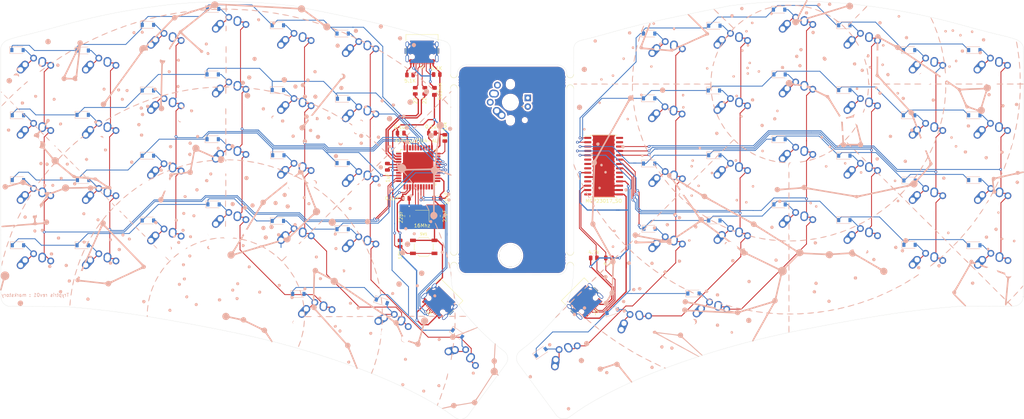
<source format=kicad_pcb>
(kicad_pcb (version 20171130) (host pcbnew 5.1.10)
  (layers (0 F.Cu signal) (31 B.Cu signal) (34 B.Paste user) (35 F.Paste user) (36 B.SilkS user hide) (37 F.SilkS user) (38 B.Mask user) (39 F.Mask user) (44 Edge.Cuts user))
  (net 0 "")
  (net 1 GND)
  (net 2 "Net-(C1-Pad1)")
  (net 3 "Net-(C2-Pad1)")
  (net 4 "Net-(C3-Pad1)")
  (net 5 +5V)
  (net 6 "Net-(D1-Pad2)")
  (net 7 Row0-L)
  (net 8 "Net-(D2-Pad2)")
  (net 9 "Net-(D3-Pad2)")
  (net 10 "Net-(D4-Pad2)")
  (net 11 "Net-(D5-Pad2)")
  (net 12 "Net-(D6-Pad2)")
  (net 13 "Net-(D7-Pad2)")
  (net 14 Row1-L)
  (net 15 "Net-(D8-Pad2)")
  (net 16 "Net-(D9-Pad2)")
  (net 17 "Net-(D10-Pad2)")
  (net 18 "Net-(D11-Pad2)")
  (net 19 "Net-(D12-Pad2)")
  (net 20 "Net-(D13-Pad2)")
  (net 21 Row2-L)
  (net 22 "Net-(D14-Pad2)")
  (net 23 "Net-(D15-Pad2)")
  (net 24 "Net-(D16-Pad2)")
  (net 25 "Net-(D17-Pad2)")
  (net 26 "Net-(D18-Pad2)")
  (net 27 "Net-(D19-Pad2)")
  (net 28 Row3-L)
  (net 29 "Net-(D20-Pad2)")
  (net 30 "Net-(D21-Pad2)")
  (net 31 "Net-(D22-Pad2)")
  (net 32 "Net-(D23-Pad2)")
  (net 33 "Net-(D24-Pad2)")
  (net 34 "Net-(D25-Pad2)")
  (net 35 "Net-(D26-Pad2)")
  (net 36 "Net-(D27-Pad2)")
  (net 37 "Net-(D28-Pad2)")
  (net 38 Row0-R)
  (net 39 "Net-(D29-Pad2)")
  (net 40 "Net-(D30-Pad2)")
  (net 41 "Net-(D31-Pad2)")
  (net 42 "Net-(D32-Pad2)")
  (net 43 "Net-(D33-Pad2)")
  (net 44 "Net-(D34-Pad2)")
  (net 45 Row1-R)
  (net 46 "Net-(D35-Pad2)")
  (net 47 "Net-(D36-Pad2)")
  (net 48 "Net-(D37-Pad2)")
  (net 49 "Net-(D38-Pad2)")
  (net 50 "Net-(D39-Pad2)")
  (net 51 "Net-(D40-Pad2)")
  (net 52 Row2-R)
  (net 53 "Net-(D41-Pad2)")
  (net 54 "Net-(D42-Pad2)")
  (net 55 "Net-(D43-Pad2)")
  (net 56 "Net-(D44-Pad2)")
  (net 57 "Net-(D45-Pad2)")
  (net 58 "Net-(D46-Pad2)")
  (net 59 Row3-R)
  (net 60 "Net-(D47-Pad2)")
  (net 61 "Net-(D48-Pad2)")
  (net 62 "Net-(D49-Pad2)")
  (net 63 "Net-(D50-Pad2)")
  (net 64 "Net-(D51-Pad2)")
  (net 65 "Net-(D52-Pad2)")
  (net 66 Row4-R)
  (net 67 "Net-(D53-Pad2)")
  (net 68 "Net-(D54-Pad2)")
  (net 69 VCC)
  (net 70 "Net-(J1-PadA5)")
  (net 71 "Net-(J1-PadA6)")
  (net 72 "Net-(J1-PadA7)")
  (net 73 "Net-(J1-PadA8)")
  (net 74 "Net-(J1-PadB8)")
  (net 75 "Net-(J1-PadB5)")
  (net 76 SCL-L)
  (net 77 SDA-L)
  (net 78 VBUS)
  (net 79 Col0)
  (net 80 Col1)
  (net 81 Col2)
  (net 82 Col3)
  (net 83 Col4)
  (net 84 Col5)
  (net 85 Col6)
  (net 86 Col7)
  (net 87 Col8)
  (net 88 Col9)
  (net 89 Col10)
  (net 90 Col11)
  (net 91 "Net-(R1-Pad2)")
  (net 92 D-)
  (net 93 D+)
  (net 94 "Net-(R8-Pad2)")
  (net 95 SCL-R)
  (net 96 SDA-R)
  (net 97 "Net-(U1-Pad42)")
  (net 98 "Net-(U1-Pad38)")
  (net 99 "Net-(U1-Pad37)")
  (net 100 "Net-(U1-Pad36)")
  (net 101 "Net-(U1-Pad32)")
  (net 102 "Net-(U1-Pad31)")
  (net 103 Row4-L)
  (net 104 "Net-(U1-Pad22)")
  (net 105 "Net-(U1-Pad12)")
  (net 106 "Net-(U1-Pad8)")
  (net 107 "Net-(U1-Pad1)")
  (net 108 "Net-(U2-Pad28)")
  (net 109 "Net-(U2-Pad27)")
  (net 110 "Net-(U2-Pad20)")
  (net 111 "Net-(U2-Pad19)")
  (net 112 "Net-(U2-Pad14)")
  (net 113 "Net-(U2-Pad11)")
  (net 114 "Net-(U2-Pad8)")
  (net 115 "Net-(U2-Pad7)")
  (net 116 "Net-(U2-Pad6)")
  (net 117 "Net-(U1-Pad25)")
  (net 118 "Net-(U1-Pad21)")
  (net 119 "Net-(U1-Pad20)")
  (net 120 VSS)
  (net 121 "Net-(J2-PadA5)")
  (net 122 "Net-(J2-PadA8)")
  (net 123 "Net-(J2-PadB8)")
  (net 124 "Net-(J2-PadB5)")
  (net 125 "Net-(J3-PadA5)")
  (net 126 "Net-(J3-PadA8)")
  (net 127 "Net-(J3-PadB8)")
  (net 128 "Net-(J3-PadB5)")
  (module Connector_USB:USB_C_Receptacle_HRO_TYPE-C-31-M-12 (layer F.Cu) (at 155.5369 114.3381 135)
    (fp_text reference J2 (at 0 -5.645 135) (layer F.SilkS))
    (fp_text value I2C-L)
    (pad B1 smd rect (at 3.25 -4.045 135) (size 0.6 1.45) (layers F.Cu F.Paste F.Mask) (net 1 GND))
    (pad A9 smd rect (at 2.45 -4.045 135) (size 0.6 1.45) (layers F.Cu F.Paste F.Mask) (net 5 +5V))
    (pad B9 smd rect (at -2.45 -4.045 135) (size 0.6 1.45) (layers F.Cu F.Paste F.Mask) (net 5 +5V))
    (pad B12 smd rect (at -3.25 -4.045 135) (size 0.6 1.45) (layers F.Cu F.Paste F.Mask) (net 1 GND))
    (pad A1 smd rect (at -3.25 -4.045 135) (size 0.6 1.45) (layers F.Cu F.Paste F.Mask) (net 1 GND))
    (pad A4 smd rect (at -2.45 -4.045 135) (size 0.6 1.45) (layers F.Cu F.Paste F.Mask) (net 5 +5V))
    (pad B4 smd rect (at 2.45 -4.045 135) (size 0.6 1.45) (layers F.Cu F.Paste F.Mask) (net 5 +5V))
    (pad A12 smd rect (at 3.25 -4.045 135) (size 0.6 1.45) (layers F.Cu F.Paste F.Mask) (net 1 GND))
    (pad B8 smd rect (at -1.75 -4.045 135) (size 0.3 1.45) (layers F.Cu F.Paste F.Mask) (net 123 "Net-(J2-PadB8)"))
    (pad A5 smd rect (at -1.25 -4.045 135) (size 0.3 1.45) (layers F.Cu F.Paste F.Mask) (net 121 "Net-(J2-PadA5)"))
    (pad B7 smd rect (at -0.75 -4.045 135) (size 0.3 1.45) (layers F.Cu F.Paste F.Mask) (net 76 SCL-L))
    (pad A7 smd rect (at 0.25 -4.045 135) (size 0.3 1.45) (layers F.Cu F.Paste F.Mask) (net 76 SCL-L))
    (pad B6 smd rect (at 0.75 -4.045 135) (size 0.3 1.45) (layers F.Cu F.Paste F.Mask) (net 77 SDA-L))
    (pad A8 smd rect (at 1.25 -4.045 135) (size 0.3 1.45) (layers F.Cu F.Paste F.Mask) (net 122 "Net-(J2-PadA8)"))
    (pad B5 smd rect (at 1.75 -4.045 135) (size 0.3 1.45) (layers F.Cu F.Paste F.Mask) (net 124 "Net-(J2-PadB5)"))
    (pad A6 smd rect (at -0.25 -4.045 135) (size 0.3 1.45) (layers F.Cu F.Paste F.Mask) (net 77 SDA-L))
    (pad S1 thru_hole oval (at 4.32 -3.13 135) (size 1 2.1) (drill oval 0.6 1.7) (layers *.Cu *.Mask) (net 1 GND))
    (pad S1 thru_hole oval (at -4.32 -3.13 135) (size 1 2.1) (drill oval 0.6 1.7) (layers *.Cu *.Mask) (net 1 GND))
    (pad "" np_thru_hole circle (at -2.89 -2.6 135) (size 0.65 0.65) (drill 0.65) (layers *.Cu *.Mask))
    (pad S1 thru_hole oval (at -4.32 1.05 135) (size 1 1.6) (drill oval 0.6 1.2) (layers *.Cu *.Mask) (net 1 GND))
    (pad "" np_thru_hole circle (at 2.89 -2.6 135) (size 0.65 0.65) (drill 0.65) (layers *.Cu *.Mask))
    (pad S1 thru_hole oval (at 4.32 1.05 135) (size 1 1.6) (drill oval 0.6 1.2) (layers *.Cu *.Mask) (net 1 GND))
  )
  (module Connector_USB:USB_C_Receptacle_HRO_TYPE-C-31-M-12 (layer F.Cu) (at 196.469 114.2746 225)
    (fp_text reference J3 (at 0 -5.645 45) (layer F.SilkS))
    (fp_text value I2C-R)
    (pad B1 smd rect (at 3.25 -4.045 225) (size 0.6 1.45) (layers F.Cu F.Paste F.Mask) (net 120 VSS))
    (pad A9 smd rect (at 2.45 -4.045 225) (size 0.6 1.45) (layers F.Cu F.Paste F.Mask) (net 78 VBUS))
    (pad B9 smd rect (at -2.45 -4.045 225) (size 0.6 1.45) (layers F.Cu F.Paste F.Mask) (net 78 VBUS))
    (pad B12 smd rect (at -3.25 -4.045 225) (size 0.6 1.45) (layers F.Cu F.Paste F.Mask) (net 120 VSS))
    (pad A1 smd rect (at -3.25 -4.045 225) (size 0.6 1.45) (layers F.Cu F.Paste F.Mask) (net 120 VSS))
    (pad A4 smd rect (at -2.45 -4.045 225) (size 0.6 1.45) (layers F.Cu F.Paste F.Mask) (net 78 VBUS))
    (pad B4 smd rect (at 2.45 -4.045 225) (size 0.6 1.45) (layers F.Cu F.Paste F.Mask) (net 78 VBUS))
    (pad A12 smd rect (at 3.25 -4.045 225) (size 0.6 1.45) (layers F.Cu F.Paste F.Mask) (net 120 VSS))
    (pad B8 smd rect (at -1.75 -4.045 225) (size 0.3 1.45) (layers F.Cu F.Paste F.Mask) (net 127 "Net-(J3-PadB8)"))
    (pad A5 smd rect (at -1.25 -4.045 225) (size 0.3 1.45) (layers F.Cu F.Paste F.Mask) (net 125 "Net-(J3-PadA5)"))
    (pad B7 smd rect (at -0.75 -4.045 225) (size 0.3 1.45) (layers F.Cu F.Paste F.Mask) (net 95 SCL-R))
    (pad A7 smd rect (at 0.25 -4.045 225) (size 0.3 1.45) (layers F.Cu F.Paste F.Mask) (net 95 SCL-R))
    (pad B6 smd rect (at 0.75 -4.045 225) (size 0.3 1.45) (layers F.Cu F.Paste F.Mask) (net 96 SDA-R))
    (pad A8 smd rect (at 1.25 -4.045 225) (size 0.3 1.45) (layers F.Cu F.Paste F.Mask) (net 126 "Net-(J3-PadA8)"))
    (pad B5 smd rect (at 1.75 -4.045 225) (size 0.3 1.45) (layers F.Cu F.Paste F.Mask) (net 128 "Net-(J3-PadB5)"))
    (pad A6 smd rect (at -0.25 -4.045 225) (size 0.3 1.45) (layers F.Cu F.Paste F.Mask) (net 96 SDA-R))
    (pad S1 thru_hole oval (at 4.32 -3.13 225) (size 1 2.1) (drill oval 0.6 1.7) (layers *.Cu *.Mask) (net 120 VSS))
    (pad S1 thru_hole oval (at -4.32 -3.13 225) (size 1 2.1) (drill oval 0.6 1.7) (layers *.Cu *.Mask) (net 120 VSS))
    (pad "" np_thru_hole circle (at -2.89 -2.6 225) (size 0.65 0.65) (drill 0.65) (layers *.Cu *.Mask))
    (pad S1 thru_hole oval (at -4.32 1.05 225) (size 1 1.6) (drill oval 0.6 1.2) (layers *.Cu *.Mask) (net 120 VSS))
    (pad "" np_thru_hole circle (at 2.89 -2.6 225) (size 0.65 0.65) (drill 0.65) (layers *.Cu *.Mask))
    (pad S1 thru_hole oval (at 4.32 1.05 225) (size 1 1.6) (drill oval 0.6 1.2) (layers *.Cu *.Mask) (net 120 VSS))
  )
  (module Connector_USB:USB_C_Receptacle_HRO_TYPE-C-31-M-12 (layer F.Cu) (at 149.6675 41.0152 180)
    (fp_text reference J1 (at 0 -5.645) (layer F.SilkS))
    (fp_text value USB_C_Receptacle_USB2.0)
    (pad B1 smd rect (at 3.25 -4.045 180) (size 0.6 1.45) (layers F.Cu F.Paste F.Mask) (net 1 GND))
    (pad A9 smd rect (at 2.45 -4.045 180) (size 0.6 1.45) (layers F.Cu F.Paste F.Mask) (net 69 VCC))
    (pad B9 smd rect (at -2.45 -4.045 180) (size 0.6 1.45) (layers F.Cu F.Paste F.Mask) (net 69 VCC))
    (pad B12 smd rect (at -3.25 -4.045 180) (size 0.6 1.45) (layers F.Cu F.Paste F.Mask) (net 1 GND))
    (pad A1 smd rect (at -3.25 -4.045 180) (size 0.6 1.45) (layers F.Cu F.Paste F.Mask) (net 1 GND))
    (pad A4 smd rect (at -2.45 -4.045 180) (size 0.6 1.45) (layers F.Cu F.Paste F.Mask) (net 69 VCC))
    (pad B4 smd rect (at 2.45 -4.045 180) (size 0.6 1.45) (layers F.Cu F.Paste F.Mask) (net 69 VCC))
    (pad A12 smd rect (at 3.25 -4.045 180) (size 0.6 1.45) (layers F.Cu F.Paste F.Mask) (net 1 GND))
    (pad B8 smd rect (at -1.75 -4.045 180) (size 0.3 1.45) (layers F.Cu F.Paste F.Mask) (net 74 "Net-(J1-PadB8)"))
    (pad A5 smd rect (at -1.25 -4.045 180) (size 0.3 1.45) (layers F.Cu F.Paste F.Mask) (net 70 "Net-(J1-PadA5)"))
    (pad B7 smd rect (at -0.75 -4.045 180) (size 0.3 1.45) (layers F.Cu F.Paste F.Mask) (net 72 "Net-(J1-PadA7)"))
    (pad A7 smd rect (at 0.25 -4.045 180) (size 0.3 1.45) (layers F.Cu F.Paste F.Mask) (net 72 "Net-(J1-PadA7)"))
    (pad B6 smd rect (at 0.75 -4.045 180) (size 0.3 1.45) (layers F.Cu F.Paste F.Mask) (net 71 "Net-(J1-PadA6)"))
    (pad A8 smd rect (at 1.25 -4.045 180) (size 0.3 1.45) (layers F.Cu F.Paste F.Mask) (net 73 "Net-(J1-PadA8)"))
    (pad B5 smd rect (at 1.75 -4.045 180) (size 0.3 1.45) (layers F.Cu F.Paste F.Mask) (net 75 "Net-(J1-PadB5)"))
    (pad A6 smd rect (at -0.25 -4.045 180) (size 0.3 1.45) (layers F.Cu F.Paste F.Mask) (net 71 "Net-(J1-PadA6)"))
    (pad S1 thru_hole oval (at 4.32 -3.13 180) (size 1 2.1) (drill oval 0.6 1.7) (layers *.Cu *.Mask) (net 1 GND))
    (pad S1 thru_hole oval (at -4.32 -3.13 180) (size 1 2.1) (drill oval 0.6 1.7) (layers *.Cu *.Mask) (net 1 GND))
    (pad "" np_thru_hole circle (at -2.89 -2.6 180) (size 0.65 0.65) (drill 0.65) (layers *.Cu *.Mask))
    (pad S1 thru_hole oval (at -4.32 1.05 180) (size 1 1.6) (drill oval 0.6 1.2) (layers *.Cu *.Mask) (net 1 GND))
    (pad "" np_thru_hole circle (at 2.89 -2.6 180) (size 0.65 0.65) (drill 0.65) (layers *.Cu *.Mask))
    (pad S1 thru_hole oval (at 4.32 1.05 180) (size 1 1.6) (drill oval 0.6 1.2) (layers *.Cu *.Mask) (net 1 GND))
  )
  (module Resistor_SMD:R_0805_2012Metric (layer F.Cu) (at 204.265001 102.395001)
    (fp_text reference R7)
    (fp_text value 4.7k (at 0 1.65) (layer F.SilkS))
    (pad 2 smd roundrect (at 0.9125 0) (size 1.025 1.4) (layers F.Cu F.Paste F.Mask) (roundrect_rratio 0.243902) (net 78 VBUS))
    (pad 1 smd roundrect (at -0.9125 0) (size 1.025 1.4) (layers F.Cu F.Paste F.Mask) (roundrect_rratio 0.243902) (net 96 SDA-R))
  )
  (module Resistor_SMD:R_0805_2012Metric (layer F.Cu) (at 199.855001 102.395001 180)
    (fp_text reference R6)
    (fp_text value 4.7k (at 0 1.65) (layer F.SilkS))
    (pad 2 smd roundrect (at 0.9125 0 180) (size 1.025 1.4) (layers F.Cu F.Paste F.Mask) (roundrect_rratio 0.243902) (net 78 VBUS))
    (pad 1 smd roundrect (at -0.9125 0 180) (size 1.025 1.4) (layers F.Cu F.Paste F.Mask) (roundrect_rratio 0.243902) (net 95 SCL-R))
  )
  (module Fuse:Fuse_0805_2012Metric_Pad1.15x1.40mm_HandSolder (layer F.Cu) (at 153.289 53.721 90)
    (fp_text reference F1)
    (fp_text value 500mA (at 0 1.65 90) (layer F.SilkS))
    (pad 2 smd roundrect (at 1.025 0 90) (size 1.15 1.4) (layers F.Cu F.Paste F.Mask) (roundrect_rratio 0.217391) (net 69 VCC))
    (pad 1 smd roundrect (at -1.025 0 90) (size 1.15 1.4) (layers F.Cu F.Paste F.Mask) (roundrect_rratio 0.217391) (net 5 +5V))
  )
  (module Diode_SMD:D_SOD-123 (layer B.Cu) (at 228.98 112.776)
    (fp_text reference D54 hide)
    (fp_text value 1N4148W)
    (pad 2 smd rect (at 1.65 0) (size 0.9 1.2) (layers B.Cu B.Paste B.Mask) (net 68 "Net-(D54-Pad2)"))
    (pad 1 smd rect (at -1.65 0) (size 0.9 1.2) (layers B.Cu B.Paste B.Mask) (net 66 Row4-R))
  )
  (module Diode_SMD:D_SOD-123 (layer B.Cu) (at 205.272734 117.967447 18.5)
    (fp_text reference D53 hide)
    (fp_text value 1N4148W)
    (pad 2 smd rect (at 1.65 0 18.5) (size 0.9 1.2) (layers B.Cu B.Paste B.Mask) (net 67 "Net-(D53-Pad2)"))
    (pad 1 smd rect (at -1.65 0 18.5) (size 0.9 1.2) (layers B.Cu B.Paste B.Mask) (net 66 Row4-R))
  )
  (module Diode_SMD:D_SOD-123 (layer B.Cu) (at 184.404 129.921 34.5)
    (fp_text reference D52 hide)
    (fp_text value 1N4148W)
    (pad 2 smd rect (at 1.65 0 34.5) (size 0.9 1.2) (layers B.Cu B.Paste B.Mask) (net 65 "Net-(D52-Pad2)"))
    (pad 1 smd rect (at -1.65 0 34.5) (size 0.9 1.2) (layers B.Cu B.Paste B.Mask) (net 66 Row4-R))
  )
  (module Diode_SMD:D_SOD-123 (layer B.Cu) (at 311.024 98.679)
    (fp_text reference D51 hide)
    (fp_text value 1N4148W)
    (pad 2 smd rect (at 1.65 0) (size 0.9 1.2) (layers B.Cu B.Paste B.Mask) (net 64 "Net-(D51-Pad2)"))
    (pad 1 smd rect (at -1.65 0) (size 0.9 1.2) (layers B.Cu B.Paste B.Mask) (net 59 Row3-R))
  )
  (module Diode_SMD:D_SOD-123 (layer B.Cu) (at 292.099 98.552)
    (fp_text reference D50 hide)
    (fp_text value 1N4148W)
    (pad 2 smd rect (at 1.65 0) (size 0.9 1.2) (layers B.Cu B.Paste B.Mask) (net 63 "Net-(D50-Pad2)"))
    (pad 1 smd rect (at -1.65 0) (size 0.9 1.2) (layers B.Cu B.Paste B.Mask) (net 59 Row3-R))
  )
  (module Diode_SMD:D_SOD-123 (layer B.Cu) (at 273.05 91.313)
    (fp_text reference D49 hide)
    (fp_text value 1N4148W)
    (pad 2 smd rect (at 1.65 0) (size 0.9 1.2) (layers B.Cu B.Paste B.Mask) (net 62 "Net-(D49-Pad2)"))
    (pad 1 smd rect (at -1.65 0) (size 0.9 1.2) (layers B.Cu B.Paste B.Mask) (net 59 Row3-R))
  )
  (module Diode_SMD:D_SOD-123 (layer B.Cu) (at 254.128 86.741)
    (fp_text reference D48 hide)
    (fp_text value 1N4148W)
    (pad 2 smd rect (at 1.65 0) (size 0.9 1.2) (layers B.Cu B.Paste B.Mask) (net 61 "Net-(D48-Pad2)"))
    (pad 1 smd rect (at -1.65 0) (size 0.9 1.2) (layers B.Cu B.Paste B.Mask) (net 59 Row3-R))
  )
  (module Diode_SMD:D_SOD-123 (layer B.Cu) (at 235.076 91.44)
    (fp_text reference D47 hide)
    (fp_text value 1N4148W)
    (pad 2 smd rect (at 1.65 0) (size 0.9 1.2) (layers B.Cu B.Paste B.Mask) (net 60 "Net-(D47-Pad2)"))
    (pad 1 smd rect (at -1.65 0) (size 0.9 1.2) (layers B.Cu B.Paste B.Mask) (net 59 Row3-R))
  )
  (module Diode_SMD:D_SOD-123 (layer B.Cu) (at 216.155 93.853)
    (fp_text reference D46 hide)
    (fp_text value 1N4148W)
    (pad 2 smd rect (at 1.65 0) (size 0.9 1.2) (layers B.Cu B.Paste B.Mask) (net 58 "Net-(D46-Pad2)"))
    (pad 1 smd rect (at -1.65 0) (size 0.9 1.2) (layers B.Cu B.Paste B.Mask) (net 59 Row3-R))
  )
  (module Diode_SMD:D_SOD-123 (layer B.Cu) (at 311.023 79.629)
    (fp_text reference D45 hide)
    (fp_text value 1N4148W)
    (pad 2 smd rect (at 1.65 0) (size 0.9 1.2) (layers B.Cu B.Paste B.Mask) (net 57 "Net-(D45-Pad2)"))
    (pad 1 smd rect (at -1.65 0) (size 0.9 1.2) (layers B.Cu B.Paste B.Mask) (net 52 Row2-R))
  )
  (module Diode_SMD:D_SOD-123 (layer B.Cu) (at 292.101 79.756)
    (fp_text reference D44 hide)
    (fp_text value 1N4148W)
    (pad 2 smd rect (at 1.65 0) (size 0.9 1.2) (layers B.Cu B.Paste B.Mask) (net 56 "Net-(D44-Pad2)"))
    (pad 1 smd rect (at -1.65 0) (size 0.9 1.2) (layers B.Cu B.Paste B.Mask) (net 52 Row2-R))
  )
  (module Diode_SMD:D_SOD-123 (layer B.Cu) (at 273.05 72.517)
    (fp_text reference D43 hide)
    (fp_text value 1N4148W)
    (pad 2 smd rect (at 1.65 0) (size 0.9 1.2) (layers B.Cu B.Paste B.Mask) (net 55 "Net-(D43-Pad2)"))
    (pad 1 smd rect (at -1.65 0) (size 0.9 1.2) (layers B.Cu B.Paste B.Mask) (net 52 Row2-R))
  )
  (module Diode_SMD:D_SOD-123 (layer B.Cu) (at 254.127 67.691)
    (fp_text reference D42 hide)
    (fp_text value 1N4148W)
    (pad 2 smd rect (at 1.65 0) (size 0.9 1.2) (layers B.Cu B.Paste B.Mask) (net 54 "Net-(D42-Pad2)"))
    (pad 1 smd rect (at -1.65 0) (size 0.9 1.2) (layers B.Cu B.Paste B.Mask) (net 52 Row2-R))
  )
  (module Diode_SMD:D_SOD-123 (layer B.Cu) (at 235.077 72.39)
    (fp_text reference D41 hide)
    (fp_text value 1N4148W)
    (pad 2 smd rect (at 1.65 0) (size 0.9 1.2) (layers B.Cu B.Paste B.Mask) (net 53 "Net-(D41-Pad2)"))
    (pad 1 smd rect (at -1.65 0) (size 0.9 1.2) (layers B.Cu B.Paste B.Mask) (net 52 Row2-R))
  )
  (module Diode_SMD:D_SOD-123 (layer B.Cu) (at 216.027 74.803)
    (fp_text reference D40 hide)
    (fp_text value 1N4148W)
    (pad 2 smd rect (at 1.65 0) (size 0.9 1.2) (layers B.Cu B.Paste B.Mask) (net 51 "Net-(D40-Pad2)"))
    (pad 1 smd rect (at -1.65 0) (size 0.9 1.2) (layers B.Cu B.Paste B.Mask) (net 52 Row2-R))
  )
  (module Diode_SMD:D_SOD-123 (layer B.Cu) (at 311.023 60.706)
    (fp_text reference D39 hide)
    (fp_text value 1N4148W)
    (pad 2 smd rect (at 1.65 0) (size 0.9 1.2) (layers B.Cu B.Paste B.Mask) (net 50 "Net-(D39-Pad2)"))
    (pad 1 smd rect (at -1.65 0) (size 0.9 1.2) (layers B.Cu B.Paste B.Mask) (net 45 Row1-R))
  )
  (module Diode_SMD:D_SOD-123 (layer B.Cu) (at 291.973 60.706)
    (fp_text reference D38 hide)
    (fp_text value 1N4148W)
    (pad 2 smd rect (at 1.65 0) (size 0.9 1.2) (layers B.Cu B.Paste B.Mask) (net 49 "Net-(D38-Pad2)"))
    (pad 1 smd rect (at -1.65 0) (size 0.9 1.2) (layers B.Cu B.Paste B.Mask) (net 45 Row1-R))
  )
  (module Diode_SMD:D_SOD-123 (layer B.Cu) (at 273.05 53.34)
    (fp_text reference D37 hide)
    (fp_text value 1N4148W)
    (pad 2 smd rect (at 1.65 0) (size 0.9 1.2) (layers B.Cu B.Paste B.Mask) (net 48 "Net-(D37-Pad2)"))
    (pad 1 smd rect (at -1.65 0) (size 0.9 1.2) (layers B.Cu B.Paste B.Mask) (net 45 Row1-R))
  )
  (module Diode_SMD:D_SOD-123 (layer B.Cu) (at 254.127 48.768)
    (fp_text reference D36 hide)
    (fp_text value 1N4148W)
    (pad 2 smd rect (at 1.65 0) (size 0.9 1.2) (layers B.Cu B.Paste B.Mask) (net 47 "Net-(D36-Pad2)"))
    (pad 1 smd rect (at -1.65 0) (size 0.9 1.2) (layers B.Cu B.Paste B.Mask) (net 45 Row1-R))
  )
  (module Diode_SMD:D_SOD-123 (layer B.Cu) (at 234.95 53.467)
    (fp_text reference D35 hide)
    (fp_text value 1N4148W)
    (pad 2 smd rect (at 1.65 0) (size 0.9 1.2) (layers B.Cu B.Paste B.Mask) (net 46 "Net-(D35-Pad2)"))
    (pad 1 smd rect (at -1.65 0) (size 0.9 1.2) (layers B.Cu B.Paste B.Mask) (net 45 Row1-R))
  )
  (module Diode_SMD:D_SOD-123 (layer B.Cu) (at 216.027 55.753)
    (fp_text reference D34 hide)
    (fp_text value 1N4148W)
    (pad 2 smd rect (at 1.65 0) (size 0.9 1.2) (layers B.Cu B.Paste B.Mask) (net 44 "Net-(D34-Pad2)"))
    (pad 1 smd rect (at -1.65 0) (size 0.9 1.2) (layers B.Cu B.Paste B.Mask) (net 45 Row1-R))
  )
  (module Diode_SMD:D_SOD-123 (layer B.Cu) (at 311.023 41.656)
    (fp_text reference D33 hide)
    (fp_text value 1N4148W)
    (pad 2 smd rect (at 1.65 0) (size 0.9 1.2) (layers B.Cu B.Paste B.Mask) (net 43 "Net-(D33-Pad2)"))
    (pad 1 smd rect (at -1.65 0) (size 0.9 1.2) (layers B.Cu B.Paste B.Mask) (net 38 Row0-R))
  )
  (module Diode_SMD:D_SOD-123 (layer B.Cu) (at 291.973 41.656)
    (fp_text reference D32 hide)
    (fp_text value 1N4148W)
    (pad 2 smd rect (at 1.65 0) (size 0.9 1.2) (layers B.Cu B.Paste B.Mask) (net 42 "Net-(D32-Pad2)"))
    (pad 1 smd rect (at -1.65 0) (size 0.9 1.2) (layers B.Cu B.Paste B.Mask) (net 38 Row0-R))
  )
  (module Diode_SMD:D_SOD-123 (layer B.Cu) (at 273.05 34.417)
    (fp_text reference D31 hide)
    (fp_text value 1N4148W)
    (pad 2 smd rect (at 1.65 0) (size 0.9 1.2) (layers B.Cu B.Paste B.Mask) (net 41 "Net-(D31-Pad2)"))
    (pad 1 smd rect (at -1.65 0) (size 0.9 1.2) (layers B.Cu B.Paste B.Mask) (net 38 Row0-R))
  )
  (module Diode_SMD:D_SOD-123 (layer B.Cu) (at 254 29.845)
    (fp_text reference D30 hide)
    (fp_text value 1N4148W)
    (pad 2 smd rect (at 1.65 0) (size 0.9 1.2) (layers B.Cu B.Paste B.Mask) (net 40 "Net-(D30-Pad2)"))
    (pad 1 smd rect (at -1.65 0) (size 0.9 1.2) (layers B.Cu B.Paste B.Mask) (net 38 Row0-R))
  )
  (module Diode_SMD:D_SOD-123 (layer B.Cu) (at 235.077 34.544)
    (fp_text reference D29 hide)
    (fp_text value 1N4148W)
    (pad 2 smd rect (at 1.65 0) (size 0.9 1.2) (layers B.Cu B.Paste B.Mask) (net 39 "Net-(D29-Pad2)"))
    (pad 1 smd rect (at -1.65 0) (size 0.9 1.2) (layers B.Cu B.Paste B.Mask) (net 38 Row0-R))
  )
  (module Diode_SMD:D_SOD-123 (layer B.Cu) (at 216.027 36.83)
    (fp_text reference D28 hide)
    (fp_text value 1N4148W)
    (pad 2 smd rect (at 1.65 0) (size 0.9 1.2) (layers B.Cu B.Paste B.Mask) (net 37 "Net-(D28-Pad2)"))
    (pad 1 smd rect (at -1.65 0) (size 0.9 1.2) (layers B.Cu B.Paste B.Mask) (net 38 Row0-R))
  )
  (module Diode_SMD:D_SOD-123 (layer B.Cu) (at 160.02 124.46 324.5)
    (fp_text reference D27 hide)
    (fp_text value 1N4148W)
    (pad 2 smd rect (at 1.65 0 324.5) (size 0.9 1.2) (layers B.Cu B.Paste B.Mask) (net 36 "Net-(D27-Pad2)"))
    (pad 1 smd rect (at -1.65 0 324.5) (size 0.9 1.2) (layers B.Cu B.Paste B.Mask) (net 103 Row4-L))
  )
  (module Diode_SMD:D_SOD-123 (layer B.Cu) (at 137.922 115.062 341.5)
    (fp_text reference D26 hide)
    (fp_text value 1N4148W)
    (pad 2 smd rect (at 1.65 0 341.5) (size 0.9 1.2) (layers B.Cu B.Paste B.Mask) (net 35 "Net-(D26-Pad2)"))
    (pad 1 smd rect (at -1.65 0 341.5) (size 0.9 1.2) (layers B.Cu B.Paste B.Mask) (net 103 Row4-L))
  )
  (module Diode_SMD:D_SOD-123 (layer B.Cu) (at 113.538 112.903)
    (fp_text reference D25 hide)
    (fp_text value 1N4148W)
    (pad 2 smd rect (at 1.65 0) (size 0.9 1.2) (layers B.Cu B.Paste B.Mask) (net 34 "Net-(D25-Pad2)"))
    (pad 1 smd rect (at -1.65 0) (size 0.9 1.2) (layers B.Cu B.Paste B.Mask) (net 103 Row4-L))
  )
  (module Diode_SMD:D_SOD-123 (layer B.Cu) (at 126.492 93.98)
    (fp_text reference D24 hide)
    (fp_text value 1N4148W)
    (pad 2 smd rect (at 1.65 0) (size 0.9 1.2) (layers B.Cu B.Paste B.Mask) (net 33 "Net-(D24-Pad2)"))
    (pad 1 smd rect (at -1.65 0) (size 0.9 1.2) (layers B.Cu B.Paste B.Mask) (net 28 Row3-L))
  )
  (module Diode_SMD:D_SOD-123 (layer B.Cu) (at 107.569 91.567)
    (fp_text reference D23 hide)
    (fp_text value 1N4148W)
    (pad 2 smd rect (at 1.65 0) (size 0.9 1.2) (layers B.Cu B.Paste B.Mask) (net 32 "Net-(D23-Pad2)"))
    (pad 1 smd rect (at -1.65 0) (size 0.9 1.2) (layers B.Cu B.Paste B.Mask) (net 28 Row3-L))
  )
  (module Diode_SMD:D_SOD-123 (layer B.Cu) (at 88.772 86.741)
    (fp_text reference D22 hide)
    (fp_text value 1N4148W)
    (pad 2 smd rect (at 1.65 0) (size 0.9 1.2) (layers B.Cu B.Paste B.Mask) (net 31 "Net-(D22-Pad2)"))
    (pad 1 smd rect (at -1.65 0) (size 0.9 1.2) (layers B.Cu B.Paste B.Mask) (net 28 Row3-L))
  )
  (module Diode_SMD:D_SOD-123 (layer B.Cu) (at 69.596 91.44)
    (fp_text reference D21 hide)
    (fp_text value 1N4148W)
    (pad 2 smd rect (at 1.65 0) (size 0.9 1.2) (layers B.Cu B.Paste B.Mask) (net 30 "Net-(D21-Pad2)"))
    (pad 1 smd rect (at -1.65 0) (size 0.9 1.2) (layers B.Cu B.Paste B.Mask) (net 28 Row3-L))
  )
  (module Diode_SMD:D_SOD-123 (layer B.Cu) (at 50.546 98.679)
    (fp_text reference D20 hide)
    (fp_text value 1N4148W)
    (pad 2 smd rect (at 1.65 0) (size 0.9 1.2) (layers B.Cu B.Paste B.Mask) (net 29 "Net-(D20-Pad2)"))
    (pad 1 smd rect (at -1.65 0) (size 0.9 1.2) (layers B.Cu B.Paste B.Mask) (net 28 Row3-L))
  )
  (module Diode_SMD:D_SOD-123 (layer B.Cu) (at 31.623 98.679)
    (fp_text reference D19 hide)
    (fp_text value 1N4148W)
    (pad 2 smd rect (at 1.65 0) (size 0.9 1.2) (layers B.Cu B.Paste B.Mask) (net 27 "Net-(D19-Pad2)"))
    (pad 1 smd rect (at -1.65 0) (size 0.9 1.2) (layers B.Cu B.Paste B.Mask) (net 28 Row3-L))
  )
  (module Diode_SMD:D_SOD-123 (layer B.Cu) (at 126.492 74.676)
    (fp_text reference D18 hide)
    (fp_text value 1N4148W)
    (pad 2 smd rect (at 1.65 0) (size 0.9 1.2) (layers B.Cu B.Paste B.Mask) (net 26 "Net-(D18-Pad2)"))
    (pad 1 smd rect (at -1.65 0) (size 0.9 1.2) (layers B.Cu B.Paste B.Mask) (net 21 Row2-L))
  )
  (module Diode_SMD:D_SOD-123 (layer B.Cu) (at 107.696 72.39)
    (fp_text reference D17 hide)
    (fp_text value 1N4148W)
    (pad 2 smd rect (at 1.65 0) (size 0.9 1.2) (layers B.Cu B.Paste B.Mask) (net 25 "Net-(D17-Pad2)"))
    (pad 1 smd rect (at -1.65 0) (size 0.9 1.2) (layers B.Cu B.Paste B.Mask) (net 21 Row2-L))
  )
  (module Diode_SMD:D_SOD-123 (layer B.Cu) (at 88.519 67.691)
    (fp_text reference D16 hide)
    (fp_text value 1N4148W)
    (pad 2 smd rect (at 1.65 0) (size 0.9 1.2) (layers B.Cu B.Paste B.Mask) (net 24 "Net-(D16-Pad2)"))
    (pad 1 smd rect (at -1.65 0) (size 0.9 1.2) (layers B.Cu B.Paste B.Mask) (net 21 Row2-L))
  )
  (module Diode_SMD:D_SOD-123 (layer B.Cu) (at 69.596 72.517)
    (fp_text reference D15 hide)
    (fp_text value 1N4148W)
    (pad 2 smd rect (at 1.65 0) (size 0.9 1.2) (layers B.Cu B.Paste B.Mask) (net 23 "Net-(D15-Pad2)"))
    (pad 1 smd rect (at -1.65 0) (size 0.9 1.2) (layers B.Cu B.Paste B.Mask) (net 21 Row2-L))
  )
  (module Diode_SMD:D_SOD-123 (layer B.Cu) (at 50.673 79.629)
    (fp_text reference D14 hide)
    (fp_text value 1N4148W)
    (pad 2 smd rect (at 1.65 0) (size 0.9 1.2) (layers B.Cu B.Paste B.Mask) (net 22 "Net-(D14-Pad2)"))
    (pad 1 smd rect (at -1.65 0) (size 0.9 1.2) (layers B.Cu B.Paste B.Mask) (net 21 Row2-L))
  )
  (module Diode_SMD:D_SOD-123 (layer B.Cu) (at 31.623 79.629)
    (fp_text reference D13 hide)
    (fp_text value 1N4148W)
    (pad 2 smd rect (at 1.65 0) (size 0.9 1.2) (layers B.Cu B.Paste B.Mask) (net 20 "Net-(D13-Pad2)"))
    (pad 1 smd rect (at -1.65 0) (size 0.9 1.2) (layers B.Cu B.Paste B.Mask) (net 21 Row2-L))
  )
  (module Diode_SMD:D_SOD-123 (layer B.Cu) (at 126.619 55.88)
    (fp_text reference D12 hide)
    (fp_text value 1N4148W)
    (pad 2 smd rect (at 1.65 0) (size 0.9 1.2) (layers B.Cu B.Paste B.Mask) (net 19 "Net-(D12-Pad2)"))
    (pad 1 smd rect (at -1.65 0) (size 0.9 1.2) (layers B.Cu B.Paste B.Mask) (net 14 Row1-L))
  )
  (module Diode_SMD:D_SOD-123 (layer B.Cu) (at 107.568 53.34)
    (fp_text reference D11 hide)
    (fp_text value 1N4148W)
    (pad 2 smd rect (at 1.65 0) (size 0.9 1.2) (layers B.Cu B.Paste B.Mask) (net 18 "Net-(D11-Pad2)"))
    (pad 1 smd rect (at -1.65 0) (size 0.9 1.2) (layers B.Cu B.Paste B.Mask) (net 14 Row1-L))
  )
  (module Diode_SMD:D_SOD-123 (layer B.Cu) (at 88.519 48.768)
    (fp_text reference D10 hide)
    (fp_text value 1N4148W)
    (pad 2 smd rect (at 1.65 0) (size 0.9 1.2) (layers B.Cu B.Paste B.Mask) (net 17 "Net-(D10-Pad2)"))
    (pad 1 smd rect (at -1.65 0) (size 0.9 1.2) (layers B.Cu B.Paste B.Mask) (net 14 Row1-L))
  )
  (module Diode_SMD:D_SOD-123 (layer B.Cu) (at 69.596 53.467)
    (fp_text reference D9 hide)
    (fp_text value 1N4148W)
    (pad 2 smd rect (at 1.65 0) (size 0.9 1.2) (layers B.Cu B.Paste B.Mask) (net 16 "Net-(D9-Pad2)"))
    (pad 1 smd rect (at -1.65 0) (size 0.9 1.2) (layers B.Cu B.Paste B.Mask) (net 14 Row1-L))
  )
  (module Diode_SMD:D_SOD-123 (layer B.Cu) (at 50.545 60.579)
    (fp_text reference D8 hide)
    (fp_text value 1N4148W)
    (pad 2 smd rect (at 1.65 0) (size 0.9 1.2) (layers B.Cu B.Paste B.Mask) (net 15 "Net-(D8-Pad2)"))
    (pad 1 smd rect (at -1.65 0) (size 0.9 1.2) (layers B.Cu B.Paste B.Mask) (net 14 Row1-L))
  )
  (module Diode_SMD:D_SOD-123 (layer B.Cu) (at 31.623 60.706)
    (fp_text reference D7 hide)
    (fp_text value 1N4148W)
    (pad 2 smd rect (at 1.65 0) (size 0.9 1.2) (layers B.Cu B.Paste B.Mask) (net 13 "Net-(D7-Pad2)"))
    (pad 1 smd rect (at -1.65 0) (size 0.9 1.2) (layers B.Cu B.Paste B.Mask) (net 14 Row1-L))
  )
  (module Diode_SMD:D_SOD-123 (layer B.Cu) (at 126.491 36.83)
    (fp_text reference D6 hide)
    (fp_text value 1N4148W)
    (pad 2 smd rect (at 1.65 0) (size 0.9 1.2) (layers B.Cu B.Paste B.Mask) (net 12 "Net-(D6-Pad2)"))
    (pad 1 smd rect (at -1.65 0) (size 0.9 1.2) (layers B.Cu B.Paste B.Mask) (net 7 Row0-L))
  )
  (module Diode_SMD:D_SOD-123 (layer B.Cu) (at 107.565 34.417)
    (fp_text reference D5 hide)
    (fp_text value 1N4148W)
    (pad 2 smd rect (at 1.65 0) (size 0.9 1.2) (layers B.Cu B.Paste B.Mask) (net 11 "Net-(D5-Pad2)"))
    (pad 1 smd rect (at -1.65 0) (size 0.9 1.2) (layers B.Cu B.Paste B.Mask) (net 7 Row0-L))
  )
  (module Diode_SMD:D_SOD-123 (layer B.Cu) (at 88.646 29.638)
    (fp_text reference D4 hide)
    (fp_text value 1N4148W)
    (pad 2 smd rect (at 1.65 0) (size 0.9 1.2) (layers B.Cu B.Paste B.Mask) (net 10 "Net-(D4-Pad2)"))
    (pad 1 smd rect (at -1.65 0) (size 0.9 1.2) (layers B.Cu B.Paste B.Mask) (net 7 Row0-L))
  )
  (module Diode_SMD:D_SOD-123 (layer B.Cu) (at 69.596 34.29)
    (fp_text reference D3 hide)
    (fp_text value 1N4148W)
    (pad 2 smd rect (at 1.65 0) (size 0.9 1.2) (layers B.Cu B.Paste B.Mask) (net 9 "Net-(D3-Pad2)"))
    (pad 1 smd rect (at -1.65 0) (size 0.9 1.2) (layers B.Cu B.Paste B.Mask) (net 7 Row0-L))
  )
  (module Diode_SMD:D_SOD-123 (layer B.Cu) (at 50.545 41.783)
    (fp_text reference D2 hide)
    (fp_text value 1N4148W)
    (pad 2 smd rect (at 1.65 0) (size 0.9 1.2) (layers B.Cu B.Paste B.Mask) (net 8 "Net-(D2-Pad2)"))
    (pad 1 smd rect (at -1.65 0) (size 0.9 1.2) (layers B.Cu B.Paste B.Mask) (net 7 Row0-L))
  )
  (module Diode_SMD:D_SOD-123 (layer B.Cu) (at 31.495 41.656)
    (fp_text reference D1 hide)
    (fp_text value 1N4148W)
    (pad 2 smd rect (at 1.65 0) (size 0.9 1.2) (layers B.Cu B.Paste B.Mask) (net 6 "Net-(D1-Pad2)"))
    (pad 1 smd rect (at -1.65 0) (size 0.9 1.2) (layers B.Cu B.Paste B.Mask) (net 7 Row0-L))
  )
  (module Crystal:Crystal_SMD_3225-4Pin_3.2x2.5mm (layer F.Cu) (at 149.709 90.128 180)
    (fp_text reference Y1)
    (fp_text value 16Mhz (at 0 -2.794 180) (layer F.SilkS))
    (pad 4 smd rect (at -1.1 -0.85 180) (size 1.4 1.2) (layers F.Cu F.Paste F.Mask) (net 1 GND))
    (pad 3 smd rect (at 1.1 -0.85 180) (size 1.4 1.2) (layers F.Cu F.Paste F.Mask) (net 3 "Net-(C2-Pad1)"))
    (pad 2 smd rect (at 1.1 0.85 180) (size 1.4 1.2) (layers F.Cu F.Paste F.Mask) (net 1 GND))
    (pad 1 smd rect (at -1.1 0.85 180) (size 1.4 1.2) (layers F.Cu F.Paste F.Mask) (net 2 "Net-(C1-Pad1)"))
  )
  (module Package_SO:SOIC-28W_7.5x17.9mm_P1.27mm (layer F.Cu) (at 202.741 75.565)
    (fp_text reference U2)
    (fp_text value MCP23017_SO (at 0 10.16 180) (layer F.SilkS))
    (pad 28 smd roundrect (at 4.65 -8.255) (size 2.05 0.6) (layers F.Cu F.Paste F.Mask) (net 108 "Net-(U2-Pad28)"))
    (pad 27 smd roundrect (at 4.65 -6.985) (size 2.05 0.6) (layers F.Cu F.Paste F.Mask) (net 109 "Net-(U2-Pad27)"))
    (pad 26 smd roundrect (at 4.65 -5.715) (size 2.05 0.6) (layers F.Cu F.Paste F.Mask) (net 90 Col11))
    (pad 25 smd roundrect (at 4.65 -4.445) (size 2.05 0.6) (layers F.Cu F.Paste F.Mask) (net 89 Col10))
    (pad 24 smd roundrect (at 4.65 -3.175) (size 2.05 0.6) (layers F.Cu F.Paste F.Mask) (net 88 Col9))
    (pad 23 smd roundrect (at 4.65 -1.905) (size 2.05 0.6) (layers F.Cu F.Paste F.Mask) (net 87 Col8))
    (pad 22 smd roundrect (at 4.65 -0.635) (size 2.05 0.6) (layers F.Cu F.Paste F.Mask) (net 86 Col7))
    (pad 21 smd roundrect (at 4.65 0.635) (size 2.05 0.6) (layers F.Cu F.Paste F.Mask) (net 85 Col6))
    (pad 20 smd roundrect (at 4.65 1.905) (size 2.05 0.6) (layers F.Cu F.Paste F.Mask) (net 110 "Net-(U2-Pad20)"))
    (pad 19 smd roundrect (at 4.65 3.175) (size 2.05 0.6) (layers F.Cu F.Paste F.Mask) (net 111 "Net-(U2-Pad19)"))
    (pad 18 smd roundrect (at 4.65 4.445) (size 2.05 0.6) (layers F.Cu F.Paste F.Mask) (net 78 VBUS))
    (pad 17 smd roundrect (at 4.65 5.715) (size 2.05 0.6) (layers F.Cu F.Paste F.Mask) (net 120 VSS))
    (pad 16 smd roundrect (at 4.65 6.985) (size 2.05 0.6) (layers F.Cu F.Paste F.Mask) (net 120 VSS))
    (pad 15 smd roundrect (at 4.65 8.255) (size 2.05 0.6) (layers F.Cu F.Paste F.Mask) (net 120 VSS))
    (pad 14 smd roundrect (at -4.65 8.255) (size 2.05 0.6) (layers F.Cu F.Paste F.Mask) (net 112 "Net-(U2-Pad14)"))
    (pad 13 smd roundrect (at -4.65 6.985) (size 2.05 0.6) (layers F.Cu F.Paste F.Mask) (net 96 SDA-R))
    (pad 12 smd roundrect (at -4.65 5.715) (size 2.05 0.6) (layers F.Cu F.Paste F.Mask) (net 95 SCL-R))
    (pad 11 smd roundrect (at -4.65 4.445) (size 2.05 0.6) (layers F.Cu F.Paste F.Mask) (net 113 "Net-(U2-Pad11)"))
    (pad 10 smd roundrect (at -4.65 3.175) (size 2.05 0.6) (layers F.Cu F.Paste F.Mask) (net 120 VSS))
    (pad 9 smd roundrect (at -4.65 1.905) (size 2.05 0.6) (layers F.Cu F.Paste F.Mask) (net 78 VBUS))
    (pad 8 smd roundrect (at -4.65 0.635) (size 2.05 0.6) (layers F.Cu F.Paste F.Mask) (net 114 "Net-(U2-Pad8)"))
    (pad 7 smd roundrect (at -4.65 -0.635) (size 2.05 0.6) (layers F.Cu F.Paste F.Mask) (net 115 "Net-(U2-Pad7)"))
    (pad 6 smd roundrect (at -4.65 -1.905) (size 2.05 0.6) (layers F.Cu F.Paste F.Mask) (net 116 "Net-(U2-Pad6)"))
    (pad 5 smd roundrect (at -4.65 -3.175) (size 2.05 0.6) (layers F.Cu F.Paste F.Mask) (net 66 Row4-R))
    (pad 4 smd roundrect (at -4.65 -4.445) (size 2.05 0.6) (layers F.Cu F.Paste F.Mask) (net 59 Row3-R))
    (pad 3 smd roundrect (at -4.65 -5.715) (size 2.05 0.6) (layers F.Cu F.Paste F.Mask) (net 52 Row2-R))
    (pad 2 smd roundrect (at -4.65 -6.985) (size 2.05 0.6) (layers F.Cu F.Paste F.Mask) (net 45 Row1-R))
    (pad 1 smd roundrect (at -4.65 -8.255) (size 2.05 0.6) (layers F.Cu F.Paste F.Mask) (net 38 Row0-R))
  )
  (module Package_QFP:TQFP-44_10x10mm_P0.8mm (layer F.Cu) (at 148.562 75.916)
    (fp_text reference U1)
    (fp_text value ATmega32U4-AU (at -0.45 -7.775) (layer F.SilkS))
    (pad 44 smd rect (at -4 -5.7 90) (size 1.5 0.55) (layers F.Cu F.Paste F.Mask) (net 5 +5V))
    (pad 43 smd rect (at -3.2 -5.7 90) (size 1.5 0.55) (layers F.Cu F.Paste F.Mask) (net 1 GND))
    (pad 42 smd rect (at -2.4 -5.7 90) (size 1.5 0.55) (layers F.Cu F.Paste F.Mask) (net 97 "Net-(U1-Pad42)"))
    (pad 41 smd rect (at -1.6 -5.7 90) (size 1.5 0.55) (layers F.Cu F.Paste F.Mask) (net 82 Col3))
    (pad 40 smd rect (at -0.8 -5.7 90) (size 1.5 0.55) (layers F.Cu F.Paste F.Mask) (net 83 Col4))
    (pad 39 smd rect (at 0 -5.7 90) (size 1.5 0.55) (layers F.Cu F.Paste F.Mask) (net 84 Col5))
    (pad 38 smd rect (at 0.8 -5.7 90) (size 1.5 0.55) (layers F.Cu F.Paste F.Mask) (net 98 "Net-(U1-Pad38)"))
    (pad 37 smd rect (at 1.6 -5.7 90) (size 1.5 0.55) (layers F.Cu F.Paste F.Mask) (net 99 "Net-(U1-Pad37)"))
    (pad 36 smd rect (at 2.4 -5.7 90) (size 1.5 0.55) (layers F.Cu F.Paste F.Mask) (net 100 "Net-(U1-Pad36)"))
    (pad 35 smd rect (at 3.2 -5.7 90) (size 1.5 0.55) (layers F.Cu F.Paste F.Mask) (net 1 GND))
    (pad 34 smd rect (at 4 -5.7 90) (size 1.5 0.55) (layers F.Cu F.Paste F.Mask) (net 5 +5V))
    (pad 33 smd rect (at 5.7 -4) (size 1.5 0.55) (layers F.Cu F.Paste F.Mask) (net 94 "Net-(R8-Pad2)"))
    (pad 32 smd rect (at 5.7 -3.2) (size 1.5 0.55) (layers F.Cu F.Paste F.Mask) (net 101 "Net-(U1-Pad32)"))
    (pad 31 smd rect (at 5.7 -2.4) (size 1.5 0.55) (layers F.Cu F.Paste F.Mask) (net 102 "Net-(U1-Pad31)"))
    (pad 30 smd rect (at 5.7 -1.6) (size 1.5 0.55) (layers F.Cu F.Paste F.Mask) (net 7 Row0-L))
    (pad 29 smd rect (at 5.7 -0.8) (size 1.5 0.55) (layers F.Cu F.Paste F.Mask) (net 14 Row1-L))
    (pad 28 smd rect (at 5.7 0) (size 1.5 0.55) (layers F.Cu F.Paste F.Mask) (net 81 Col2))
    (pad 27 smd rect (at 5.7 0.8) (size 1.5 0.55) (layers F.Cu F.Paste F.Mask) (net 28 Row3-L))
    (pad 26 smd rect (at 5.7 1.6) (size 1.5 0.55) (layers F.Cu F.Paste F.Mask) (net 103 Row4-L))
    (pad 25 smd rect (at 5.7 2.4) (size 1.5 0.55) (layers F.Cu F.Paste F.Mask) (net 117 "Net-(U1-Pad25)"))
    (pad 24 smd rect (at 5.7 3.2) (size 1.5 0.55) (layers F.Cu F.Paste F.Mask) (net 5 +5V))
    (pad 23 smd rect (at 5.7 4) (size 1.5 0.55) (layers F.Cu F.Paste F.Mask) (net 1 GND))
    (pad 22 smd rect (at 4 5.7 90) (size 1.5 0.55) (layers F.Cu F.Paste F.Mask) (net 104 "Net-(U1-Pad22)"))
    (pad 21 smd rect (at 3.2 5.7 90) (size 1.5 0.55) (layers F.Cu F.Paste F.Mask) (net 118 "Net-(U1-Pad21)"))
    (pad 20 smd rect (at 2.4 5.7 90) (size 1.5 0.55) (layers F.Cu F.Paste F.Mask) (net 119 "Net-(U1-Pad20)"))
    (pad 19 smd rect (at 1.6 5.7 90) (size 1.5 0.55) (layers F.Cu F.Paste F.Mask) (net 77 SDA-L))
    (pad 18 smd rect (at 0.8 5.7 90) (size 1.5 0.55) (layers F.Cu F.Paste F.Mask) (net 76 SCL-L))
    (pad 17 smd rect (at 0 5.7 90) (size 1.5 0.55) (layers F.Cu F.Paste F.Mask) (net 2 "Net-(C1-Pad1)"))
    (pad 16 smd rect (at -0.8 5.7 90) (size 1.5 0.55) (layers F.Cu F.Paste F.Mask) (net 3 "Net-(C2-Pad1)"))
    (pad 15 smd rect (at -1.6 5.7 90) (size 1.5 0.55) (layers F.Cu F.Paste F.Mask) (net 1 GND))
    (pad 14 smd rect (at -2.4 5.7 90) (size 1.5 0.55) (layers F.Cu F.Paste F.Mask) (net 5 +5V))
    (pad 13 smd rect (at -3.2 5.7 90) (size 1.5 0.55) (layers F.Cu F.Paste F.Mask) (net 91 "Net-(R1-Pad2)"))
    (pad 12 smd rect (at -4 5.7 90) (size 1.5 0.55) (layers F.Cu F.Paste F.Mask) (net 105 "Net-(U1-Pad12)"))
    (pad 11 smd rect (at -5.7 4) (size 1.5 0.55) (layers F.Cu F.Paste F.Mask) (net 79 Col0))
    (pad 10 smd rect (at -5.7 3.2) (size 1.5 0.55) (layers F.Cu F.Paste F.Mask) (net 80 Col1))
    (pad 9 smd rect (at -5.7 2.4) (size 1.5 0.55) (layers F.Cu F.Paste F.Mask) (net 21 Row2-L))
    (pad 8 smd rect (at -5.7 1.6) (size 1.5 0.55) (layers F.Cu F.Paste F.Mask) (net 106 "Net-(U1-Pad8)"))
    (pad 7 smd rect (at -5.7 0.8) (size 1.5 0.55) (layers F.Cu F.Paste F.Mask) (net 5 +5V))
    (pad 6 smd rect (at -5.7 0) (size 1.5 0.55) (layers F.Cu F.Paste F.Mask) (net 4 "Net-(C3-Pad1)"))
    (pad 5 smd rect (at -5.7 -0.8) (size 1.5 0.55) (layers F.Cu F.Paste F.Mask) (net 1 GND))
    (pad 4 smd rect (at -5.7 -1.6) (size 1.5 0.55) (layers F.Cu F.Paste F.Mask) (net 93 D+))
    (pad 3 smd rect (at -5.7 -2.4) (size 1.5 0.55) (layers F.Cu F.Paste F.Mask) (net 92 D-))
    (pad 2 smd rect (at -5.7 -3.2) (size 1.5 0.55) (layers F.Cu F.Paste F.Mask) (net 5 +5V))
    (pad 1 smd rect (at -5.7 -4) (size 1.5 0.55) (layers F.Cu F.Paste F.Mask) (net 107 "Net-(U1-Pad1)"))
  )
  (module Resistor_SMD:R_0805_2012Metric (layer F.Cu) (at 156.337 67.31 270)
    (fp_text reference R8)
    (fp_text value 10k (at -3.302 0 90) (layer F.SilkS))
    (fp_text user %R (at 0 0 90) (layer F.SilkS) (effects (font (size 0.5 0.5) (thickness 0.08))))
    (pad 2 smd roundrect (at 0.9125 0 270) (size 1.025 1.4) (layers F.Cu F.Paste F.Mask) (roundrect_rratio 0.243902) (net 94 "Net-(R8-Pad2)"))
    (pad 1 smd roundrect (at -0.9125 0 270) (size 1.025 1.4) (layers F.Cu F.Paste F.Mask) (roundrect_rratio 0.243902) (net 1 GND))
  )
  (module Resistor_SMD:R_0805_2012Metric (layer F.Cu) (at 147.701 53.5705 270)
    (fp_text reference R5)
    (fp_text value 22 (at 2.9175 -0.025 270) (layer F.SilkS))
    (pad 2 smd roundrect (at 0.9125 0 270) (size 1.025 1.4) (layers F.Cu F.Paste F.Mask) (roundrect_rratio 0.243902) (net 93 D+))
    (pad 1 smd roundrect (at -0.9125 0 270) (size 1.025 1.4) (layers F.Cu F.Paste F.Mask) (roundrect_rratio 0.243902) (net 71 "Net-(J1-PadA6)"))
  )
  (module Resistor_SMD:R_0805_2012Metric (layer F.Cu) (at 150.495 53.5705 270)
    (fp_text reference R4)
    (fp_text value 22 (at 2.875 0.1 90) (layer F.SilkS))
    (pad 2 smd roundrect (at 0.9125 0 270) (size 1.025 1.4) (layers F.Cu F.Paste F.Mask) (roundrect_rratio 0.243902) (net 92 D-))
    (pad 1 smd roundrect (at -0.9125 0 270) (size 1.025 1.4) (layers F.Cu F.Paste F.Mask) (roundrect_rratio 0.243902) (net 72 "Net-(J1-PadA7)"))
  )
  (module Resistor_SMD:R_0805_2012Metric (layer F.Cu) (at 146.1705 48.931 180)
    (fp_text reference R3)
    (fp_text value 5.1K (at -0.0235 -1.7) (layer F.SilkS))
    (pad 2 smd roundrect (at 0.9125 0 180) (size 1.025 1.4) (layers F.Cu F.Paste F.Mask) (roundrect_rratio 0.243902) (net 1 GND))
    (pad 1 smd roundrect (at -0.9125 0 180) (size 1.025 1.4) (layers F.Cu F.Paste F.Mask) (roundrect_rratio 0.243902) (net 75 "Net-(J1-PadB5)"))
  )
  (module Resistor_SMD:R_0805_2012Metric (layer F.Cu) (at 153.9715 48.804 180)
    (fp_text reference R2)
    (fp_text value 5.1K (at 0.0791 1.8244) (layer F.SilkS))
    (pad 2 smd roundrect (at 0.9125 0 180) (size 1.025 1.4) (layers F.Cu F.Paste F.Mask) (roundrect_rratio 0.243902) (net 70 "Net-(J1-PadA5)"))
    (pad 1 smd roundrect (at -0.9125 0 180) (size 1.025 1.4) (layers F.Cu F.Paste F.Mask) (roundrect_rratio 0.243902) (net 1 GND))
  )
  (module Resistor_SMD:R_0805_2012Metric (layer F.Cu) (at 143.265 98.1775 270)
    (fp_text reference R1)
    (fp_text value 10k (at 3.2875 0 90) (layer F.SilkS))
    (pad 2 smd roundrect (at 0.9125 0 270) (size 1.025 1.4) (layers F.Cu F.Paste F.Mask) (roundrect_rratio 0.243902) (net 91 "Net-(R1-Pad2)"))
    (pad 1 smd roundrect (at -0.9125 0 270) (size 1.025 1.4) (layers F.Cu F.Paste F.Mask) (roundrect_rratio 0.243902) (net 5 +5V))
  )
  (module Capacitor_SMD:C_0805_2012Metric (layer F.Cu) (at 154.117 84.963 180)
    (fp_text reference C7)
    (fp_text value 10uF (at -2.733 0 90) (layer F.SilkS))
    (pad 2 smd roundrect (at 0.95 0 180) (size 1 1.45) (layers F.Cu F.Paste F.Mask) (net 1 GND))
    (pad 1 smd roundrect (at -0.95 0 180) (size 1 1.45) (layers F.Cu F.Paste F.Mask) (net 5 +5V))
  )
  (module Capacitor_SMD:C_0805_2012Metric (layer F.Cu) (at 143.449 65.913)
    (fp_text reference C6)
    (fp_text value 0.1uF (at 0.066 -1.778) (layer F.SilkS))
    (pad 2 smd roundrect (at 0.95 0) (size 1 1.45) (layers F.Cu F.Paste F.Mask) (net 1 GND))
    (pad 1 smd roundrect (at -0.95 0) (size 1 1.45) (layers F.Cu F.Paste F.Mask) (net 5 +5V))
  )
  (module Capacitor_SMD:C_0805_2012Metric (layer F.Cu) (at 144.973 84.963)
    (fp_text reference C5)
    (fp_text value 0.1uF (at -4.003 0 -180) (layer F.SilkS))
    (pad 2 smd roundrect (at 0.95 0) (size 1 1.45) (layers F.Cu F.Paste F.Mask) (net 1 GND))
    (pad 1 smd roundrect (at -0.95 0) (size 1 1.45) (layers F.Cu F.Paste F.Mask) (net 5 +5V))
  )
  (module Capacitor_SMD:C_0805_2012Metric (layer F.Cu) (at 152.588 65.913)
    (fp_text reference C4)
    (fp_text value 0.1uF (at 0.061 -1.905) (layer F.SilkS))
    (pad 2 smd roundrect (at 0.95 0) (size 1 1.45) (layers F.Cu F.Paste F.Mask) (net 1 GND))
    (pad 1 smd roundrect (at -0.95 0) (size 1 1.45) (layers F.Cu F.Paste F.Mask) (net 5 +5V))
  )
  (module Capacitor_SMD:C_0805_2012Metric (layer F.Cu) (at 139.565 75.738 90)
    (fp_text reference C3)
    (fp_text value 1uF (at -3.25 0.1 270) (layer F.SilkS))
    (pad 2 smd roundrect (at 0.95 0 90) (size 1 1.45) (layers F.Cu F.Paste F.Mask) (net 1 GND))
    (pad 1 smd roundrect (at -0.95 0 90) (size 1 1.45) (layers F.Cu F.Paste F.Mask) (net 4 "Net-(C3-Pad1)"))
  )
  (module Capacitor_SMD:C_0805_2012Metric (layer F.Cu) (at 145.396 90.158 90)
    (fp_text reference C2)
    (fp_text value 22pF (at -0.254 -1.905 270) (layer F.SilkS))
    (pad 2 smd roundrect (at 0.95 0 90) (size 1 1.45) (layers F.Cu F.Paste F.Mask) (net 1 GND))
    (pad 1 smd roundrect (at -0.95 0 90) (size 1 1.45) (layers F.Cu F.Paste F.Mask) (net 3 "Net-(C2-Pad1)"))
  )
  (module Capacitor_SMD:C_0805_2012Metric (layer F.Cu) (at 154.286 90.128 270)
    (fp_text reference C1)
    (fp_text value 22pF (at 0 -2.032 270) (layer F.SilkS))
    (pad 2 smd roundrect (at 0.95 0 270) (size 1 1.45) (layers F.Cu F.Paste F.Mask) (net 1 GND))
    (pad 1 smd roundrect (at -0.95 0 270) (size 1 1.45) (layers F.Cu F.Paste F.Mask) (net 2 "Net-(C1-Pad1)"))
  )
  (module Keebio-Parts:MX-Alps-Choc-1U-NoLED (layer F.Cu) (at 239.776 99.695)
    (fp_text reference MX47 hide)
    (fp_text value K3_7)
    (pad "" np_thru_hole circle (at -5.22 4.2 48.1) (size 1.2 1.2) (drill 1.2) (layers *.Cu *.Mask))
    (pad "" np_thru_hole circle (at 5.5 0 48.1) (size 1.7 1.7) (drill 1.7) (layers *.Cu *.Mask))
    (pad "" np_thru_hole circle (at -5.5 0 48.1) (size 1.7 1.7) (drill 1.7) (layers *.Cu *.Mask))
    (pad 2 thru_hole circle (at 0 -5.9) (size 2 2) (drill 1.2) (layers *.Cu *.Mask) (net 60 "Net-(D47-Pad2)"))
    (pad 1 thru_hole circle (at 5 -3.8) (size 2 2) (drill 1.2) (layers *.Cu *.Mask) (net 86 Col7))
    (pad "" np_thru_hole circle (at 5.08 0 48.0996) (size 1.75 1.75) (drill 1.75) (layers *.Cu *.Mask))
    (pad "" np_thru_hole circle (at -5.08 0 48.0996) (size 1.75 1.75) (drill 1.75) (layers *.Cu *.Mask))
    (pad 2 thru_hole circle (at -2.5 -4) (size 2.25 2.25) (drill 1.47) (layers *.Cu *.Mask) (net 60 "Net-(D47-Pad2)"))
    (pad "" np_thru_hole circle (at 0 0) (size 3.9878 3.9878) (drill 3.9878) (layers *.Cu *.Mask))
    (pad 2 thru_hole oval (at -3.81 -2.54 48.1) (size 4.211556 2.25) (drill 1.47 (offset 0.980778 0)) (layers *.Cu *.Mask) (net 60 "Net-(D47-Pad2)"))
    (pad 1 thru_hole circle (at 2.54 -5.08) (size 2.25 2.25) (drill 1.47) (layers *.Cu *.Mask) (net 86 Col7))
    (pad 1 thru_hole oval (at 2.5 -4.5 86.1) (size 2.831378 2.25) (drill 1.47 (offset 0.290689 0)) (layers *.Cu *.Mask) (net 86 Col7))
  )
  (module v01:constellation-left (layer B.Cu) (at 100.6 88.5 180)
    (fp_text reference G*** hide)
    (fp_text value LOGO hide)
  )
  (module v01:constellation-right (layer B.Cu) (at 251.4 88.2 180)
    (fp_text reference G*** hide)
    (fp_text value LOGO hide)
  )
  (module Keebio-Parts:MX-Alps-Choc-1U (layer F.Cu) (at 175.5 56.9 90)
    (fp_text reference REF**)
    (fp_text value 1U)
    (fp_text user - (at 1.27 3.5 90) (layer B.SilkS))
    (fp_text user - (at 1.27 3.5 90) (layer F.SilkS))
    (fp_text user + (at -1.27 3.5 90) (layer B.SilkS))
    (fp_text user + (at -1.27 3.5 90) (layer F.SilkS))
    (pad 4 thru_hole rect (at 1.27 5.08 90) (size 1.905 1.905) (drill 0.9906) (layers *.Cu *.Mask))
    (pad 3 thru_hole circle (at -1.27 5.08 90) (size 1.905 1.905) (drill 0.9906) (layers *.Cu *.Mask))
    (pad "" np_thru_hole circle (at -5.22 4.2 138.1) (size 0.8 0.8) (drill 0.8) (layers *.Cu *.Mask))
    (pad "" np_thru_hole circle (at 5.5 0 138.1) (size 1.7 1.7) (drill 1.7) (layers *.Cu *.Mask))
    (pad "" np_thru_hole circle (at -5.5 0 138.1) (size 1.7 1.7) (drill 1.7) (layers *.Cu *.Mask))
    (pad 1 thru_hole circle (at 0 -5.9 90) (size 2 2) (drill 1.2) (layers *.Cu *.Mask))
    (pad 2 thru_hole circle (at 5 -3.8 90) (size 2 2) (drill 1.2) (layers *.Cu *.Mask))
    (pad "" np_thru_hole circle (at 5.08 0 138.0996) (size 1.75 1.75) (drill 1.75) (layers *.Cu *.Mask))
    (pad "" np_thru_hole circle (at -5.08 0 138.0996) (size 1.75 1.75) (drill 1.75) (layers *.Cu *.Mask))
    (pad 1 thru_hole circle (at -2.5 -4 90) (size 2.25 2.25) (drill 1.47) (layers *.Cu *.Mask))
    (pad "" np_thru_hole circle (at 0 0 90) (size 3.9878 3.9878) (drill 3.9878) (layers *.Cu *.Mask))
    (pad 1 thru_hole oval (at -3.81 -2.54 138.1) (size 4.211556 2.25) (drill 1.47 (offset 0.980778 0)) (layers *.Cu *.Mask))
    (pad 2 thru_hole circle (at 2.54 -5.08 90) (size 2.25 2.25) (drill 1.47) (layers *.Cu *.Mask))
    (pad 2 thru_hole oval (at 2.5 -4.5 176.1) (size 2.831378 2.25) (drill 1.47 (offset 0.290689 0)) (layers *.Cu *.Mask))
  )
  (module v01:solar-system (layer B.Cu) (at 175.85 81.7 270)
    (fp_text reference G*** hide)
    (fp_text value LOGO hide)
  )
  (module v01:solar-system (layer F.Cu) (at 175.85 82.25 90)
    (fp_text reference G*** hide)
    (fp_text value LOGO hide)
  )
  (module Keebio-Parts:MountingHole (layer F.Cu) (at 175.5 101.7)
    (fp_text reference U4 hide)
    (fp_text value HOLE)
    (pad "" thru_hole circle (at 0 0) (size 6.5 6.5) (drill 6.5) (layers *.Cu *.Mask F.SilkS))
  )
  (module Keebio-Parts:MX-Alps-Choc-1U-NoLED (layer F.Cu) (at 220.726 83.058)
    (fp_text reference MX40 hide)
    (fp_text value K2_6)
    (pad "" np_thru_hole circle (at -5.22 4.2 48.1) (size 1.2 1.2) (drill 1.2) (layers *.Cu *.Mask))
    (pad "" np_thru_hole circle (at 5.5 0 48.1) (size 1.7 1.7) (drill 1.7) (layers *.Cu *.Mask))
    (pad "" np_thru_hole circle (at -5.5 0 48.1) (size 1.7 1.7) (drill 1.7) (layers *.Cu *.Mask))
    (pad 2 thru_hole circle (at 0 -5.9) (size 2 2) (drill 1.2) (layers *.Cu *.Mask) (net 51 "Net-(D40-Pad2)"))
    (pad 1 thru_hole circle (at 5 -3.8) (size 2 2) (drill 1.2) (layers *.Cu *.Mask) (net 85 Col6))
    (pad "" np_thru_hole circle (at 5.08 0 48.0996) (size 1.75 1.75) (drill 1.75) (layers *.Cu *.Mask))
    (pad "" np_thru_hole circle (at -5.08 0 48.0996) (size 1.75 1.75) (drill 1.75) (layers *.Cu *.Mask))
    (pad 2 thru_hole circle (at -2.5 -4) (size 2.25 2.25) (drill 1.47) (layers *.Cu *.Mask) (net 51 "Net-(D40-Pad2)"))
    (pad "" np_thru_hole circle (at 0 0) (size 3.9878 3.9878) (drill 3.9878) (layers *.Cu *.Mask))
    (pad 2 thru_hole oval (at -3.81 -2.54 48.1) (size 4.211556 2.25) (drill 1.47 (offset 0.980778 0)) (layers *.Cu *.Mask) (net 51 "Net-(D40-Pad2)"))
    (pad 1 thru_hole circle (at 2.54 -5.08) (size 2.25 2.25) (drill 1.47) (layers *.Cu *.Mask) (net 85 Col6))
    (pad 1 thru_hole oval (at 2.5 -4.5 86.1) (size 2.831378 2.25) (drill 1.47 (offset 0.290689 0)) (layers *.Cu *.Mask) (net 85 Col6))
  )
  (module Keebio-Parts:MX-Alps-Choc-1U-NoLED (layer F.Cu) (at 55.245 68.961)
    (fp_text reference MX8 hide)
    (fp_text value K1_1)
    (pad "" np_thru_hole circle (at -5.22 4.2 48.1) (size 1.2 1.2) (drill 1.2) (layers *.Cu *.Mask))
    (pad "" np_thru_hole circle (at 5.5 0 48.1) (size 1.7 1.7) (drill 1.7) (layers *.Cu *.Mask))
    (pad "" np_thru_hole circle (at -5.5 0 48.1) (size 1.7 1.7) (drill 1.7) (layers *.Cu *.Mask))
    (pad 2 thru_hole circle (at 0 -5.9) (size 2 2) (drill 1.2) (layers *.Cu *.Mask) (net 15 "Net-(D8-Pad2)"))
    (pad 1 thru_hole circle (at 5 -3.8) (size 2 2) (drill 1.2) (layers *.Cu *.Mask) (net 80 Col1))
    (pad "" np_thru_hole circle (at 5.08 0 48.0996) (size 1.75 1.75) (drill 1.75) (layers *.Cu *.Mask))
    (pad "" np_thru_hole circle (at -5.08 0 48.0996) (size 1.75 1.75) (drill 1.75) (layers *.Cu *.Mask))
    (pad 2 thru_hole circle (at -2.5 -4) (size 2.25 2.25) (drill 1.47) (layers *.Cu *.Mask) (net 15 "Net-(D8-Pad2)"))
    (pad "" np_thru_hole circle (at 0 0) (size 3.9878 3.9878) (drill 3.9878) (layers *.Cu *.Mask))
    (pad 2 thru_hole oval (at -3.81 -2.54 48.1) (size 4.211556 2.25) (drill 1.47 (offset 0.980778 0)) (layers *.Cu *.Mask) (net 15 "Net-(D8-Pad2)"))
    (pad 1 thru_hole circle (at 2.54 -5.08) (size 2.25 2.25) (drill 1.47) (layers *.Cu *.Mask) (net 80 Col1))
    (pad 1 thru_hole oval (at 2.5 -4.5 86.1) (size 2.831378 2.25) (drill 1.47 (offset 0.290689 0)) (layers *.Cu *.Mask) (net 80 Col1))
  )
  (module Keebio-Parts:SW_SPST_TL3342 (layer F.Cu) (at 150.166 99.151)
    (fp_text reference SW1 (at 0 -3.75) (layer F.SilkS) (effects (font (size 0.7 0.7))))
    (fp_text value Reset)
    (pad 1 smd rect (at -3.15 -1.9) (size 1.7 1) (layers F.Cu F.Paste F.Mask) (net 1 GND))
    (pad 1 smd rect (at 3.15 -1.9) (size 1.7 1) (layers F.Cu F.Paste F.Mask) (net 1 GND))
    (pad 2 smd rect (at -3.15 1.9) (size 1.7 1) (layers F.Cu F.Paste F.Mask) (net 91 "Net-(R1-Pad2)"))
    (pad 2 smd rect (at 3.15 1.9) (size 1.7 1) (layers F.Cu F.Paste F.Mask) (net 91 "Net-(R1-Pad2)"))
  )
  (module Keebio-Parts:MX-Alps-Choc-1U-NoLED (layer F.Cu) (at 233.68 121.158)
    (fp_text reference MX54 hide)
    (fp_text value K4_8)
    (pad "" np_thru_hole circle (at -5.22 4.2 48.1) (size 1.2 1.2) (drill 1.2) (layers *.Cu *.Mask))
    (pad "" np_thru_hole circle (at 5.5 0 48.1) (size 1.7 1.7) (drill 1.7) (layers *.Cu *.Mask))
    (pad "" np_thru_hole circle (at -5.5 0 48.1) (size 1.7 1.7) (drill 1.7) (layers *.Cu *.Mask))
    (pad 2 thru_hole circle (at 0 -5.9) (size 2 2) (drill 1.2) (layers *.Cu *.Mask) (net 68 "Net-(D54-Pad2)"))
    (pad 1 thru_hole circle (at 5 -3.8) (size 2 2) (drill 1.2) (layers *.Cu *.Mask) (net 87 Col8))
    (pad "" np_thru_hole circle (at 5.08 0 48.0996) (size 1.75 1.75) (drill 1.75) (layers *.Cu *.Mask))
    (pad "" np_thru_hole circle (at -5.08 0 48.0996) (size 1.75 1.75) (drill 1.75) (layers *.Cu *.Mask))
    (pad 2 thru_hole circle (at -2.5 -4) (size 2.25 2.25) (drill 1.47) (layers *.Cu *.Mask) (net 68 "Net-(D54-Pad2)"))
    (pad "" np_thru_hole circle (at 0 0) (size 3.9878 3.9878) (drill 3.9878) (layers *.Cu *.Mask))
    (pad 2 thru_hole oval (at -3.81 -2.54 48.1) (size 4.211556 2.25) (drill 1.47 (offset 0.980778 0)) (layers *.Cu *.Mask) (net 68 "Net-(D54-Pad2)"))
    (pad 1 thru_hole circle (at 2.54 -5.08) (size 2.25 2.25) (drill 1.47) (layers *.Cu *.Mask) (net 87 Col8))
    (pad 1 thru_hole oval (at 2.5 -4.5 86.1) (size 2.831378 2.25) (drill 1.47 (offset 0.290689 0)) (layers *.Cu *.Mask) (net 87 Col8))
  )
  (module Keebio-Parts:MX-Alps-Choc-1U-NoLED (layer F.Cu) (at 212.309166 124.495438 18.5)
    (fp_text reference MX53 hide)
    (fp_text value K4_7)
    (pad "" np_thru_hole circle (at -5.22 4.2 66.6) (size 1.2 1.2) (drill 1.2) (layers *.Cu *.Mask))
    (pad "" np_thru_hole circle (at 5.5 0 66.6) (size 1.7 1.7) (drill 1.7) (layers *.Cu *.Mask))
    (pad "" np_thru_hole circle (at -5.5 0 66.6) (size 1.7 1.7) (drill 1.7) (layers *.Cu *.Mask))
    (pad 2 thru_hole circle (at 0 -5.9 18.5) (size 2 2) (drill 1.2) (layers *.Cu *.Mask) (net 67 "Net-(D53-Pad2)"))
    (pad 1 thru_hole circle (at 5 -3.8 18.5) (size 2 2) (drill 1.2) (layers *.Cu *.Mask) (net 86 Col7))
    (pad "" np_thru_hole circle (at 5.08 0 66.5996) (size 1.75 1.75) (drill 1.75) (layers *.Cu *.Mask))
    (pad "" np_thru_hole circle (at -5.08 0 66.5996) (size 1.75 1.75) (drill 1.75) (layers *.Cu *.Mask))
    (pad 2 thru_hole circle (at -2.5 -4 18.5) (size 2.25 2.25) (drill 1.47) (layers *.Cu *.Mask) (net 67 "Net-(D53-Pad2)"))
    (pad "" np_thru_hole circle (at 0 0 18.5) (size 3.9878 3.9878) (drill 3.9878) (layers *.Cu *.Mask))
    (pad 2 thru_hole oval (at -3.81 -2.54 66.6) (size 4.211556 2.25) (drill 1.47 (offset 0.980778 0)) (layers *.Cu *.Mask) (net 67 "Net-(D53-Pad2)"))
    (pad 1 thru_hole circle (at 2.54 -5.08 18.5) (size 2.25 2.25) (drill 1.47) (layers *.Cu *.Mask) (net 86 Col7))
    (pad 1 thru_hole oval (at 2.5 -4.5 104.6) (size 2.831378 2.25) (drill 1.47 (offset 0.290689 0)) (layers *.Cu *.Mask) (net 86 Col7))
  )
  (module Keebio-Parts:MX-Alps-Choc-1U-NoLED (layer F.Cu) (at 193.062063 134.022233 34.5)
    (fp_text reference MX52 hide)
    (fp_text value K4_6)
    (pad "" np_thru_hole circle (at -5.22 4.2 82.6) (size 1.2 1.2) (drill 1.2) (layers *.Cu *.Mask))
    (pad "" np_thru_hole circle (at 5.5 0 82.6) (size 1.7 1.7) (drill 1.7) (layers *.Cu *.Mask))
    (pad "" np_thru_hole circle (at -5.5 0 82.6) (size 1.7 1.7) (drill 1.7) (layers *.Cu *.Mask))
    (pad 2 thru_hole circle (at 0 -5.9 34.5) (size 2 2) (drill 1.2) (layers *.Cu *.Mask) (net 65 "Net-(D52-Pad2)"))
    (pad 1 thru_hole circle (at 5 -3.8 34.5) (size 2 2) (drill 1.2) (layers *.Cu *.Mask) (net 85 Col6))
    (pad "" np_thru_hole circle (at 5.08 0 82.5996) (size 1.75 1.75) (drill 1.75) (layers *.Cu *.Mask))
    (pad "" np_thru_hole circle (at -5.08 0 82.5996) (size 1.75 1.75) (drill 1.75) (layers *.Cu *.Mask))
    (pad 2 thru_hole circle (at -2.5 -4 34.5) (size 2.25 2.25) (drill 1.47) (layers *.Cu *.Mask) (net 65 "Net-(D52-Pad2)"))
    (pad "" np_thru_hole circle (at 0 0 34.5) (size 3.9878 3.9878) (drill 3.9878) (layers *.Cu *.Mask))
    (pad 2 thru_hole oval (at -3.81 -2.54 82.6) (size 4.211556 2.25) (drill 1.47 (offset 0.980778 0)) (layers *.Cu *.Mask) (net 65 "Net-(D52-Pad2)"))
    (pad 1 thru_hole circle (at 2.54 -5.08 34.5) (size 2.25 2.25) (drill 1.47) (layers *.Cu *.Mask) (net 85 Col6))
    (pad 1 thru_hole oval (at 2.5 -4.5 120.6) (size 2.831378 2.25) (drill 1.47 (offset 0.290689 0)) (layers *.Cu *.Mask) (net 85 Col6))
  )
  (module Keebio-Parts:MX-Alps-Choc-1U-NoLED (layer F.Cu) (at 315.849 106.934)
    (fp_text reference MX51 hide)
    (fp_text value K3_11)
    (pad "" np_thru_hole circle (at -5.22 4.2 48.1) (size 1.2 1.2) (drill 1.2) (layers *.Cu *.Mask))
    (pad "" np_thru_hole circle (at 5.5 0 48.1) (size 1.7 1.7) (drill 1.7) (layers *.Cu *.Mask))
    (pad "" np_thru_hole circle (at -5.5 0 48.1) (size 1.7 1.7) (drill 1.7) (layers *.Cu *.Mask))
    (pad 2 thru_hole circle (at 0 -5.9) (size 2 2) (drill 1.2) (layers *.Cu *.Mask) (net 64 "Net-(D51-Pad2)"))
    (pad 1 thru_hole circle (at 5 -3.8) (size 2 2) (drill 1.2) (layers *.Cu *.Mask) (net 90 Col11))
    (pad "" np_thru_hole circle (at 5.08 0 48.0996) (size 1.75 1.75) (drill 1.75) (layers *.Cu *.Mask))
    (pad "" np_thru_hole circle (at -5.08 0 48.0996) (size 1.75 1.75) (drill 1.75) (layers *.Cu *.Mask))
    (pad 2 thru_hole circle (at -2.5 -4) (size 2.25 2.25) (drill 1.47) (layers *.Cu *.Mask) (net 64 "Net-(D51-Pad2)"))
    (pad "" np_thru_hole circle (at 0 0) (size 3.9878 3.9878) (drill 3.9878) (layers *.Cu *.Mask))
    (pad 2 thru_hole oval (at -3.81 -2.54 48.1) (size 4.211556 2.25) (drill 1.47 (offset 0.980778 0)) (layers *.Cu *.Mask) (net 64 "Net-(D51-Pad2)"))
    (pad 1 thru_hole circle (at 2.54 -5.08) (size 2.25 2.25) (drill 1.47) (layers *.Cu *.Mask) (net 90 Col11))
    (pad 1 thru_hole oval (at 2.5 -4.5 86.1) (size 2.831378 2.25) (drill 1.47 (offset 0.290689 0)) (layers *.Cu *.Mask) (net 90 Col11))
  )
  (module Keebio-Parts:MX-Alps-Choc-1U-NoLED (layer F.Cu) (at 296.799 106.934)
    (fp_text reference MX50 hide)
    (fp_text value K3_10)
    (pad "" np_thru_hole circle (at -5.22 4.2 48.1) (size 1.2 1.2) (drill 1.2) (layers *.Cu *.Mask))
    (pad "" np_thru_hole circle (at 5.5 0 48.1) (size 1.7 1.7) (drill 1.7) (layers *.Cu *.Mask))
    (pad "" np_thru_hole circle (at -5.5 0 48.1) (size 1.7 1.7) (drill 1.7) (layers *.Cu *.Mask))
    (pad 2 thru_hole circle (at 0 -5.9) (size 2 2) (drill 1.2) (layers *.Cu *.Mask) (net 63 "Net-(D50-Pad2)"))
    (pad 1 thru_hole circle (at 5 -3.8) (size 2 2) (drill 1.2) (layers *.Cu *.Mask) (net 89 Col10))
    (pad "" np_thru_hole circle (at 5.08 0 48.0996) (size 1.75 1.75) (drill 1.75) (layers *.Cu *.Mask))
    (pad "" np_thru_hole circle (at -5.08 0 48.0996) (size 1.75 1.75) (drill 1.75) (layers *.Cu *.Mask))
    (pad 2 thru_hole circle (at -2.5 -4) (size 2.25 2.25) (drill 1.47) (layers *.Cu *.Mask) (net 63 "Net-(D50-Pad2)"))
    (pad "" np_thru_hole circle (at 0 0) (size 3.9878 3.9878) (drill 3.9878) (layers *.Cu *.Mask))
    (pad 2 thru_hole oval (at -3.81 -2.54 48.1) (size 4.211556 2.25) (drill 1.47 (offset 0.980778 0)) (layers *.Cu *.Mask) (net 63 "Net-(D50-Pad2)"))
    (pad 1 thru_hole circle (at 2.54 -5.08) (size 2.25 2.25) (drill 1.47) (layers *.Cu *.Mask) (net 89 Col10))
    (pad 1 thru_hole oval (at 2.5 -4.5 86.1) (size 2.831378 2.25) (drill 1.47 (offset 0.290689 0)) (layers *.Cu *.Mask) (net 89 Col10))
  )
  (module Keebio-Parts:MX-Alps-Choc-1U-NoLED (layer F.Cu) (at 277.749 99.695)
    (fp_text reference MX49 hide)
    (fp_text value K3_9)
    (pad "" np_thru_hole circle (at -5.22 4.2 48.1) (size 1.2 1.2) (drill 1.2) (layers *.Cu *.Mask))
    (pad "" np_thru_hole circle (at 5.5 0 48.1) (size 1.7 1.7) (drill 1.7) (layers *.Cu *.Mask))
    (pad "" np_thru_hole circle (at -5.5 0 48.1) (size 1.7 1.7) (drill 1.7) (layers *.Cu *.Mask))
    (pad 2 thru_hole circle (at 0 -5.9) (size 2 2) (drill 1.2) (layers *.Cu *.Mask) (net 62 "Net-(D49-Pad2)"))
    (pad 1 thru_hole circle (at 5 -3.8) (size 2 2) (drill 1.2) (layers *.Cu *.Mask) (net 88 Col9))
    (pad "" np_thru_hole circle (at 5.08 0 48.0996) (size 1.75 1.75) (drill 1.75) (layers *.Cu *.Mask))
    (pad "" np_thru_hole circle (at -5.08 0 48.0996) (size 1.75 1.75) (drill 1.75) (layers *.Cu *.Mask))
    (pad 2 thru_hole circle (at -2.5 -4) (size 2.25 2.25) (drill 1.47) (layers *.Cu *.Mask) (net 62 "Net-(D49-Pad2)"))
    (pad "" np_thru_hole circle (at 0 0) (size 3.9878 3.9878) (drill 3.9878) (layers *.Cu *.Mask))
    (pad 2 thru_hole oval (at -3.81 -2.54 48.1) (size 4.211556 2.25) (drill 1.47 (offset 0.980778 0)) (layers *.Cu *.Mask) (net 62 "Net-(D49-Pad2)"))
    (pad 1 thru_hole circle (at 2.54 -5.08) (size 2.25 2.25) (drill 1.47) (layers *.Cu *.Mask) (net 88 Col9))
    (pad 1 thru_hole oval (at 2.5 -4.5 86.1) (size 2.831378 2.25) (drill 1.47 (offset 0.290689 0)) (layers *.Cu *.Mask) (net 88 Col9))
  )
  (module Keebio-Parts:MX-Alps-Choc-1U-NoLED (layer F.Cu) (at 258.826 94.996)
    (fp_text reference MX48 hide)
    (fp_text value K3_8)
    (pad "" np_thru_hole circle (at -5.22 4.2 48.1) (size 1.2 1.2) (drill 1.2) (layers *.Cu *.Mask))
    (pad "" np_thru_hole circle (at 5.5 0 48.1) (size 1.7 1.7) (drill 1.7) (layers *.Cu *.Mask))
    (pad "" np_thru_hole circle (at -5.5 0 48.1) (size 1.7 1.7) (drill 1.7) (layers *.Cu *.Mask))
    (pad 2 thru_hole circle (at 0 -5.9) (size 2 2) (drill 1.2) (layers *.Cu *.Mask) (net 61 "Net-(D48-Pad2)"))
    (pad 1 thru_hole circle (at 5 -3.8) (size 2 2) (drill 1.2) (layers *.Cu *.Mask) (net 87 Col8))
    (pad "" np_thru_hole circle (at 5.08 0 48.0996) (size 1.75 1.75) (drill 1.75) (layers *.Cu *.Mask))
    (pad "" np_thru_hole circle (at -5.08 0 48.0996) (size 1.75 1.75) (drill 1.75) (layers *.Cu *.Mask))
    (pad 2 thru_hole circle (at -2.5 -4) (size 2.25 2.25) (drill 1.47) (layers *.Cu *.Mask) (net 61 "Net-(D48-Pad2)"))
    (pad "" np_thru_hole circle (at 0 0) (size 3.9878 3.9878) (drill 3.9878) (layers *.Cu *.Mask))
    (pad 2 thru_hole oval (at -3.81 -2.54 48.1) (size 4.211556 2.25) (drill 1.47 (offset 0.980778 0)) (layers *.Cu *.Mask) (net 61 "Net-(D48-Pad2)"))
    (pad 1 thru_hole circle (at 2.54 -5.08) (size 2.25 2.25) (drill 1.47) (layers *.Cu *.Mask) (net 87 Col8))
    (pad 1 thru_hole oval (at 2.5 -4.5 86.1) (size 2.831378 2.25) (drill 1.47 (offset 0.290689 0)) (layers *.Cu *.Mask) (net 87 Col8))
  )
  (module Keebio-Parts:MX-Alps-Choc-1U-NoLED (layer F.Cu) (at 220.726 102.108)
    (fp_text reference MX46 hide)
    (fp_text value K3_6)
    (pad "" np_thru_hole circle (at -5.22 4.2 48.1) (size 1.2 1.2) (drill 1.2) (layers *.Cu *.Mask))
    (pad "" np_thru_hole circle (at 5.5 0 48.1) (size 1.7 1.7) (drill 1.7) (layers *.Cu *.Mask))
    (pad "" np_thru_hole circle (at -5.5 0 48.1) (size 1.7 1.7) (drill 1.7) (layers *.Cu *.Mask))
    (pad 2 thru_hole circle (at 0 -5.9) (size 2 2) (drill 1.2) (layers *.Cu *.Mask) (net 58 "Net-(D46-Pad2)"))
    (pad 1 thru_hole circle (at 5 -3.8) (size 2 2) (drill 1.2) (layers *.Cu *.Mask) (net 85 Col6))
    (pad "" np_thru_hole circle (at 5.08 0 48.0996) (size 1.75 1.75) (drill 1.75) (layers *.Cu *.Mask))
    (pad "" np_thru_hole circle (at -5.08 0 48.0996) (size 1.75 1.75) (drill 1.75) (layers *.Cu *.Mask))
    (pad 2 thru_hole circle (at -2.5 -4) (size 2.25 2.25) (drill 1.47) (layers *.Cu *.Mask) (net 58 "Net-(D46-Pad2)"))
    (pad "" np_thru_hole circle (at 0 0) (size 3.9878 3.9878) (drill 3.9878) (layers *.Cu *.Mask))
    (pad 2 thru_hole oval (at -3.81 -2.54 48.1) (size 4.211556 2.25) (drill 1.47 (offset 0.980778 0)) (layers *.Cu *.Mask) (net 58 "Net-(D46-Pad2)"))
    (pad 1 thru_hole circle (at 2.54 -5.08) (size 2.25 2.25) (drill 1.47) (layers *.Cu *.Mask) (net 85 Col6))
    (pad 1 thru_hole oval (at 2.5 -4.5 86.1) (size 2.831378 2.25) (drill 1.47 (offset 0.290689 0)) (layers *.Cu *.Mask) (net 85 Col6))
  )
  (module Keebio-Parts:MX-Alps-Choc-1U-NoLED (layer F.Cu) (at 315.849 88.011)
    (fp_text reference MX45 hide)
    (fp_text value K2_11)
    (pad "" np_thru_hole circle (at -5.22 4.2 48.1) (size 1.2 1.2) (drill 1.2) (layers *.Cu *.Mask))
    (pad "" np_thru_hole circle (at 5.5 0 48.1) (size 1.7 1.7) (drill 1.7) (layers *.Cu *.Mask))
    (pad "" np_thru_hole circle (at -5.5 0 48.1) (size 1.7 1.7) (drill 1.7) (layers *.Cu *.Mask))
    (pad 2 thru_hole circle (at 0 -5.9) (size 2 2) (drill 1.2) (layers *.Cu *.Mask) (net 57 "Net-(D45-Pad2)"))
    (pad 1 thru_hole circle (at 5 -3.8) (size 2 2) (drill 1.2) (layers *.Cu *.Mask) (net 90 Col11))
    (pad "" np_thru_hole circle (at 5.08 0 48.0996) (size 1.75 1.75) (drill 1.75) (layers *.Cu *.Mask))
    (pad "" np_thru_hole circle (at -5.08 0 48.0996) (size 1.75 1.75) (drill 1.75) (layers *.Cu *.Mask))
    (pad 2 thru_hole circle (at -2.5 -4) (size 2.25 2.25) (drill 1.47) (layers *.Cu *.Mask) (net 57 "Net-(D45-Pad2)"))
    (pad "" np_thru_hole circle (at 0 0) (size 3.9878 3.9878) (drill 3.9878) (layers *.Cu *.Mask))
    (pad 2 thru_hole oval (at -3.81 -2.54 48.1) (size 4.211556 2.25) (drill 1.47 (offset 0.980778 0)) (layers *.Cu *.Mask) (net 57 "Net-(D45-Pad2)"))
    (pad 1 thru_hole circle (at 2.54 -5.08) (size 2.25 2.25) (drill 1.47) (layers *.Cu *.Mask) (net 90 Col11))
    (pad 1 thru_hole oval (at 2.5 -4.5 86.1) (size 2.831378 2.25) (drill 1.47 (offset 0.290689 0)) (layers *.Cu *.Mask) (net 90 Col11))
  )
  (module Keebio-Parts:MX-Alps-Choc-1U-NoLED (layer F.Cu) (at 296.799 88.011)
    (fp_text reference MX44 hide)
    (fp_text value K2_10)
    (pad "" np_thru_hole circle (at -5.22 4.2 48.1) (size 1.2 1.2) (drill 1.2) (layers *.Cu *.Mask))
    (pad "" np_thru_hole circle (at 5.5 0 48.1) (size 1.7 1.7) (drill 1.7) (layers *.Cu *.Mask))
    (pad "" np_thru_hole circle (at -5.5 0 48.1) (size 1.7 1.7) (drill 1.7) (layers *.Cu *.Mask))
    (pad 2 thru_hole circle (at 0 -5.9) (size 2 2) (drill 1.2) (layers *.Cu *.Mask) (net 56 "Net-(D44-Pad2)"))
    (pad 1 thru_hole circle (at 5 -3.8) (size 2 2) (drill 1.2) (layers *.Cu *.Mask) (net 89 Col10))
    (pad "" np_thru_hole circle (at 5.08 0 48.0996) (size 1.75 1.75) (drill 1.75) (layers *.Cu *.Mask))
    (pad "" np_thru_hole circle (at -5.08 0 48.0996) (size 1.75 1.75) (drill 1.75) (layers *.Cu *.Mask))
    (pad 2 thru_hole circle (at -2.5 -4) (size 2.25 2.25) (drill 1.47) (layers *.Cu *.Mask) (net 56 "Net-(D44-Pad2)"))
    (pad "" np_thru_hole circle (at 0 0) (size 3.9878 3.9878) (drill 3.9878) (layers *.Cu *.Mask))
    (pad 2 thru_hole oval (at -3.81 -2.54 48.1) (size 4.211556 2.25) (drill 1.47 (offset 0.980778 0)) (layers *.Cu *.Mask) (net 56 "Net-(D44-Pad2)"))
    (pad 1 thru_hole circle (at 2.54 -5.08) (size 2.25 2.25) (drill 1.47) (layers *.Cu *.Mask) (net 89 Col10))
    (pad 1 thru_hole oval (at 2.5 -4.5 86.1) (size 2.831378 2.25) (drill 1.47 (offset 0.290689 0)) (layers *.Cu *.Mask) (net 89 Col10))
  )
  (module Keebio-Parts:MX-Alps-Choc-1U-NoLED (layer F.Cu) (at 277.749 80.645)
    (fp_text reference MX43 hide)
    (fp_text value K2_9)
    (pad "" np_thru_hole circle (at -5.22 4.2 48.1) (size 1.2 1.2) (drill 1.2) (layers *.Cu *.Mask))
    (pad "" np_thru_hole circle (at 5.5 0 48.1) (size 1.7 1.7) (drill 1.7) (layers *.Cu *.Mask))
    (pad "" np_thru_hole circle (at -5.5 0 48.1) (size 1.7 1.7) (drill 1.7) (layers *.Cu *.Mask))
    (pad 2 thru_hole circle (at 0 -5.9) (size 2 2) (drill 1.2) (layers *.Cu *.Mask) (net 55 "Net-(D43-Pad2)"))
    (pad 1 thru_hole circle (at 5 -3.8) (size 2 2) (drill 1.2) (layers *.Cu *.Mask) (net 88 Col9))
    (pad "" np_thru_hole circle (at 5.08 0 48.0996) (size 1.75 1.75) (drill 1.75) (layers *.Cu *.Mask))
    (pad "" np_thru_hole circle (at -5.08 0 48.0996) (size 1.75 1.75) (drill 1.75) (layers *.Cu *.Mask))
    (pad 2 thru_hole circle (at -2.5 -4) (size 2.25 2.25) (drill 1.47) (layers *.Cu *.Mask) (net 55 "Net-(D43-Pad2)"))
    (pad "" np_thru_hole circle (at 0 0) (size 3.9878 3.9878) (drill 3.9878) (layers *.Cu *.Mask))
    (pad 2 thru_hole oval (at -3.81 -2.54 48.1) (size 4.211556 2.25) (drill 1.47 (offset 0.980778 0)) (layers *.Cu *.Mask) (net 55 "Net-(D43-Pad2)"))
    (pad 1 thru_hole circle (at 2.54 -5.08) (size 2.25 2.25) (drill 1.47) (layers *.Cu *.Mask) (net 88 Col9))
    (pad 1 thru_hole oval (at 2.5 -4.5 86.1) (size 2.831378 2.25) (drill 1.47 (offset 0.290689 0)) (layers *.Cu *.Mask) (net 88 Col9))
  )
  (module Keebio-Parts:MX-Alps-Choc-1U-NoLED (layer F.Cu) (at 258.826 75.946)
    (fp_text reference MX42 hide)
    (fp_text value K2_8)
    (pad "" np_thru_hole circle (at -5.22 4.2 48.1) (size 1.2 1.2) (drill 1.2) (layers *.Cu *.Mask))
    (pad "" np_thru_hole circle (at 5.5 0 48.1) (size 1.7 1.7) (drill 1.7) (layers *.Cu *.Mask))
    (pad "" np_thru_hole circle (at -5.5 0 48.1) (size 1.7 1.7) (drill 1.7) (layers *.Cu *.Mask))
    (pad 2 thru_hole circle (at 0 -5.9) (size 2 2) (drill 1.2) (layers *.Cu *.Mask) (net 54 "Net-(D42-Pad2)"))
    (pad 1 thru_hole circle (at 5 -3.8) (size 2 2) (drill 1.2) (layers *.Cu *.Mask) (net 87 Col8))
    (pad "" np_thru_hole circle (at 5.08 0 48.0996) (size 1.75 1.75) (drill 1.75) (layers *.Cu *.Mask))
    (pad "" np_thru_hole circle (at -5.08 0 48.0996) (size 1.75 1.75) (drill 1.75) (layers *.Cu *.Mask))
    (pad 2 thru_hole circle (at -2.5 -4) (size 2.25 2.25) (drill 1.47) (layers *.Cu *.Mask) (net 54 "Net-(D42-Pad2)"))
    (pad "" np_thru_hole circle (at 0 0) (size 3.9878 3.9878) (drill 3.9878) (layers *.Cu *.Mask))
    (pad 2 thru_hole oval (at -3.81 -2.54 48.1) (size 4.211556 2.25) (drill 1.47 (offset 0.980778 0)) (layers *.Cu *.Mask) (net 54 "Net-(D42-Pad2)"))
    (pad 1 thru_hole circle (at 2.54 -5.08) (size 2.25 2.25) (drill 1.47) (layers *.Cu *.Mask) (net 87 Col8))
    (pad 1 thru_hole oval (at 2.5 -4.5 86.1) (size 2.831378 2.25) (drill 1.47 (offset 0.290689 0)) (layers *.Cu *.Mask) (net 87 Col8))
  )
  (module Keebio-Parts:MX-Alps-Choc-1U-NoLED (layer F.Cu) (at 239.776 80.645)
    (fp_text reference MX41 hide)
    (fp_text value K2_7)
    (pad "" np_thru_hole circle (at -5.22 4.2 48.1) (size 1.2 1.2) (drill 1.2) (layers *.Cu *.Mask))
    (pad "" np_thru_hole circle (at 5.5 0 48.1) (size 1.7 1.7) (drill 1.7) (layers *.Cu *.Mask))
    (pad "" np_thru_hole circle (at -5.5 0 48.1) (size 1.7 1.7) (drill 1.7) (layers *.Cu *.Mask))
    (pad 2 thru_hole circle (at 0 -5.9) (size 2 2) (drill 1.2) (layers *.Cu *.Mask) (net 53 "Net-(D41-Pad2)"))
    (pad 1 thru_hole circle (at 5 -3.8) (size 2 2) (drill 1.2) (layers *.Cu *.Mask) (net 86 Col7))
    (pad "" np_thru_hole circle (at 5.08 0 48.0996) (size 1.75 1.75) (drill 1.75) (layers *.Cu *.Mask))
    (pad "" np_thru_hole circle (at -5.08 0 48.0996) (size 1.75 1.75) (drill 1.75) (layers *.Cu *.Mask))
    (pad 2 thru_hole circle (at -2.5 -4) (size 2.25 2.25) (drill 1.47) (layers *.Cu *.Mask) (net 53 "Net-(D41-Pad2)"))
    (pad "" np_thru_hole circle (at 0 0) (size 3.9878 3.9878) (drill 3.9878) (layers *.Cu *.Mask))
    (pad 2 thru_hole oval (at -3.81 -2.54 48.1) (size 4.211556 2.25) (drill 1.47 (offset 0.980778 0)) (layers *.Cu *.Mask) (net 53 "Net-(D41-Pad2)"))
    (pad 1 thru_hole circle (at 2.54 -5.08) (size 2.25 2.25) (drill 1.47) (layers *.Cu *.Mask) (net 86 Col7))
    (pad 1 thru_hole oval (at 2.5 -4.5 86.1) (size 2.831378 2.25) (drill 1.47 (offset 0.290689 0)) (layers *.Cu *.Mask) (net 86 Col7))
  )
  (module Keebio-Parts:MX-Alps-Choc-1U-NoLED (layer F.Cu) (at 315.722 68.961)
    (fp_text reference MX39 hide)
    (fp_text value K1_11)
    (pad "" np_thru_hole circle (at -5.22 4.2 48.1) (size 1.2 1.2) (drill 1.2) (layers *.Cu *.Mask))
    (pad "" np_thru_hole circle (at 5.5 0 48.1) (size 1.7 1.7) (drill 1.7) (layers *.Cu *.Mask))
    (pad "" np_thru_hole circle (at -5.5 0 48.1) (size 1.7 1.7) (drill 1.7) (layers *.Cu *.Mask))
    (pad 2 thru_hole circle (at 0 -5.9) (size 2 2) (drill 1.2) (layers *.Cu *.Mask) (net 50 "Net-(D39-Pad2)"))
    (pad 1 thru_hole circle (at 5 -3.8) (size 2 2) (drill 1.2) (layers *.Cu *.Mask) (net 90 Col11))
    (pad "" np_thru_hole circle (at 5.08 0 48.0996) (size 1.75 1.75) (drill 1.75) (layers *.Cu *.Mask))
    (pad "" np_thru_hole circle (at -5.08 0 48.0996) (size 1.75 1.75) (drill 1.75) (layers *.Cu *.Mask))
    (pad 2 thru_hole circle (at -2.5 -4) (size 2.25 2.25) (drill 1.47) (layers *.Cu *.Mask) (net 50 "Net-(D39-Pad2)"))
    (pad "" np_thru_hole circle (at 0 0) (size 3.9878 3.9878) (drill 3.9878) (layers *.Cu *.Mask))
    (pad 2 thru_hole oval (at -3.81 -2.54 48.1) (size 4.211556 2.25) (drill 1.47 (offset 0.980778 0)) (layers *.Cu *.Mask) (net 50 "Net-(D39-Pad2)"))
    (pad 1 thru_hole circle (at 2.54 -5.08) (size 2.25 2.25) (drill 1.47) (layers *.Cu *.Mask) (net 90 Col11))
    (pad 1 thru_hole oval (at 2.5 -4.5 86.1) (size 2.831378 2.25) (drill 1.47 (offset 0.290689 0)) (layers *.Cu *.Mask) (net 90 Col11))
  )
  (module Keebio-Parts:MX-Alps-Choc-1U-NoLED (layer F.Cu) (at 296.799 68.961)
    (fp_text reference MX38 hide)
    (fp_text value K1_10)
    (pad "" np_thru_hole circle (at -5.22 4.2 48.1) (size 1.2 1.2) (drill 1.2) (layers *.Cu *.Mask))
    (pad "" np_thru_hole circle (at 5.5 0 48.1) (size 1.7 1.7) (drill 1.7) (layers *.Cu *.Mask))
    (pad "" np_thru_hole circle (at -5.5 0 48.1) (size 1.7 1.7) (drill 1.7) (layers *.Cu *.Mask))
    (pad 2 thru_hole circle (at 0 -5.9) (size 2 2) (drill 1.2) (layers *.Cu *.Mask) (net 49 "Net-(D38-Pad2)"))
    (pad 1 thru_hole circle (at 5 -3.8) (size 2 2) (drill 1.2) (layers *.Cu *.Mask) (net 89 Col10))
    (pad "" np_thru_hole circle (at 5.08 0 48.0996) (size 1.75 1.75) (drill 1.75) (layers *.Cu *.Mask))
    (pad "" np_thru_hole circle (at -5.08 0 48.0996) (size 1.75 1.75) (drill 1.75) (layers *.Cu *.Mask))
    (pad 2 thru_hole circle (at -2.5 -4) (size 2.25 2.25) (drill 1.47) (layers *.Cu *.Mask) (net 49 "Net-(D38-Pad2)"))
    (pad "" np_thru_hole circle (at 0 0) (size 3.9878 3.9878) (drill 3.9878) (layers *.Cu *.Mask))
    (pad 2 thru_hole oval (at -3.81 -2.54 48.1) (size 4.211556 2.25) (drill 1.47 (offset 0.980778 0)) (layers *.Cu *.Mask) (net 49 "Net-(D38-Pad2)"))
    (pad 1 thru_hole circle (at 2.54 -5.08) (size 2.25 2.25) (drill 1.47) (layers *.Cu *.Mask) (net 89 Col10))
    (pad 1 thru_hole oval (at 2.5 -4.5 86.1) (size 2.831378 2.25) (drill 1.47 (offset 0.290689 0)) (layers *.Cu *.Mask) (net 89 Col10))
  )
  (module Keebio-Parts:MX-Alps-Choc-1U-NoLED (layer F.Cu) (at 277.749 61.722)
    (fp_text reference MX37 hide)
    (fp_text value K1_9)
    (pad "" np_thru_hole circle (at -5.22 4.2 48.1) (size 1.2 1.2) (drill 1.2) (layers *.Cu *.Mask))
    (pad "" np_thru_hole circle (at 5.5 0 48.1) (size 1.7 1.7) (drill 1.7) (layers *.Cu *.Mask))
    (pad "" np_thru_hole circle (at -5.5 0 48.1) (size 1.7 1.7) (drill 1.7) (layers *.Cu *.Mask))
    (pad 2 thru_hole circle (at 0 -5.9) (size 2 2) (drill 1.2) (layers *.Cu *.Mask) (net 48 "Net-(D37-Pad2)"))
    (pad 1 thru_hole circle (at 5 -3.8) (size 2 2) (drill 1.2) (layers *.Cu *.Mask) (net 88 Col9))
    (pad "" np_thru_hole circle (at 5.08 0 48.0996) (size 1.75 1.75) (drill 1.75) (layers *.Cu *.Mask))
    (pad "" np_thru_hole circle (at -5.08 0 48.0996) (size 1.75 1.75) (drill 1.75) (layers *.Cu *.Mask))
    (pad 2 thru_hole circle (at -2.5 -4) (size 2.25 2.25) (drill 1.47) (layers *.Cu *.Mask) (net 48 "Net-(D37-Pad2)"))
    (pad "" np_thru_hole circle (at 0 0) (size 3.9878 3.9878) (drill 3.9878) (layers *.Cu *.Mask))
    (pad 2 thru_hole oval (at -3.81 -2.54 48.1) (size 4.211556 2.25) (drill 1.47 (offset 0.980778 0)) (layers *.Cu *.Mask) (net 48 "Net-(D37-Pad2)"))
    (pad 1 thru_hole circle (at 2.54 -5.08) (size 2.25 2.25) (drill 1.47) (layers *.Cu *.Mask) (net 88 Col9))
    (pad 1 thru_hole oval (at 2.5 -4.5 86.1) (size 2.831378 2.25) (drill 1.47 (offset 0.290689 0)) (layers *.Cu *.Mask) (net 88 Col9))
  )
  (module Keebio-Parts:MX-Alps-Choc-1U-NoLED (layer F.Cu) (at 258.826 56.896)
    (fp_text reference MX36 hide)
    (fp_text value K1_8)
    (pad "" np_thru_hole circle (at -5.22 4.2 48.1) (size 1.2 1.2) (drill 1.2) (layers *.Cu *.Mask))
    (pad "" np_thru_hole circle (at 5.5 0 48.1) (size 1.7 1.7) (drill 1.7) (layers *.Cu *.Mask))
    (pad "" np_thru_hole circle (at -5.5 0 48.1) (size 1.7 1.7) (drill 1.7) (layers *.Cu *.Mask))
    (pad 2 thru_hole circle (at 0 -5.9) (size 2 2) (drill 1.2) (layers *.Cu *.Mask) (net 47 "Net-(D36-Pad2)"))
    (pad 1 thru_hole circle (at 5 -3.8) (size 2 2) (drill 1.2) (layers *.Cu *.Mask) (net 87 Col8))
    (pad "" np_thru_hole circle (at 5.08 0 48.0996) (size 1.75 1.75) (drill 1.75) (layers *.Cu *.Mask))
    (pad "" np_thru_hole circle (at -5.08 0 48.0996) (size 1.75 1.75) (drill 1.75) (layers *.Cu *.Mask))
    (pad 2 thru_hole circle (at -2.5 -4) (size 2.25 2.25) (drill 1.47) (layers *.Cu *.Mask) (net 47 "Net-(D36-Pad2)"))
    (pad "" np_thru_hole circle (at 0 0) (size 3.9878 3.9878) (drill 3.9878) (layers *.Cu *.Mask))
    (pad 2 thru_hole oval (at -3.81 -2.54 48.1) (size 4.211556 2.25) (drill 1.47 (offset 0.980778 0)) (layers *.Cu *.Mask) (net 47 "Net-(D36-Pad2)"))
    (pad 1 thru_hole circle (at 2.54 -5.08) (size 2.25 2.25) (drill 1.47) (layers *.Cu *.Mask) (net 87 Col8))
    (pad 1 thru_hole oval (at 2.5 -4.5 86.1) (size 2.831378 2.25) (drill 1.47 (offset 0.290689 0)) (layers *.Cu *.Mask) (net 87 Col8))
  )
  (module Keebio-Parts:MX-Alps-Choc-1U-NoLED (layer F.Cu) (at 239.776 61.722)
    (fp_text reference MX35 hide)
    (fp_text value K1_7)
    (pad "" np_thru_hole circle (at -5.22 4.2 48.1) (size 1.2 1.2) (drill 1.2) (layers *.Cu *.Mask))
    (pad "" np_thru_hole circle (at 5.5 0 48.1) (size 1.7 1.7) (drill 1.7) (layers *.Cu *.Mask))
    (pad "" np_thru_hole circle (at -5.5 0 48.1) (size 1.7 1.7) (drill 1.7) (layers *.Cu *.Mask))
    (pad 2 thru_hole circle (at 0 -5.9) (size 2 2) (drill 1.2) (layers *.Cu *.Mask) (net 46 "Net-(D35-Pad2)"))
    (pad 1 thru_hole circle (at 5 -3.8) (size 2 2) (drill 1.2) (layers *.Cu *.Mask) (net 86 Col7))
    (pad "" np_thru_hole circle (at 5.08 0 48.0996) (size 1.75 1.75) (drill 1.75) (layers *.Cu *.Mask))
    (pad "" np_thru_hole circle (at -5.08 0 48.0996) (size 1.75 1.75) (drill 1.75) (layers *.Cu *.Mask))
    (pad 2 thru_hole circle (at -2.5 -4) (size 2.25 2.25) (drill 1.47) (layers *.Cu *.Mask) (net 46 "Net-(D35-Pad2)"))
    (pad "" np_thru_hole circle (at 0 0) (size 3.9878 3.9878) (drill 3.9878) (layers *.Cu *.Mask))
    (pad 2 thru_hole oval (at -3.81 -2.54 48.1) (size 4.211556 2.25) (drill 1.47 (offset 0.980778 0)) (layers *.Cu *.Mask) (net 46 "Net-(D35-Pad2)"))
    (pad 1 thru_hole circle (at 2.54 -5.08) (size 2.25 2.25) (drill 1.47) (layers *.Cu *.Mask) (net 86 Col7))
    (pad 1 thru_hole oval (at 2.5 -4.5 86.1) (size 2.831378 2.25) (drill 1.47 (offset 0.290689 0)) (layers *.Cu *.Mask) (net 86 Col7))
  )
  (module Keebio-Parts:MX-Alps-Choc-1U-NoLED (layer F.Cu) (at 220.6498 64.1223)
    (fp_text reference MX34 hide)
    (fp_text value K1_6)
    (pad "" np_thru_hole circle (at -5.22 4.2 48.1) (size 1.2 1.2) (drill 1.2) (layers *.Cu *.Mask))
    (pad "" np_thru_hole circle (at 5.5 0 48.1) (size 1.7 1.7) (drill 1.7) (layers *.Cu *.Mask))
    (pad "" np_thru_hole circle (at -5.5 0 48.1) (size 1.7 1.7) (drill 1.7) (layers *.Cu *.Mask))
    (pad 2 thru_hole circle (at 0 -5.9) (size 2 2) (drill 1.2) (layers *.Cu *.Mask) (net 44 "Net-(D34-Pad2)"))
    (pad 1 thru_hole circle (at 5 -3.8) (size 2 2) (drill 1.2) (layers *.Cu *.Mask) (net 85 Col6))
    (pad "" np_thru_hole circle (at 5.08 0 48.0996) (size 1.75 1.75) (drill 1.75) (layers *.Cu *.Mask))
    (pad "" np_thru_hole circle (at -5.08 0 48.0996) (size 1.75 1.75) (drill 1.75) (layers *.Cu *.Mask))
    (pad 2 thru_hole circle (at -2.5 -4) (size 2.25 2.25) (drill 1.47) (layers *.Cu *.Mask) (net 44 "Net-(D34-Pad2)"))
    (pad "" np_thru_hole circle (at 0 0) (size 3.9878 3.9878) (drill 3.9878) (layers *.Cu *.Mask))
    (pad 2 thru_hole oval (at -3.81 -2.54 48.1) (size 4.211556 2.25) (drill 1.47 (offset 0.980778 0)) (layers *.Cu *.Mask) (net 44 "Net-(D34-Pad2)"))
    (pad 1 thru_hole circle (at 2.54 -5.08) (size 2.25 2.25) (drill 1.47) (layers *.Cu *.Mask) (net 85 Col6))
    (pad 1 thru_hole oval (at 2.5 -4.5 86.1) (size 2.831378 2.25) (drill 1.47 (offset 0.290689 0)) (layers *.Cu *.Mask) (net 85 Col6))
  )
  (module Keebio-Parts:MX-Alps-Choc-1U-NoLED (layer F.Cu) (at 315.722 49.911)
    (fp_text reference MX33 hide)
    (fp_text value K0_11)
    (pad "" np_thru_hole circle (at -5.22 4.2 48.1) (size 1.2 1.2) (drill 1.2) (layers *.Cu *.Mask))
    (pad "" np_thru_hole circle (at 5.5 0 48.1) (size 1.7 1.7) (drill 1.7) (layers *.Cu *.Mask))
    (pad "" np_thru_hole circle (at -5.5 0 48.1) (size 1.7 1.7) (drill 1.7) (layers *.Cu *.Mask))
    (pad 2 thru_hole circle (at 0 -5.9) (size 2 2) (drill 1.2) (layers *.Cu *.Mask) (net 43 "Net-(D33-Pad2)"))
    (pad 1 thru_hole circle (at 5 -3.8) (size 2 2) (drill 1.2) (layers *.Cu *.Mask) (net 90 Col11))
    (pad "" np_thru_hole circle (at 5.08 0 48.0996) (size 1.75 1.75) (drill 1.75) (layers *.Cu *.Mask))
    (pad "" np_thru_hole circle (at -5.08 0 48.0996) (size 1.75 1.75) (drill 1.75) (layers *.Cu *.Mask))
    (pad 2 thru_hole circle (at -2.5 -4) (size 2.25 2.25) (drill 1.47) (layers *.Cu *.Mask) (net 43 "Net-(D33-Pad2)"))
    (pad "" np_thru_hole circle (at 0 0) (size 3.9878 3.9878) (drill 3.9878) (layers *.Cu *.Mask))
    (pad 2 thru_hole oval (at -3.81 -2.54 48.1) (size 4.211556 2.25) (drill 1.47 (offset 0.980778 0)) (layers *.Cu *.Mask) (net 43 "Net-(D33-Pad2)"))
    (pad 1 thru_hole circle (at 2.54 -5.08) (size 2.25 2.25) (drill 1.47) (layers *.Cu *.Mask) (net 90 Col11))
    (pad 1 thru_hole oval (at 2.5 -4.5 86.1) (size 2.831378 2.25) (drill 1.47 (offset 0.290689 0)) (layers *.Cu *.Mask) (net 90 Col11))
  )
  (module Keebio-Parts:MX-Alps-Choc-1U-NoLED (layer F.Cu) (at 296.799 49.911)
    (fp_text reference MX32 hide)
    (fp_text value K0_10)
    (pad "" np_thru_hole circle (at -5.22 4.2 48.1) (size 1.2 1.2) (drill 1.2) (layers *.Cu *.Mask))
    (pad "" np_thru_hole circle (at 5.5 0 48.1) (size 1.7 1.7) (drill 1.7) (layers *.Cu *.Mask))
    (pad "" np_thru_hole circle (at -5.5 0 48.1) (size 1.7 1.7) (drill 1.7) (layers *.Cu *.Mask))
    (pad 2 thru_hole circle (at 0 -5.9) (size 2 2) (drill 1.2) (layers *.Cu *.Mask) (net 42 "Net-(D32-Pad2)"))
    (pad 1 thru_hole circle (at 5 -3.8) (size 2 2) (drill 1.2) (layers *.Cu *.Mask) (net 89 Col10))
    (pad "" np_thru_hole circle (at 5.08 0 48.0996) (size 1.75 1.75) (drill 1.75) (layers *.Cu *.Mask))
    (pad "" np_thru_hole circle (at -5.08 0 48.0996) (size 1.75 1.75) (drill 1.75) (layers *.Cu *.Mask))
    (pad 2 thru_hole circle (at -2.5 -4) (size 2.25 2.25) (drill 1.47) (layers *.Cu *.Mask) (net 42 "Net-(D32-Pad2)"))
    (pad "" np_thru_hole circle (at 0 0) (size 3.9878 3.9878) (drill 3.9878) (layers *.Cu *.Mask))
    (pad 2 thru_hole oval (at -3.81 -2.54 48.1) (size 4.211556 2.25) (drill 1.47 (offset 0.980778 0)) (layers *.Cu *.Mask) (net 42 "Net-(D32-Pad2)"))
    (pad 1 thru_hole circle (at 2.54 -5.08) (size 2.25 2.25) (drill 1.47) (layers *.Cu *.Mask) (net 89 Col10))
    (pad 1 thru_hole oval (at 2.5 -4.5 86.1) (size 2.831378 2.25) (drill 1.47 (offset 0.290689 0)) (layers *.Cu *.Mask) (net 89 Col10))
  )
  (module Keebio-Parts:MX-Alps-Choc-1U-NoLED (layer F.Cu) (at 277.749 42.672)
    (fp_text reference MX31 hide)
    (fp_text value K0_9)
    (pad "" np_thru_hole circle (at -5.22 4.2 48.1) (size 1.2 1.2) (drill 1.2) (layers *.Cu *.Mask))
    (pad "" np_thru_hole circle (at 5.5 0 48.1) (size 1.7 1.7) (drill 1.7) (layers *.Cu *.Mask))
    (pad "" np_thru_hole circle (at -5.5 0 48.1) (size 1.7 1.7) (drill 1.7) (layers *.Cu *.Mask))
    (pad 2 thru_hole circle (at 0 -5.9) (size 2 2) (drill 1.2) (layers *.Cu *.Mask) (net 41 "Net-(D31-Pad2)"))
    (pad 1 thru_hole circle (at 5 -3.8) (size 2 2) (drill 1.2) (layers *.Cu *.Mask) (net 88 Col9))
    (pad "" np_thru_hole circle (at 5.08 0 48.0996) (size 1.75 1.75) (drill 1.75) (layers *.Cu *.Mask))
    (pad "" np_thru_hole circle (at -5.08 0 48.0996) (size 1.75 1.75) (drill 1.75) (layers *.Cu *.Mask))
    (pad 2 thru_hole circle (at -2.5 -4) (size 2.25 2.25) (drill 1.47) (layers *.Cu *.Mask) (net 41 "Net-(D31-Pad2)"))
    (pad "" np_thru_hole circle (at 0 0) (size 3.9878 3.9878) (drill 3.9878) (layers *.Cu *.Mask))
    (pad 2 thru_hole oval (at -3.81 -2.54 48.1) (size 4.211556 2.25) (drill 1.47 (offset 0.980778 0)) (layers *.Cu *.Mask) (net 41 "Net-(D31-Pad2)"))
    (pad 1 thru_hole circle (at 2.54 -5.08) (size 2.25 2.25) (drill 1.47) (layers *.Cu *.Mask) (net 88 Col9))
    (pad 1 thru_hole oval (at 2.5 -4.5 86.1) (size 2.831378 2.25) (drill 1.47 (offset 0.290689 0)) (layers *.Cu *.Mask) (net 88 Col9))
  )
  (module Keebio-Parts:MX-Alps-Choc-1U-NoLED (layer F.Cu) (at 258.826 37.973)
    (fp_text reference MX30 hide)
    (fp_text value K0_8)
    (pad "" np_thru_hole circle (at -5.22 4.2 48.1) (size 1.2 1.2) (drill 1.2) (layers *.Cu *.Mask))
    (pad "" np_thru_hole circle (at 5.5 0 48.1) (size 1.7 1.7) (drill 1.7) (layers *.Cu *.Mask))
    (pad "" np_thru_hole circle (at -5.5 0 48.1) (size 1.7 1.7) (drill 1.7) (layers *.Cu *.Mask))
    (pad 2 thru_hole circle (at 0 -5.9) (size 2 2) (drill 1.2) (layers *.Cu *.Mask) (net 40 "Net-(D30-Pad2)"))
    (pad 1 thru_hole circle (at 5 -3.8) (size 2 2) (drill 1.2) (layers *.Cu *.Mask) (net 87 Col8))
    (pad "" np_thru_hole circle (at 5.08 0 48.0996) (size 1.75 1.75) (drill 1.75) (layers *.Cu *.Mask))
    (pad "" np_thru_hole circle (at -5.08 0 48.0996) (size 1.75 1.75) (drill 1.75) (layers *.Cu *.Mask))
    (pad 2 thru_hole circle (at -2.5 -4) (size 2.25 2.25) (drill 1.47) (layers *.Cu *.Mask) (net 40 "Net-(D30-Pad2)"))
    (pad "" np_thru_hole circle (at 0 0) (size 3.9878 3.9878) (drill 3.9878) (layers *.Cu *.Mask))
    (pad 2 thru_hole oval (at -3.81 -2.54 48.1) (size 4.211556 2.25) (drill 1.47 (offset 0.980778 0)) (layers *.Cu *.Mask) (net 40 "Net-(D30-Pad2)"))
    (pad 1 thru_hole circle (at 2.54 -5.08) (size 2.25 2.25) (drill 1.47) (layers *.Cu *.Mask) (net 87 Col8))
    (pad 1 thru_hole oval (at 2.5 -4.5 86.1) (size 2.831378 2.25) (drill 1.47 (offset 0.290689 0)) (layers *.Cu *.Mask) (net 87 Col8))
  )
  (module Keebio-Parts:MX-Alps-Choc-1U-NoLED (layer F.Cu) (at 239.776 42.672)
    (fp_text reference MX29 hide)
    (fp_text value K0_7)
    (pad "" np_thru_hole circle (at -5.22 4.2 48.1) (size 1.2 1.2) (drill 1.2) (layers *.Cu *.Mask))
    (pad "" np_thru_hole circle (at 5.5 0 48.1) (size 1.7 1.7) (drill 1.7) (layers *.Cu *.Mask))
    (pad "" np_thru_hole circle (at -5.5 0 48.1) (size 1.7 1.7) (drill 1.7) (layers *.Cu *.Mask))
    (pad 2 thru_hole circle (at 0 -5.9) (size 2 2) (drill 1.2) (layers *.Cu *.Mask) (net 39 "Net-(D29-Pad2)"))
    (pad 1 thru_hole circle (at 5 -3.8) (size 2 2) (drill 1.2) (layers *.Cu *.Mask) (net 86 Col7))
    (pad "" np_thru_hole circle (at 5.08 0 48.0996) (size 1.75 1.75) (drill 1.75) (layers *.Cu *.Mask))
    (pad "" np_thru_hole circle (at -5.08 0 48.0996) (size 1.75 1.75) (drill 1.75) (layers *.Cu *.Mask))
    (pad 2 thru_hole circle (at -2.5 -4) (size 2.25 2.25) (drill 1.47) (layers *.Cu *.Mask) (net 39 "Net-(D29-Pad2)"))
    (pad "" np_thru_hole circle (at 0 0) (size 3.9878 3.9878) (drill 3.9878) (layers *.Cu *.Mask))
    (pad 2 thru_hole oval (at -3.81 -2.54 48.1) (size 4.211556 2.25) (drill 1.47 (offset 0.980778 0)) (layers *.Cu *.Mask) (net 39 "Net-(D29-Pad2)"))
    (pad 1 thru_hole circle (at 2.54 -5.08) (size 2.25 2.25) (drill 1.47) (layers *.Cu *.Mask) (net 86 Col7))
    (pad 1 thru_hole oval (at 2.5 -4.5 86.1) (size 2.831378 2.25) (drill 1.47 (offset 0.290689 0)) (layers *.Cu *.Mask) (net 86 Col7))
  )
  (module Keebio-Parts:MX-Alps-Choc-1U-NoLED (layer F.Cu) (at 220.726 45.085)
    (fp_text reference MX28 hide)
    (fp_text value K0_6)
    (pad "" np_thru_hole circle (at -5.22 4.2 48.1) (size 1.2 1.2) (drill 1.2) (layers *.Cu *.Mask))
    (pad "" np_thru_hole circle (at 5.5 0 48.1) (size 1.7 1.7) (drill 1.7) (layers *.Cu *.Mask))
    (pad "" np_thru_hole circle (at -5.5 0 48.1) (size 1.7 1.7) (drill 1.7) (layers *.Cu *.Mask))
    (pad 2 thru_hole circle (at 0 -5.9) (size 2 2) (drill 1.2) (layers *.Cu *.Mask) (net 37 "Net-(D28-Pad2)"))
    (pad 1 thru_hole circle (at 5 -3.8) (size 2 2) (drill 1.2) (layers *.Cu *.Mask) (net 85 Col6))
    (pad "" np_thru_hole circle (at 5.08 0 48.0996) (size 1.75 1.75) (drill 1.75) (layers *.Cu *.Mask))
    (pad "" np_thru_hole circle (at -5.08 0 48.0996) (size 1.75 1.75) (drill 1.75) (layers *.Cu *.Mask))
    (pad 2 thru_hole circle (at -2.5 -4) (size 2.25 2.25) (drill 1.47) (layers *.Cu *.Mask) (net 37 "Net-(D28-Pad2)"))
    (pad "" np_thru_hole circle (at 0 0) (size 3.9878 3.9878) (drill 3.9878) (layers *.Cu *.Mask))
    (pad 2 thru_hole oval (at -3.81 -2.54 48.1) (size 4.211556 2.25) (drill 1.47 (offset 0.980778 0)) (layers *.Cu *.Mask) (net 37 "Net-(D28-Pad2)"))
    (pad 1 thru_hole circle (at 2.54 -5.08) (size 2.25 2.25) (drill 1.47) (layers *.Cu *.Mask) (net 85 Col6))
    (pad 1 thru_hole oval (at 2.5 -4.5 86.1) (size 2.831378 2.25) (drill 1.47 (offset 0.290689 0)) (layers *.Cu *.Mask) (net 85 Col6))
  )
  (module Keebio-Parts:MX-Alps-Choc-1U-NoLED (layer F.Cu) (at 159.004 133.985 324.5)
    (fp_text reference MX27 hide)
    (fp_text value K4_5)
    (pad "" np_thru_hole circle (at -5.22 4.2 12.6) (size 1.2 1.2) (drill 1.2) (layers *.Cu *.Mask))
    (pad "" np_thru_hole circle (at 5.5 0 12.6) (size 1.7 1.7) (drill 1.7) (layers *.Cu *.Mask))
    (pad "" np_thru_hole circle (at -5.5 0 12.6) (size 1.7 1.7) (drill 1.7) (layers *.Cu *.Mask))
    (pad 2 thru_hole circle (at 0 -5.9 324.5) (size 2 2) (drill 1.2) (layers *.Cu *.Mask) (net 36 "Net-(D27-Pad2)"))
    (pad 1 thru_hole circle (at 5 -3.8 324.5) (size 2 2) (drill 1.2) (layers *.Cu *.Mask) (net 84 Col5))
    (pad "" np_thru_hole circle (at 5.08 0 12.5996) (size 1.75 1.75) (drill 1.75) (layers *.Cu *.Mask))
    (pad "" np_thru_hole circle (at -5.08 0 12.5996) (size 1.75 1.75) (drill 1.75) (layers *.Cu *.Mask))
    (pad 2 thru_hole circle (at -2.5 -4 324.5) (size 2.25 2.25) (drill 1.47) (layers *.Cu *.Mask) (net 36 "Net-(D27-Pad2)"))
    (pad "" np_thru_hole circle (at 0 0 324.5) (size 3.9878 3.9878) (drill 3.9878) (layers *.Cu *.Mask))
    (pad 2 thru_hole oval (at -3.81 -2.54 12.6) (size 4.211556 2.25) (drill 1.47 (offset 0.980778 0)) (layers *.Cu *.Mask) (net 36 "Net-(D27-Pad2)"))
    (pad 1 thru_hole circle (at 2.54 -5.08 324.5) (size 2.25 2.25) (drill 1.47) (layers *.Cu *.Mask) (net 84 Col5))
    (pad 1 thru_hole oval (at 2.5 -4.5 50.6) (size 2.831378 2.25) (drill 1.47 (offset 0.290689 0)) (layers *.Cu *.Mask) (net 84 Col5))
  )
  (module Keebio-Parts:MX-Alps-Choc-1U-NoLED (layer F.Cu) (at 139.7 124.46 341.5)
    (fp_text reference MX26 hide)
    (fp_text value K4_4)
    (pad "" np_thru_hole circle (at -5.22 4.2 29.6) (size 1.2 1.2) (drill 1.2) (layers *.Cu *.Mask))
    (pad "" np_thru_hole circle (at 5.5 0 29.6) (size 1.7 1.7) (drill 1.7) (layers *.Cu *.Mask))
    (pad "" np_thru_hole circle (at -5.5 0 29.6) (size 1.7 1.7) (drill 1.7) (layers *.Cu *.Mask))
    (pad 2 thru_hole circle (at 0 -5.9 341.5) (size 2 2) (drill 1.2) (layers *.Cu *.Mask) (net 35 "Net-(D26-Pad2)"))
    (pad 1 thru_hole circle (at 5 -3.8 341.5) (size 2 2) (drill 1.2) (layers *.Cu *.Mask) (net 83 Col4))
    (pad "" np_thru_hole circle (at 5.08 0 29.5996) (size 1.75 1.75) (drill 1.75) (layers *.Cu *.Mask))
    (pad "" np_thru_hole circle (at -5.08 0 29.5996) (size 1.75 1.75) (drill 1.75) (layers *.Cu *.Mask))
    (pad 2 thru_hole circle (at -2.5 -4 341.5) (size 2.25 2.25) (drill 1.47) (layers *.Cu *.Mask) (net 35 "Net-(D26-Pad2)"))
    (pad "" np_thru_hole circle (at 0 0 341.5) (size 3.9878 3.9878) (drill 3.9878) (layers *.Cu *.Mask))
    (pad 2 thru_hole oval (at -3.81 -2.54 29.6) (size 4.211556 2.25) (drill 1.47 (offset 0.980778 0)) (layers *.Cu *.Mask) (net 35 "Net-(D26-Pad2)"))
    (pad 1 thru_hole circle (at 2.54 -5.08 341.5) (size 2.25 2.25) (drill 1.47) (layers *.Cu *.Mask) (net 83 Col4))
    (pad 1 thru_hole oval (at 2.5 -4.5 67.6) (size 2.831378 2.25) (drill 1.47 (offset 0.290689 0)) (layers *.Cu *.Mask) (net 83 Col4))
  )
  (module Keebio-Parts:MX-Alps-Choc-1U-NoLED (layer F.Cu) (at 118.364 121.285)
    (fp_text reference MX25 hide)
    (fp_text value K4_3)
    (pad "" np_thru_hole circle (at -5.22 4.2 48.1) (size 1.2 1.2) (drill 1.2) (layers *.Cu *.Mask))
    (pad "" np_thru_hole circle (at 5.5 0 48.1) (size 1.7 1.7) (drill 1.7) (layers *.Cu *.Mask))
    (pad "" np_thru_hole circle (at -5.5 0 48.1) (size 1.7 1.7) (drill 1.7) (layers *.Cu *.Mask))
    (pad 2 thru_hole circle (at 0 -5.9) (size 2 2) (drill 1.2) (layers *.Cu *.Mask) (net 34 "Net-(D25-Pad2)"))
    (pad 1 thru_hole circle (at 5 -3.8) (size 2 2) (drill 1.2) (layers *.Cu *.Mask) (net 82 Col3))
    (pad "" np_thru_hole circle (at 5.08 0 48.0996) (size 1.75 1.75) (drill 1.75) (layers *.Cu *.Mask))
    (pad "" np_thru_hole circle (at -5.08 0 48.0996) (size 1.75 1.75) (drill 1.75) (layers *.Cu *.Mask))
    (pad 2 thru_hole circle (at -2.5 -4) (size 2.25 2.25) (drill 1.47) (layers *.Cu *.Mask) (net 34 "Net-(D25-Pad2)"))
    (pad "" np_thru_hole circle (at 0 0) (size 3.9878 3.9878) (drill 3.9878) (layers *.Cu *.Mask))
    (pad 2 thru_hole oval (at -3.81 -2.54 48.1) (size 4.211556 2.25) (drill 1.47 (offset 0.980778 0)) (layers *.Cu *.Mask) (net 34 "Net-(D25-Pad2)"))
    (pad 1 thru_hole circle (at 2.54 -5.08) (size 2.25 2.25) (drill 1.47) (layers *.Cu *.Mask) (net 82 Col3))
    (pad 1 thru_hole oval (at 2.5 -4.5 86.1) (size 2.831378 2.25) (drill 1.47 (offset 0.290689 0)) (layers *.Cu *.Mask) (net 82 Col3))
  )
  (module Keebio-Parts:MX-Alps-Choc-1U-NoLED (layer F.Cu) (at 131.191 102.108)
    (fp_text reference MX24 hide)
    (fp_text value K3_5)
    (pad "" np_thru_hole circle (at -5.22 4.2 48.1) (size 1.2 1.2) (drill 1.2) (layers *.Cu *.Mask))
    (pad "" np_thru_hole circle (at 5.5 0 48.1) (size 1.7 1.7) (drill 1.7) (layers *.Cu *.Mask))
    (pad "" np_thru_hole circle (at -5.5 0 48.1) (size 1.7 1.7) (drill 1.7) (layers *.Cu *.Mask))
    (pad 2 thru_hole circle (at 0 -5.9) (size 2 2) (drill 1.2) (layers *.Cu *.Mask) (net 33 "Net-(D24-Pad2)"))
    (pad 1 thru_hole circle (at 5 -3.8) (size 2 2) (drill 1.2) (layers *.Cu *.Mask) (net 84 Col5))
    (pad "" np_thru_hole circle (at 5.08 0 48.0996) (size 1.75 1.75) (drill 1.75) (layers *.Cu *.Mask))
    (pad "" np_thru_hole circle (at -5.08 0 48.0996) (size 1.75 1.75) (drill 1.75) (layers *.Cu *.Mask))
    (pad 2 thru_hole circle (at -2.5 -4) (size 2.25 2.25) (drill 1.47) (layers *.Cu *.Mask) (net 33 "Net-(D24-Pad2)"))
    (pad "" np_thru_hole circle (at 0 0) (size 3.9878 3.9878) (drill 3.9878) (layers *.Cu *.Mask))
    (pad 2 thru_hole oval (at -3.81 -2.54 48.1) (size 4.211556 2.25) (drill 1.47 (offset 0.980778 0)) (layers *.Cu *.Mask) (net 33 "Net-(D24-Pad2)"))
    (pad 1 thru_hole circle (at 2.54 -5.08) (size 2.25 2.25) (drill 1.47) (layers *.Cu *.Mask) (net 84 Col5))
    (pad 1 thru_hole oval (at 2.5 -4.5 86.1) (size 2.831378 2.25) (drill 1.47 (offset 0.290689 0)) (layers *.Cu *.Mask) (net 84 Col5))
  )
  (module Keebio-Parts:MX-Alps-Choc-1U-NoLED (layer F.Cu) (at 112.2934 99.7204)
    (fp_text reference MX23 hide)
    (fp_text value K3_4)
    (pad "" np_thru_hole circle (at -5.22 4.2 48.1) (size 1.2 1.2) (drill 1.2) (layers *.Cu *.Mask))
    (pad "" np_thru_hole circle (at 5.5 0 48.1) (size 1.7 1.7) (drill 1.7) (layers *.Cu *.Mask))
    (pad "" np_thru_hole circle (at -5.5 0 48.1) (size 1.7 1.7) (drill 1.7) (layers *.Cu *.Mask))
    (pad 2 thru_hole circle (at 0 -5.9) (size 2 2) (drill 1.2) (layers *.Cu *.Mask) (net 32 "Net-(D23-Pad2)"))
    (pad 1 thru_hole circle (at 5 -3.8) (size 2 2) (drill 1.2) (layers *.Cu *.Mask) (net 83 Col4))
    (pad "" np_thru_hole circle (at 5.08 0 48.0996) (size 1.75 1.75) (drill 1.75) (layers *.Cu *.Mask))
    (pad "" np_thru_hole circle (at -5.08 0 48.0996) (size 1.75 1.75) (drill 1.75) (layers *.Cu *.Mask))
    (pad 2 thru_hole circle (at -2.5 -4) (size 2.25 2.25) (drill 1.47) (layers *.Cu *.Mask) (net 32 "Net-(D23-Pad2)"))
    (pad "" np_thru_hole circle (at 0 0) (size 3.9878 3.9878) (drill 3.9878) (layers *.Cu *.Mask))
    (pad 2 thru_hole oval (at -3.81 -2.54 48.1) (size 4.211556 2.25) (drill 1.47 (offset 0.980778 0)) (layers *.Cu *.Mask) (net 32 "Net-(D23-Pad2)"))
    (pad 1 thru_hole circle (at 2.54 -5.08) (size 2.25 2.25) (drill 1.47) (layers *.Cu *.Mask) (net 83 Col4))
    (pad 1 thru_hole oval (at 2.5 -4.5 86.1) (size 2.831378 2.25) (drill 1.47 (offset 0.290689 0)) (layers *.Cu *.Mask) (net 83 Col4))
  )
  (module Keebio-Parts:MX-Alps-Choc-1U-NoLED (layer F.Cu) (at 93.218 94.996)
    (fp_text reference MX22 hide)
    (fp_text value K3_3)
    (pad "" np_thru_hole circle (at -5.22 4.2 48.1) (size 1.2 1.2) (drill 1.2) (layers *.Cu *.Mask))
    (pad "" np_thru_hole circle (at 5.5 0 48.1) (size 1.7 1.7) (drill 1.7) (layers *.Cu *.Mask))
    (pad "" np_thru_hole circle (at -5.5 0 48.1) (size 1.7 1.7) (drill 1.7) (layers *.Cu *.Mask))
    (pad 2 thru_hole circle (at 0 -5.9) (size 2 2) (drill 1.2) (layers *.Cu *.Mask) (net 31 "Net-(D22-Pad2)"))
    (pad 1 thru_hole circle (at 5 -3.8) (size 2 2) (drill 1.2) (layers *.Cu *.Mask) (net 82 Col3))
    (pad "" np_thru_hole circle (at 5.08 0 48.0996) (size 1.75 1.75) (drill 1.75) (layers *.Cu *.Mask))
    (pad "" np_thru_hole circle (at -5.08 0 48.0996) (size 1.75 1.75) (drill 1.75) (layers *.Cu *.Mask))
    (pad 2 thru_hole circle (at -2.5 -4) (size 2.25 2.25) (drill 1.47) (layers *.Cu *.Mask) (net 31 "Net-(D22-Pad2)"))
    (pad "" np_thru_hole circle (at 0 0) (size 3.9878 3.9878) (drill 3.9878) (layers *.Cu *.Mask))
    (pad 2 thru_hole oval (at -3.81 -2.54 48.1) (size 4.211556 2.25) (drill 1.47 (offset 0.980778 0)) (layers *.Cu *.Mask) (net 31 "Net-(D22-Pad2)"))
    (pad 1 thru_hole circle (at 2.54 -5.08) (size 2.25 2.25) (drill 1.47) (layers *.Cu *.Mask) (net 82 Col3))
    (pad 1 thru_hole oval (at 2.5 -4.5 86.1) (size 2.831378 2.25) (drill 1.47 (offset 0.290689 0)) (layers *.Cu *.Mask) (net 82 Col3))
  )
  (module Keebio-Parts:MX-Alps-Choc-1U-NoLED (layer F.Cu) (at 74.295 99.822)
    (fp_text reference MX21 hide)
    (fp_text value K3_2)
    (pad "" np_thru_hole circle (at -5.22 4.2 48.1) (size 1.2 1.2) (drill 1.2) (layers *.Cu *.Mask))
    (pad "" np_thru_hole circle (at 5.5 0 48.1) (size 1.7 1.7) (drill 1.7) (layers *.Cu *.Mask))
    (pad "" np_thru_hole circle (at -5.5 0 48.1) (size 1.7 1.7) (drill 1.7) (layers *.Cu *.Mask))
    (pad 2 thru_hole circle (at 0 -5.9) (size 2 2) (drill 1.2) (layers *.Cu *.Mask) (net 30 "Net-(D21-Pad2)"))
    (pad 1 thru_hole circle (at 5 -3.8) (size 2 2) (drill 1.2) (layers *.Cu *.Mask) (net 81 Col2))
    (pad "" np_thru_hole circle (at 5.08 0 48.0996) (size 1.75 1.75) (drill 1.75) (layers *.Cu *.Mask))
    (pad "" np_thru_hole circle (at -5.08 0 48.0996) (size 1.75 1.75) (drill 1.75) (layers *.Cu *.Mask))
    (pad 2 thru_hole circle (at -2.5 -4) (size 2.25 2.25) (drill 1.47) (layers *.Cu *.Mask) (net 30 "Net-(D21-Pad2)"))
    (pad "" np_thru_hole circle (at 0 0) (size 3.9878 3.9878) (drill 3.9878) (layers *.Cu *.Mask))
    (pad 2 thru_hole oval (at -3.81 -2.54 48.1) (size 4.211556 2.25) (drill 1.47 (offset 0.980778 0)) (layers *.Cu *.Mask) (net 30 "Net-(D21-Pad2)"))
    (pad 1 thru_hole circle (at 2.54 -5.08) (size 2.25 2.25) (drill 1.47) (layers *.Cu *.Mask) (net 81 Col2))
    (pad 1 thru_hole oval (at 2.5 -4.5 86.1) (size 2.831378 2.25) (drill 1.47 (offset 0.290689 0)) (layers *.Cu *.Mask) (net 81 Col2))
  )
  (module Keebio-Parts:MX-Alps-Choc-1U-NoLED (layer F.Cu) (at 55.245 107.061)
    (fp_text reference MX20 hide)
    (fp_text value K3_1)
    (pad "" np_thru_hole circle (at -5.22 4.2 48.1) (size 1.2 1.2) (drill 1.2) (layers *.Cu *.Mask))
    (pad "" np_thru_hole circle (at 5.5 0 48.1) (size 1.7 1.7) (drill 1.7) (layers *.Cu *.Mask))
    (pad "" np_thru_hole circle (at -5.5 0 48.1) (size 1.7 1.7) (drill 1.7) (layers *.Cu *.Mask))
    (pad 2 thru_hole circle (at 0 -5.9) (size 2 2) (drill 1.2) (layers *.Cu *.Mask) (net 29 "Net-(D20-Pad2)"))
    (pad 1 thru_hole circle (at 5 -3.8) (size 2 2) (drill 1.2) (layers *.Cu *.Mask) (net 80 Col1))
    (pad "" np_thru_hole circle (at 5.08 0 48.0996) (size 1.75 1.75) (drill 1.75) (layers *.Cu *.Mask))
    (pad "" np_thru_hole circle (at -5.08 0 48.0996) (size 1.75 1.75) (drill 1.75) (layers *.Cu *.Mask))
    (pad 2 thru_hole circle (at -2.5 -4) (size 2.25 2.25) (drill 1.47) (layers *.Cu *.Mask) (net 29 "Net-(D20-Pad2)"))
    (pad "" np_thru_hole circle (at 0 0) (size 3.9878 3.9878) (drill 3.9878) (layers *.Cu *.Mask))
    (pad 2 thru_hole oval (at -3.81 -2.54 48.1) (size 4.211556 2.25) (drill 1.47 (offset 0.980778 0)) (layers *.Cu *.Mask) (net 29 "Net-(D20-Pad2)"))
    (pad 1 thru_hole circle (at 2.54 -5.08) (size 2.25 2.25) (drill 1.47) (layers *.Cu *.Mask) (net 80 Col1))
    (pad 1 thru_hole oval (at 2.5 -4.5 86.1) (size 2.831378 2.25) (drill 1.47 (offset 0.290689 0)) (layers *.Cu *.Mask) (net 80 Col1))
  )
  (module Keebio-Parts:MX-Alps-Choc-1U-NoLED (layer F.Cu) (at 36.195 107.061)
    (fp_text reference MX19)
    (fp_text value K3_0)
    (pad "" np_thru_hole circle (at -5.22 4.2 48.1) (size 1.2 1.2) (drill 1.2) (layers *.Cu *.Mask))
    (pad "" np_thru_hole circle (at 5.5 0 48.1) (size 1.7 1.7) (drill 1.7) (layers *.Cu *.Mask))
    (pad "" np_thru_hole circle (at -5.5 0 48.1) (size 1.7 1.7) (drill 1.7) (layers *.Cu *.Mask))
    (pad 2 thru_hole circle (at 0 -5.9) (size 2 2) (drill 1.2) (layers *.Cu *.Mask) (net 27 "Net-(D19-Pad2)"))
    (pad 1 thru_hole circle (at 5 -3.8) (size 2 2) (drill 1.2) (layers *.Cu *.Mask) (net 79 Col0))
    (pad "" np_thru_hole circle (at 5.08 0 48.0996) (size 1.75 1.75) (drill 1.75) (layers *.Cu *.Mask))
    (pad "" np_thru_hole circle (at -5.08 0 48.0996) (size 1.75 1.75) (drill 1.75) (layers *.Cu *.Mask))
    (pad 2 thru_hole circle (at -2.5 -4) (size 2.25 2.25) (drill 1.47) (layers *.Cu *.Mask) (net 27 "Net-(D19-Pad2)"))
    (pad "" np_thru_hole circle (at 0 0) (size 3.9878 3.9878) (drill 3.9878) (layers *.Cu *.Mask))
    (pad 2 thru_hole oval (at -3.81 -2.54 48.1) (size 4.211556 2.25) (drill 1.47 (offset 0.980778 0)) (layers *.Cu *.Mask) (net 27 "Net-(D19-Pad2)"))
    (pad 1 thru_hole circle (at 2.54 -5.08) (size 2.25 2.25) (drill 1.47) (layers *.Cu *.Mask) (net 79 Col0))
    (pad 1 thru_hole oval (at 2.5 -4.5 86.1) (size 2.831378 2.25) (drill 1.47 (offset 0.290689 0)) (layers *.Cu *.Mask) (net 79 Col0))
  )
  (module Keebio-Parts:MX-Alps-Choc-1U-NoLED (layer F.Cu) (at 131.191 83.058)
    (fp_text reference MX18 hide)
    (fp_text value K2_5)
    (pad "" np_thru_hole circle (at -5.22 4.2 48.1) (size 1.2 1.2) (drill 1.2) (layers *.Cu *.Mask))
    (pad "" np_thru_hole circle (at 5.5 0 48.1) (size 1.7 1.7) (drill 1.7) (layers *.Cu *.Mask))
    (pad "" np_thru_hole circle (at -5.5 0 48.1) (size 1.7 1.7) (drill 1.7) (layers *.Cu *.Mask))
    (pad 2 thru_hole circle (at 0 -5.9) (size 2 2) (drill 1.2) (layers *.Cu *.Mask) (net 26 "Net-(D18-Pad2)"))
    (pad 1 thru_hole circle (at 5 -3.8) (size 2 2) (drill 1.2) (layers *.Cu *.Mask) (net 84 Col5))
    (pad "" np_thru_hole circle (at 5.08 0 48.0996) (size 1.75 1.75) (drill 1.75) (layers *.Cu *.Mask))
    (pad "" np_thru_hole circle (at -5.08 0 48.0996) (size 1.75 1.75) (drill 1.75) (layers *.Cu *.Mask))
    (pad 2 thru_hole circle (at -2.5 -4) (size 2.25 2.25) (drill 1.47) (layers *.Cu *.Mask) (net 26 "Net-(D18-Pad2)"))
    (pad "" np_thru_hole circle (at 0 0) (size 3.9878 3.9878) (drill 3.9878) (layers *.Cu *.Mask))
    (pad 2 thru_hole oval (at -3.81 -2.54 48.1) (size 4.211556 2.25) (drill 1.47 (offset 0.980778 0)) (layers *.Cu *.Mask) (net 26 "Net-(D18-Pad2)"))
    (pad 1 thru_hole circle (at 2.54 -5.08) (size 2.25 2.25) (drill 1.47) (layers *.Cu *.Mask) (net 84 Col5))
    (pad 1 thru_hole oval (at 2.5 -4.5 86.1) (size 2.831378 2.25) (drill 1.47 (offset 0.290689 0)) (layers *.Cu *.Mask) (net 84 Col5))
  )
  (module Keebio-Parts:MX-Alps-Choc-1U-NoLED (layer F.Cu) (at 112.268 80.645)
    (fp_text reference MX17 hide)
    (fp_text value K2_4)
    (pad "" np_thru_hole circle (at -5.22 4.2 48.1) (size 1.2 1.2) (drill 1.2) (layers *.Cu *.Mask))
    (pad "" np_thru_hole circle (at 5.5 0 48.1) (size 1.7 1.7) (drill 1.7) (layers *.Cu *.Mask))
    (pad "" np_thru_hole circle (at -5.5 0 48.1) (size 1.7 1.7) (drill 1.7) (layers *.Cu *.Mask))
    (pad 2 thru_hole circle (at 0 -5.9) (size 2 2) (drill 1.2) (layers *.Cu *.Mask) (net 25 "Net-(D17-Pad2)"))
    (pad 1 thru_hole circle (at 5 -3.8) (size 2 2) (drill 1.2) (layers *.Cu *.Mask) (net 83 Col4))
    (pad "" np_thru_hole circle (at 5.08 0 48.0996) (size 1.75 1.75) (drill 1.75) (layers *.Cu *.Mask))
    (pad "" np_thru_hole circle (at -5.08 0 48.0996) (size 1.75 1.75) (drill 1.75) (layers *.Cu *.Mask))
    (pad 2 thru_hole circle (at -2.5 -4) (size 2.25 2.25) (drill 1.47) (layers *.Cu *.Mask) (net 25 "Net-(D17-Pad2)"))
    (pad "" np_thru_hole circle (at 0 0) (size 3.9878 3.9878) (drill 3.9878) (layers *.Cu *.Mask))
    (pad 2 thru_hole oval (at -3.81 -2.54 48.1) (size 4.211556 2.25) (drill 1.47 (offset 0.980778 0)) (layers *.Cu *.Mask) (net 25 "Net-(D17-Pad2)"))
    (pad 1 thru_hole circle (at 2.54 -5.08) (size 2.25 2.25) (drill 1.47) (layers *.Cu *.Mask) (net 83 Col4))
    (pad 1 thru_hole oval (at 2.5 -4.5 86.1) (size 2.831378 2.25) (drill 1.47 (offset 0.290689 0)) (layers *.Cu *.Mask) (net 83 Col4))
  )
  (module Keebio-Parts:MX-Alps-Choc-1U-NoLED (layer F.Cu) (at 93.218 75.946)
    (fp_text reference MX16 hide)
    (fp_text value K2_3)
    (pad "" np_thru_hole circle (at -5.22 4.2 48.1) (size 1.2 1.2) (drill 1.2) (layers *.Cu *.Mask))
    (pad "" np_thru_hole circle (at 5.5 0 48.1) (size 1.7 1.7) (drill 1.7) (layers *.Cu *.Mask))
    (pad "" np_thru_hole circle (at -5.5 0 48.1) (size 1.7 1.7) (drill 1.7) (layers *.Cu *.Mask))
    (pad 2 thru_hole circle (at 0 -5.9) (size 2 2) (drill 1.2) (layers *.Cu *.Mask) (net 24 "Net-(D16-Pad2)"))
    (pad 1 thru_hole circle (at 5 -3.8) (size 2 2) (drill 1.2) (layers *.Cu *.Mask) (net 82 Col3))
    (pad "" np_thru_hole circle (at 5.08 0 48.0996) (size 1.75 1.75) (drill 1.75) (layers *.Cu *.Mask))
    (pad "" np_thru_hole circle (at -5.08 0 48.0996) (size 1.75 1.75) (drill 1.75) (layers *.Cu *.Mask))
    (pad 2 thru_hole circle (at -2.5 -4) (size 2.25 2.25) (drill 1.47) (layers *.Cu *.Mask) (net 24 "Net-(D16-Pad2)"))
    (pad "" np_thru_hole circle (at 0 0) (size 3.9878 3.9878) (drill 3.9878) (layers *.Cu *.Mask))
    (pad 2 thru_hole oval (at -3.81 -2.54 48.1) (size 4.211556 2.25) (drill 1.47 (offset 0.980778 0)) (layers *.Cu *.Mask) (net 24 "Net-(D16-Pad2)"))
    (pad 1 thru_hole circle (at 2.54 -5.08) (size 2.25 2.25) (drill 1.47) (layers *.Cu *.Mask) (net 82 Col3))
    (pad 1 thru_hole oval (at 2.5 -4.5 86.1) (size 2.831378 2.25) (drill 1.47 (offset 0.290689 0)) (layers *.Cu *.Mask) (net 82 Col3))
  )
  (module Keebio-Parts:MX-Alps-Choc-1U-NoLED (layer F.Cu) (at 74.295 80.772)
    (fp_text reference MX15 hide)
    (fp_text value K2_2)
    (pad "" np_thru_hole circle (at -5.22 4.2 48.1) (size 1.2 1.2) (drill 1.2) (layers *.Cu *.Mask))
    (pad "" np_thru_hole circle (at 5.5 0 48.1) (size 1.7 1.7) (drill 1.7) (layers *.Cu *.Mask))
    (pad "" np_thru_hole circle (at -5.5 0 48.1) (size 1.7 1.7) (drill 1.7) (layers *.Cu *.Mask))
    (pad 2 thru_hole circle (at 0 -5.9) (size 2 2) (drill 1.2) (layers *.Cu *.Mask) (net 23 "Net-(D15-Pad2)"))
    (pad 1 thru_hole circle (at 5 -3.8) (size 2 2) (drill 1.2) (layers *.Cu *.Mask) (net 81 Col2))
    (pad "" np_thru_hole circle (at 5.08 0 48.0996) (size 1.75 1.75) (drill 1.75) (layers *.Cu *.Mask))
    (pad "" np_thru_hole circle (at -5.08 0 48.0996) (size 1.75 1.75) (drill 1.75) (layers *.Cu *.Mask))
    (pad 2 thru_hole circle (at -2.5 -4) (size 2.25 2.25) (drill 1.47) (layers *.Cu *.Mask) (net 23 "Net-(D15-Pad2)"))
    (pad "" np_thru_hole circle (at 0 0) (size 3.9878 3.9878) (drill 3.9878) (layers *.Cu *.Mask))
    (pad 2 thru_hole oval (at -3.81 -2.54 48.1) (size 4.211556 2.25) (drill 1.47 (offset 0.980778 0)) (layers *.Cu *.Mask) (net 23 "Net-(D15-Pad2)"))
    (pad 1 thru_hole circle (at 2.54 -5.08) (size 2.25 2.25) (drill 1.47) (layers *.Cu *.Mask) (net 81 Col2))
    (pad 1 thru_hole oval (at 2.5 -4.5 86.1) (size 2.831378 2.25) (drill 1.47 (offset 0.290689 0)) (layers *.Cu *.Mask) (net 81 Col2))
  )
  (module Keebio-Parts:MX-Alps-Choc-1U-NoLED (layer F.Cu) (at 55.245 88.011)
    (fp_text reference MX14 hide)
    (fp_text value K2_1)
    (pad "" np_thru_hole circle (at -5.22 4.2 48.1) (size 1.2 1.2) (drill 1.2) (layers *.Cu *.Mask))
    (pad "" np_thru_hole circle (at 5.5 0 48.1) (size 1.7 1.7) (drill 1.7) (layers *.Cu *.Mask))
    (pad "" np_thru_hole circle (at -5.5 0 48.1) (size 1.7 1.7) (drill 1.7) (layers *.Cu *.Mask))
    (pad 2 thru_hole circle (at 0 -5.9) (size 2 2) (drill 1.2) (layers *.Cu *.Mask) (net 22 "Net-(D14-Pad2)"))
    (pad 1 thru_hole circle (at 5 -3.8) (size 2 2) (drill 1.2) (layers *.Cu *.Mask) (net 80 Col1))
    (pad "" np_thru_hole circle (at 5.08 0 48.0996) (size 1.75 1.75) (drill 1.75) (layers *.Cu *.Mask))
    (pad "" np_thru_hole circle (at -5.08 0 48.0996) (size 1.75 1.75) (drill 1.75) (layers *.Cu *.Mask))
    (pad 2 thru_hole circle (at -2.5 -4) (size 2.25 2.25) (drill 1.47) (layers *.Cu *.Mask) (net 22 "Net-(D14-Pad2)"))
    (pad "" np_thru_hole circle (at 0 0) (size 3.9878 3.9878) (drill 3.9878) (layers *.Cu *.Mask))
    (pad 2 thru_hole oval (at -3.81 -2.54 48.1) (size 4.211556 2.25) (drill 1.47 (offset 0.980778 0)) (layers *.Cu *.Mask) (net 22 "Net-(D14-Pad2)"))
    (pad 1 thru_hole circle (at 2.54 -5.08) (size 2.25 2.25) (drill 1.47) (layers *.Cu *.Mask) (net 80 Col1))
    (pad 1 thru_hole oval (at 2.5 -4.5 86.1) (size 2.831378 2.25) (drill 1.47 (offset 0.290689 0)) (layers *.Cu *.Mask) (net 80 Col1))
  )
  (module Keebio-Parts:MX-Alps-Choc-1U-NoLED (layer F.Cu) (at 36.195 88.011)
    (fp_text reference MX13)
    (fp_text value K2_0)
    (pad "" np_thru_hole circle (at -5.22 4.2 48.1) (size 1.2 1.2) (drill 1.2) (layers *.Cu *.Mask))
    (pad "" np_thru_hole circle (at 5.5 0 48.1) (size 1.7 1.7) (drill 1.7) (layers *.Cu *.Mask))
    (pad "" np_thru_hole circle (at -5.5 0 48.1) (size 1.7 1.7) (drill 1.7) (layers *.Cu *.Mask))
    (pad 2 thru_hole circle (at 0 -5.9) (size 2 2) (drill 1.2) (layers *.Cu *.Mask) (net 20 "Net-(D13-Pad2)"))
    (pad 1 thru_hole circle (at 5 -3.8) (size 2 2) (drill 1.2) (layers *.Cu *.Mask) (net 79 Col0))
    (pad "" np_thru_hole circle (at 5.08 0 48.0996) (size 1.75 1.75) (drill 1.75) (layers *.Cu *.Mask))
    (pad "" np_thru_hole circle (at -5.08 0 48.0996) (size 1.75 1.75) (drill 1.75) (layers *.Cu *.Mask))
    (pad 2 thru_hole circle (at -2.5 -4) (size 2.25 2.25) (drill 1.47) (layers *.Cu *.Mask) (net 20 "Net-(D13-Pad2)"))
    (pad "" np_thru_hole circle (at 0 0) (size 3.9878 3.9878) (drill 3.9878) (layers *.Cu *.Mask))
    (pad 2 thru_hole oval (at -3.81 -2.54 48.1) (size 4.211556 2.25) (drill 1.47 (offset 0.980778 0)) (layers *.Cu *.Mask) (net 20 "Net-(D13-Pad2)"))
    (pad 1 thru_hole circle (at 2.54 -5.08) (size 2.25 2.25) (drill 1.47) (layers *.Cu *.Mask) (net 79 Col0))
    (pad 1 thru_hole oval (at 2.5 -4.5 86.1) (size 2.831378 2.25) (drill 1.47 (offset 0.290689 0)) (layers *.Cu *.Mask) (net 79 Col0))
  )
  (module Keebio-Parts:MX-Alps-Choc-1U-NoLED (layer F.Cu) (at 131.191 64.135)
    (fp_text reference MX12 hide)
    (fp_text value K1_5)
    (pad "" np_thru_hole circle (at -5.22 4.2 48.1) (size 1.2 1.2) (drill 1.2) (layers *.Cu *.Mask))
    (pad "" np_thru_hole circle (at 5.5 0 48.1) (size 1.7 1.7) (drill 1.7) (layers *.Cu *.Mask))
    (pad "" np_thru_hole circle (at -5.5 0 48.1) (size 1.7 1.7) (drill 1.7) (layers *.Cu *.Mask))
    (pad 2 thru_hole circle (at 0 -5.9) (size 2 2) (drill 1.2) (layers *.Cu *.Mask) (net 19 "Net-(D12-Pad2)"))
    (pad 1 thru_hole circle (at 5 -3.8) (size 2 2) (drill 1.2) (layers *.Cu *.Mask) (net 84 Col5))
    (pad "" np_thru_hole circle (at 5.08 0 48.0996) (size 1.75 1.75) (drill 1.75) (layers *.Cu *.Mask))
    (pad "" np_thru_hole circle (at -5.08 0 48.0996) (size 1.75 1.75) (drill 1.75) (layers *.Cu *.Mask))
    (pad 2 thru_hole circle (at -2.5 -4) (size 2.25 2.25) (drill 1.47) (layers *.Cu *.Mask) (net 19 "Net-(D12-Pad2)"))
    (pad "" np_thru_hole circle (at 0 0) (size 3.9878 3.9878) (drill 3.9878) (layers *.Cu *.Mask))
    (pad 2 thru_hole oval (at -3.81 -2.54 48.1) (size 4.211556 2.25) (drill 1.47 (offset 0.980778 0)) (layers *.Cu *.Mask) (net 19 "Net-(D12-Pad2)"))
    (pad 1 thru_hole circle (at 2.54 -5.08) (size 2.25 2.25) (drill 1.47) (layers *.Cu *.Mask) (net 84 Col5))
    (pad 1 thru_hole oval (at 2.5 -4.5 86.1) (size 2.831378 2.25) (drill 1.47 (offset 0.290689 0)) (layers *.Cu *.Mask) (net 84 Col5))
  )
  (module Keebio-Parts:MX-Alps-Choc-1U-NoLED (layer F.Cu) (at 112.268 61.722)
    (fp_text reference MX11 hide)
    (fp_text value K1_4)
    (pad "" np_thru_hole circle (at -5.22 4.2 48.1) (size 1.2 1.2) (drill 1.2) (layers *.Cu *.Mask))
    (pad "" np_thru_hole circle (at 5.5 0 48.1) (size 1.7 1.7) (drill 1.7) (layers *.Cu *.Mask))
    (pad "" np_thru_hole circle (at -5.5 0 48.1) (size 1.7 1.7) (drill 1.7) (layers *.Cu *.Mask))
    (pad 2 thru_hole circle (at 0 -5.9) (size 2 2) (drill 1.2) (layers *.Cu *.Mask) (net 18 "Net-(D11-Pad2)"))
    (pad 1 thru_hole circle (at 5 -3.8) (size 2 2) (drill 1.2) (layers *.Cu *.Mask) (net 83 Col4))
    (pad "" np_thru_hole circle (at 5.08 0 48.0996) (size 1.75 1.75) (drill 1.75) (layers *.Cu *.Mask))
    (pad "" np_thru_hole circle (at -5.08 0 48.0996) (size 1.75 1.75) (drill 1.75) (layers *.Cu *.Mask))
    (pad 2 thru_hole circle (at -2.5 -4) (size 2.25 2.25) (drill 1.47) (layers *.Cu *.Mask) (net 18 "Net-(D11-Pad2)"))
    (pad "" np_thru_hole circle (at 0 0) (size 3.9878 3.9878) (drill 3.9878) (layers *.Cu *.Mask))
    (pad 2 thru_hole oval (at -3.81 -2.54 48.1) (size 4.211556 2.25) (drill 1.47 (offset 0.980778 0)) (layers *.Cu *.Mask) (net 18 "Net-(D11-Pad2)"))
    (pad 1 thru_hole circle (at 2.54 -5.08) (size 2.25 2.25) (drill 1.47) (layers *.Cu *.Mask) (net 83 Col4))
    (pad 1 thru_hole oval (at 2.5 -4.5 86.1) (size 2.831378 2.25) (drill 1.47 (offset 0.290689 0)) (layers *.Cu *.Mask) (net 83 Col4))
  )
  (module Keebio-Parts:MX-Alps-Choc-1U-NoLED (layer F.Cu) (at 93.218 56.896)
    (fp_text reference MX10 hide)
    (fp_text value K1_3)
    (pad "" np_thru_hole circle (at -5.22 4.2 48.1) (size 1.2 1.2) (drill 1.2) (layers *.Cu *.Mask))
    (pad "" np_thru_hole circle (at 5.5 0 48.1) (size 1.7 1.7) (drill 1.7) (layers *.Cu *.Mask))
    (pad "" np_thru_hole circle (at -5.5 0 48.1) (size 1.7 1.7) (drill 1.7) (layers *.Cu *.Mask))
    (pad 2 thru_hole circle (at 0 -5.9) (size 2 2) (drill 1.2) (layers *.Cu *.Mask) (net 17 "Net-(D10-Pad2)"))
    (pad 1 thru_hole circle (at 5 -3.8) (size 2 2) (drill 1.2) (layers *.Cu *.Mask) (net 82 Col3))
    (pad "" np_thru_hole circle (at 5.08 0 48.0996) (size 1.75 1.75) (drill 1.75) (layers *.Cu *.Mask))
    (pad "" np_thru_hole circle (at -5.08 0 48.0996) (size 1.75 1.75) (drill 1.75) (layers *.Cu *.Mask))
    (pad 2 thru_hole circle (at -2.5 -4) (size 2.25 2.25) (drill 1.47) (layers *.Cu *.Mask) (net 17 "Net-(D10-Pad2)"))
    (pad "" np_thru_hole circle (at 0 0) (size 3.9878 3.9878) (drill 3.9878) (layers *.Cu *.Mask))
    (pad 2 thru_hole oval (at -3.81 -2.54 48.1) (size 4.211556 2.25) (drill 1.47 (offset 0.980778 0)) (layers *.Cu *.Mask) (net 17 "Net-(D10-Pad2)"))
    (pad 1 thru_hole circle (at 2.54 -5.08) (size 2.25 2.25) (drill 1.47) (layers *.Cu *.Mask) (net 82 Col3))
    (pad 1 thru_hole oval (at 2.5 -4.5 86.1) (size 2.831378 2.25) (drill 1.47 (offset 0.290689 0)) (layers *.Cu *.Mask) (net 82 Col3))
  )
  (module Keebio-Parts:MX-Alps-Choc-1U-NoLED (layer F.Cu) (at 74.295 61.722)
    (fp_text reference MX9 hide)
    (fp_text value K1_2)
    (pad "" np_thru_hole circle (at -5.22 4.2 48.1) (size 1.2 1.2) (drill 1.2) (layers *.Cu *.Mask))
    (pad "" np_thru_hole circle (at 5.5 0 48.1) (size 1.7 1.7) (drill 1.7) (layers *.Cu *.Mask))
    (pad "" np_thru_hole circle (at -5.5 0 48.1) (size 1.7 1.7) (drill 1.7) (layers *.Cu *.Mask))
    (pad 2 thru_hole circle (at 0 -5.9) (size 2 2) (drill 1.2) (layers *.Cu *.Mask) (net 16 "Net-(D9-Pad2)"))
    (pad 1 thru_hole circle (at 5 -3.8) (size 2 2) (drill 1.2) (layers *.Cu *.Mask) (net 81 Col2))
    (pad "" np_thru_hole circle (at 5.08 0 48.0996) (size 1.75 1.75) (drill 1.75) (layers *.Cu *.Mask))
    (pad "" np_thru_hole circle (at -5.08 0 48.0996) (size 1.75 1.75) (drill 1.75) (layers *.Cu *.Mask))
    (pad 2 thru_hole circle (at -2.5 -4) (size 2.25 2.25) (drill 1.47) (layers *.Cu *.Mask) (net 16 "Net-(D9-Pad2)"))
    (pad "" np_thru_hole circle (at 0 0) (size 3.9878 3.9878) (drill 3.9878) (layers *.Cu *.Mask))
    (pad 2 thru_hole oval (at -3.81 -2.54 48.1) (size 4.211556 2.25) (drill 1.47 (offset 0.980778 0)) (layers *.Cu *.Mask) (net 16 "Net-(D9-Pad2)"))
    (pad 1 thru_hole circle (at 2.54 -5.08) (size 2.25 2.25) (drill 1.47) (layers *.Cu *.Mask) (net 81 Col2))
    (pad 1 thru_hole oval (at 2.5 -4.5 86.1) (size 2.831378 2.25) (drill 1.47 (offset 0.290689 0)) (layers *.Cu *.Mask) (net 81 Col2))
  )
  (module Keebio-Parts:MX-Alps-Choc-1U-NoLED (layer F.Cu) (at 36.195 68.961)
    (fp_text reference MX7 hide)
    (fp_text value K1_0)
    (pad "" np_thru_hole circle (at -5.22 4.2 48.1) (size 1.2 1.2) (drill 1.2) (layers *.Cu *.Mask))
    (pad "" np_thru_hole circle (at 5.5 0 48.1) (size 1.7 1.7) (drill 1.7) (layers *.Cu *.Mask))
    (pad "" np_thru_hole circle (at -5.5 0 48.1) (size 1.7 1.7) (drill 1.7) (layers *.Cu *.Mask))
    (pad 2 thru_hole circle (at 0 -5.9) (size 2 2) (drill 1.2) (layers *.Cu *.Mask) (net 13 "Net-(D7-Pad2)"))
    (pad 1 thru_hole circle (at 5 -3.8) (size 2 2) (drill 1.2) (layers *.Cu *.Mask) (net 79 Col0))
    (pad "" np_thru_hole circle (at 5.08 0 48.0996) (size 1.75 1.75) (drill 1.75) (layers *.Cu *.Mask))
    (pad "" np_thru_hole circle (at -5.08 0 48.0996) (size 1.75 1.75) (drill 1.75) (layers *.Cu *.Mask))
    (pad 2 thru_hole circle (at -2.5 -4) (size 2.25 2.25) (drill 1.47) (layers *.Cu *.Mask) (net 13 "Net-(D7-Pad2)"))
    (pad "" np_thru_hole circle (at 0 0) (size 3.9878 3.9878) (drill 3.9878) (layers *.Cu *.Mask))
    (pad 2 thru_hole oval (at -3.81 -2.54 48.1) (size 4.211556 2.25) (drill 1.47 (offset 0.980778 0)) (layers *.Cu *.Mask) (net 13 "Net-(D7-Pad2)"))
    (pad 1 thru_hole circle (at 2.54 -5.08) (size 2.25 2.25) (drill 1.47) (layers *.Cu *.Mask) (net 79 Col0))
    (pad 1 thru_hole oval (at 2.5 -4.5 86.1) (size 2.831378 2.25) (drill 1.47 (offset 0.290689 0)) (layers *.Cu *.Mask) (net 79 Col0))
  )
  (module Keebio-Parts:MX-Alps-Choc-1U-NoLED (layer F.Cu) (at 131.191 45.085)
    (fp_text reference MX6 hide)
    (fp_text value K0_5)
    (pad "" np_thru_hole circle (at -5.22 4.2 48.1) (size 1.2 1.2) (drill 1.2) (layers *.Cu *.Mask))
    (pad "" np_thru_hole circle (at 5.5 0 48.1) (size 1.7 1.7) (drill 1.7) (layers *.Cu *.Mask))
    (pad "" np_thru_hole circle (at -5.5 0 48.1) (size 1.7 1.7) (drill 1.7) (layers *.Cu *.Mask))
    (pad 2 thru_hole circle (at 0 -5.9) (size 2 2) (drill 1.2) (layers *.Cu *.Mask) (net 12 "Net-(D6-Pad2)"))
    (pad 1 thru_hole circle (at 5 -3.8) (size 2 2) (drill 1.2) (layers *.Cu *.Mask) (net 84 Col5))
    (pad "" np_thru_hole circle (at 5.08 0 48.0996) (size 1.75 1.75) (drill 1.75) (layers *.Cu *.Mask))
    (pad "" np_thru_hole circle (at -5.08 0 48.0996) (size 1.75 1.75) (drill 1.75) (layers *.Cu *.Mask))
    (pad 2 thru_hole circle (at -2.5 -4) (size 2.25 2.25) (drill 1.47) (layers *.Cu *.Mask) (net 12 "Net-(D6-Pad2)"))
    (pad "" np_thru_hole circle (at 0 0) (size 3.9878 3.9878) (drill 3.9878) (layers *.Cu *.Mask))
    (pad 2 thru_hole oval (at -3.81 -2.54 48.1) (size 4.211556 2.25) (drill 1.47 (offset 0.980778 0)) (layers *.Cu *.Mask) (net 12 "Net-(D6-Pad2)"))
    (pad 1 thru_hole circle (at 2.54 -5.08) (size 2.25 2.25) (drill 1.47) (layers *.Cu *.Mask) (net 84 Col5))
    (pad 1 thru_hole oval (at 2.5 -4.5 86.1) (size 2.831378 2.25) (drill 1.47 (offset 0.290689 0)) (layers *.Cu *.Mask) (net 84 Col5))
  )
  (module Keebio-Parts:MX-Alps-Choc-1U-NoLED (layer F.Cu) (at 112.268 42.672)
    (fp_text reference MX5 hide)
    (fp_text value K0_4)
    (pad "" np_thru_hole circle (at -5.22 4.2 48.1) (size 1.2 1.2) (drill 1.2) (layers *.Cu *.Mask))
    (pad "" np_thru_hole circle (at 5.5 0 48.1) (size 1.7 1.7) (drill 1.7) (layers *.Cu *.Mask))
    (pad "" np_thru_hole circle (at -5.5 0 48.1) (size 1.7 1.7) (drill 1.7) (layers *.Cu *.Mask))
    (pad 2 thru_hole circle (at 0 -5.9) (size 2 2) (drill 1.2) (layers *.Cu *.Mask) (net 11 "Net-(D5-Pad2)"))
    (pad 1 thru_hole circle (at 5 -3.8) (size 2 2) (drill 1.2) (layers *.Cu *.Mask) (net 83 Col4))
    (pad "" np_thru_hole circle (at 5.08 0 48.0996) (size 1.75 1.75) (drill 1.75) (layers *.Cu *.Mask))
    (pad "" np_thru_hole circle (at -5.08 0 48.0996) (size 1.75 1.75) (drill 1.75) (layers *.Cu *.Mask))
    (pad 2 thru_hole circle (at -2.5 -4) (size 2.25 2.25) (drill 1.47) (layers *.Cu *.Mask) (net 11 "Net-(D5-Pad2)"))
    (pad "" np_thru_hole circle (at 0 0) (size 3.9878 3.9878) (drill 3.9878) (layers *.Cu *.Mask))
    (pad 2 thru_hole oval (at -3.81 -2.54 48.1) (size 4.211556 2.25) (drill 1.47 (offset 0.980778 0)) (layers *.Cu *.Mask) (net 11 "Net-(D5-Pad2)"))
    (pad 1 thru_hole circle (at 2.54 -5.08) (size 2.25 2.25) (drill 1.47) (layers *.Cu *.Mask) (net 83 Col4))
    (pad 1 thru_hole oval (at 2.5 -4.5 86.1) (size 2.831378 2.25) (drill 1.47 (offset 0.290689 0)) (layers *.Cu *.Mask) (net 83 Col4))
  )
  (module Keebio-Parts:MX-Alps-Choc-1U-NoLED (layer F.Cu) (at 93.218 37.973)
    (fp_text reference MX4 hide)
    (fp_text value K0_3)
    (pad "" np_thru_hole circle (at -5.22 4.2 48.1) (size 1.2 1.2) (drill 1.2) (layers *.Cu *.Mask))
    (pad "" np_thru_hole circle (at 5.5 0 48.1) (size 1.7 1.7) (drill 1.7) (layers *.Cu *.Mask))
    (pad "" np_thru_hole circle (at -5.5 0 48.1) (size 1.7 1.7) (drill 1.7) (layers *.Cu *.Mask))
    (pad 2 thru_hole circle (at 0 -5.9) (size 2 2) (drill 1.2) (layers *.Cu *.Mask) (net 10 "Net-(D4-Pad2)"))
    (pad 1 thru_hole circle (at 5 -3.8) (size 2 2) (drill 1.2) (layers *.Cu *.Mask) (net 82 Col3))
    (pad "" np_thru_hole circle (at 5.08 0 48.0996) (size 1.75 1.75) (drill 1.75) (layers *.Cu *.Mask))
    (pad "" np_thru_hole circle (at -5.08 0 48.0996) (size 1.75 1.75) (drill 1.75) (layers *.Cu *.Mask))
    (pad 2 thru_hole circle (at -2.5 -4) (size 2.25 2.25) (drill 1.47) (layers *.Cu *.Mask) (net 10 "Net-(D4-Pad2)"))
    (pad "" np_thru_hole circle (at 0 0) (size 3.9878 3.9878) (drill 3.9878) (layers *.Cu *.Mask))
    (pad 2 thru_hole oval (at -3.81 -2.54 48.1) (size 4.211556 2.25) (drill 1.47 (offset 0.980778 0)) (layers *.Cu *.Mask) (net 10 "Net-(D4-Pad2)"))
    (pad 1 thru_hole circle (at 2.54 -5.08) (size 2.25 2.25) (drill 1.47) (layers *.Cu *.Mask) (net 82 Col3))
    (pad 1 thru_hole oval (at 2.5 -4.5 86.1) (size 2.831378 2.25) (drill 1.47 (offset 0.290689 0)) (layers *.Cu *.Mask) (net 82 Col3))
  )
  (module Keebio-Parts:MX-Alps-Choc-1U-NoLED (layer F.Cu) (at 74.295 42.672)
    (fp_text reference MX3 hide)
    (fp_text value K0_2)
    (pad "" np_thru_hole circle (at -5.22 4.2 48.1) (size 1.2 1.2) (drill 1.2) (layers *.Cu *.Mask))
    (pad "" np_thru_hole circle (at 5.5 0 48.1) (size 1.7 1.7) (drill 1.7) (layers *.Cu *.Mask))
    (pad "" np_thru_hole circle (at -5.5 0 48.1) (size 1.7 1.7) (drill 1.7) (layers *.Cu *.Mask))
    (pad 2 thru_hole circle (at 0 -5.9) (size 2 2) (drill 1.2) (layers *.Cu *.Mask) (net 9 "Net-(D3-Pad2)"))
    (pad 1 thru_hole circle (at 5 -3.8) (size 2 2) (drill 1.2) (layers *.Cu *.Mask) (net 81 Col2))
    (pad "" np_thru_hole circle (at 5.08 0 48.0996) (size 1.75 1.75) (drill 1.75) (layers *.Cu *.Mask))
    (pad "" np_thru_hole circle (at -5.08 0 48.0996) (size 1.75 1.75) (drill 1.75) (layers *.Cu *.Mask))
    (pad 2 thru_hole circle (at -2.5 -4) (size 2.25 2.25) (drill 1.47) (layers *.Cu *.Mask) (net 9 "Net-(D3-Pad2)"))
    (pad "" np_thru_hole circle (at 0 0) (size 3.9878 3.9878) (drill 3.9878) (layers *.Cu *.Mask))
    (pad 2 thru_hole oval (at -3.81 -2.54 48.1) (size 4.211556 2.25) (drill 1.47 (offset 0.980778 0)) (layers *.Cu *.Mask) (net 9 "Net-(D3-Pad2)"))
    (pad 1 thru_hole circle (at 2.54 -5.08) (size 2.25 2.25) (drill 1.47) (layers *.Cu *.Mask) (net 81 Col2))
    (pad 1 thru_hole oval (at 2.5 -4.5 86.1) (size 2.831378 2.25) (drill 1.47 (offset 0.290689 0)) (layers *.Cu *.Mask) (net 81 Col2))
  )
  (module Keebio-Parts:MX-Alps-Choc-1U-NoLED (layer F.Cu) (at 55.245 49.911)
    (fp_text reference MX2 hide)
    (fp_text value K0_1)
    (pad "" np_thru_hole circle (at -5.22 4.2 48.1) (size 1.2 1.2) (drill 1.2) (layers *.Cu *.Mask))
    (pad "" np_thru_hole circle (at 5.5 0 48.1) (size 1.7 1.7) (drill 1.7) (layers *.Cu *.Mask))
    (pad "" np_thru_hole circle (at -5.5 0 48.1) (size 1.7 1.7) (drill 1.7) (layers *.Cu *.Mask))
    (pad 2 thru_hole circle (at 0 -5.9) (size 2 2) (drill 1.2) (layers *.Cu *.Mask) (net 8 "Net-(D2-Pad2)"))
    (pad 1 thru_hole circle (at 5 -3.8) (size 2 2) (drill 1.2) (layers *.Cu *.Mask) (net 80 Col1))
    (pad "" np_thru_hole circle (at 5.08 0 48.0996) (size 1.75 1.75) (drill 1.75) (layers *.Cu *.Mask))
    (pad "" np_thru_hole circle (at -5.08 0 48.0996) (size 1.75 1.75) (drill 1.75) (layers *.Cu *.Mask))
    (pad 2 thru_hole circle (at -2.5 -4) (size 2.25 2.25) (drill 1.47) (layers *.Cu *.Mask) (net 8 "Net-(D2-Pad2)"))
    (pad "" np_thru_hole circle (at 0 0) (size 3.9878 3.9878) (drill 3.9878) (layers *.Cu *.Mask))
    (pad 2 thru_hole oval (at -3.81 -2.54 48.1) (size 4.211556 2.25) (drill 1.47 (offset 0.980778 0)) (layers *.Cu *.Mask) (net 8 "Net-(D2-Pad2)"))
    (pad 1 thru_hole circle (at 2.54 -5.08) (size 2.25 2.25) (drill 1.47) (layers *.Cu *.Mask) (net 80 Col1))
    (pad 1 thru_hole oval (at 2.5 -4.5 86.1) (size 2.831378 2.25) (drill 1.47 (offset 0.290689 0)) (layers *.Cu *.Mask) (net 80 Col1))
  )
  (module Panelization:mouse-bite-2mm-slot (layer F.Cu) (at 159.015 102.638 90)
    (fp_text reference mouse-bite-2mm-slot hide)
    (fp_text value VAL** hide)
    (pad "" np_thru_hole circle (at 0.75 0.75 90) (size 0.5 0.5) (drill 0.5) (layers *.Cu *.Mask))
    (pad "" np_thru_hole circle (at -0.75 0.75 90) (size 0.5 0.5) (drill 0.5) (layers *.Cu *.Mask))
    (pad "" np_thru_hole circle (at -0.75 -0.75 90) (size 0.5 0.5) (drill 0.5) (layers *.Cu *.Mask))
    (pad "" np_thru_hole circle (at 0.75 -0.75 90) (size 0.5 0.5) (drill 0.5) (layers *.Cu *.Mask))
    (pad "" np_thru_hole circle (at 0 0.75 90) (size 0.5 0.5) (drill 0.5) (layers *.Cu *.Mask))
    (pad "" np_thru_hole circle (at 0 -0.75 90) (size 0.5 0.5) (drill 0.5) (layers *.Cu *.Mask))
  )
  (module Panelization:mouse-bite-2mm-slot (layer F.Cu) (at 192.965 102.638 90)
    (fp_text reference mouse-bite-2mm-slot hide)
    (fp_text value VAL** hide)
    (pad "" np_thru_hole circle (at 0.75 0.75 90) (size 0.5 0.5) (drill 0.5) (layers *.Cu *.Mask))
    (pad "" np_thru_hole circle (at -0.75 0.75 90) (size 0.5 0.5) (drill 0.5) (layers *.Cu *.Mask))
    (pad "" np_thru_hole circle (at -0.75 -0.75 90) (size 0.5 0.5) (drill 0.5) (layers *.Cu *.Mask))
    (pad "" np_thru_hole circle (at 0.75 -0.75 90) (size 0.5 0.5) (drill 0.5) (layers *.Cu *.Mask))
    (pad "" np_thru_hole circle (at 0 0.75 90) (size 0.5 0.5) (drill 0.5) (layers *.Cu *.Mask))
    (pad "" np_thru_hole circle (at 0 -0.75 90) (size 0.5 0.5) (drill 0.5) (layers *.Cu *.Mask))
  )
  (module Panelization:mouse-bite-2mm-slot (layer F.Cu) (at 192.965 50.788 90)
    (fp_text reference mouse-bite-2mm-slot hide)
    (fp_text value VAL** hide)
    (pad "" np_thru_hole circle (at 0.75 0.75 90) (size 0.5 0.5) (drill 0.5) (layers *.Cu *.Mask))
    (pad "" np_thru_hole circle (at -0.75 0.75 90) (size 0.5 0.5) (drill 0.5) (layers *.Cu *.Mask))
    (pad "" np_thru_hole circle (at -0.75 -0.75 90) (size 0.5 0.5) (drill 0.5) (layers *.Cu *.Mask))
    (pad "" np_thru_hole circle (at 0.75 -0.75 90) (size 0.5 0.5) (drill 0.5) (layers *.Cu *.Mask))
    (pad "" np_thru_hole circle (at 0 0.75 90) (size 0.5 0.5) (drill 0.5) (layers *.Cu *.Mask))
    (pad "" np_thru_hole circle (at 0 -0.75 90) (size 0.5 0.5) (drill 0.5) (layers *.Cu *.Mask))
  )
  (module Panelization:mouse-bite-2mm-slot (layer F.Cu) (at 158.965 50.788 90)
    (fp_text reference mouse-bite-2mm-slot hide)
    (fp_text value VAL** hide)
    (pad "" np_thru_hole circle (at 0.75 0.75 90) (size 0.5 0.5) (drill 0.5) (layers *.Cu *.Mask))
    (pad "" np_thru_hole circle (at -0.75 0.75 90) (size 0.5 0.5) (drill 0.5) (layers *.Cu *.Mask))
    (pad "" np_thru_hole circle (at -0.75 -0.75 90) (size 0.5 0.5) (drill 0.5) (layers *.Cu *.Mask))
    (pad "" np_thru_hole circle (at 0.75 -0.75 90) (size 0.5 0.5) (drill 0.5) (layers *.Cu *.Mask))
    (pad "" np_thru_hole circle (at 0 0.75 90) (size 0.5 0.5) (drill 0.5) (layers *.Cu *.Mask))
    (pad "" np_thru_hole circle (at 0 -0.75 90) (size 0.5 0.5) (drill 0.5) (layers *.Cu *.Mask))
  )
  (module Keebio-Parts:MX-Alps-Choc-1U-NoLED (layer F.Cu) (at 36.195 49.911)
    (fp_text reference MX1)
    (fp_text value K0_0)
    (pad "" np_thru_hole circle (at -5.22 4.2 48.1) (size 1.2 1.2) (drill 1.2) (layers *.Cu *.Mask))
    (pad "" np_thru_hole circle (at 5.5 0 48.1) (size 1.7 1.7) (drill 1.7) (layers *.Cu *.Mask))
    (pad "" np_thru_hole circle (at -5.5 0 48.1) (size 1.7 1.7) (drill 1.7) (layers *.Cu *.Mask))
    (pad 2 thru_hole circle (at 0 -5.9) (size 2 2) (drill 1.2) (layers *.Cu *.Mask) (net 6 "Net-(D1-Pad2)"))
    (pad 1 thru_hole circle (at 5 -3.8) (size 2 2) (drill 1.2) (layers *.Cu *.Mask) (net 79 Col0))
    (pad "" np_thru_hole circle (at 5.08 0 48.0996) (size 1.75 1.75) (drill 1.75) (layers *.Cu *.Mask))
    (pad "" np_thru_hole circle (at -5.08 0 48.0996) (size 1.75 1.75) (drill 1.75) (layers *.Cu *.Mask))
    (pad 2 thru_hole circle (at -2.5 -4) (size 2.25 2.25) (drill 1.47) (layers *.Cu *.Mask) (net 6 "Net-(D1-Pad2)"))
    (pad "" np_thru_hole circle (at 0 0) (size 3.9878 3.9878) (drill 3.9878) (layers *.Cu *.Mask))
    (pad 2 thru_hole oval (at -3.81 -2.54 48.1) (size 4.211556 2.25) (drill 1.47 (offset 0.980778 0)) (layers *.Cu *.Mask) (net 6 "Net-(D1-Pad2)"))
    (pad 1 thru_hole circle (at 2.54 -5.08) (size 2.25 2.25) (drill 1.47) (layers *.Cu *.Mask) (net 79 Col0))
    (pad 1 thru_hole oval (at 2.5 -4.5 86.1) (size 2.831378 2.25) (drill 1.47 (offset 0.290689 0)) (layers *.Cu *.Mask) (net 79 Col0))
  )
  (gr_line (start 159.9946 104.648) (end 159.9946 104.7483) (layer Edge.Cuts) (width 0.05))
  (gr_line (start 191.9732 104.6419) (end 191.9732 104.73) (layer Edge.Cuts) (width 0.05))
  (gr_line (start 159.9946 48.5788) (end 159.9946 48.7664) (layer Edge.Cuts) (width 0.05))
  (gr_line (start 191.9478 48.5788) (end 191.9478 48.7664) (layer Edge.Cuts) (width 0.05))
  (gr_arc (start 192.97 52.8) (end 193.9606 52.8) (angle -179.6) (layer Edge.Cuts) (width 0.05))
  (gr_line (start 191.979419 52.7939) (end 191.9732 100.6287) (layer Edge.Cuts) (width 0.05))
  (gr_line (start 159.9946 100.6348) (end 160.05 52.8) (layer Edge.Cuts) (width 0.05))
  (gr_text "Tryptris rev01 : markstory" (at 36.6776 113.2205) (layer B.SilkS) (effects (font (size 1 1)) (justify mirror)))
  (gr_line (start 162.56 107.3137) (end 189.4078 107.2954) (layer Edge.Cuts) (width 0.05))
  (gr_arc (start 189.4078 104.73) (end 189.4078 107.2954) (angle -90) (layer Edge.Cuts) (width 0.05))
  (gr_arc (start 162.56 104.7483) (end 159.9946 104.7483) (angle -90) (layer Edge.Cuts) (width 0.05))
  (gr_line (start 162.56 46.0134) (end 189.3824 46.0134) (layer Edge.Cuts) (width 0.05))
  (gr_arc (start 189.3824 48.5788) (end 191.9478 48.5788) (angle -90) (layer Edge.Cuts) (width 0.05))
  (gr_arc (start 162.56 48.5788) (end 162.56 46.0134) (angle -90) (layer Edge.Cuts) (width 0.05))
  (gr_arc (start 192.9638 100.6287) (end 191.9732 100.6287) (angle -179.6) (layer Edge.Cuts) (width 0.05))
  (gr_arc (start 192.9638 104.6419) (end 193.9544 104.6419) (angle -180) (layer Edge.Cuts) (width 0.05))
  (gr_line (start 193.950641 41.429874) (end 193.929 48.7664) (layer Edge.Cuts) (width 0.05))
  (gr_arc (start 192.9384 48.7664) (end 191.9478 48.7664) (angle -180) (layer Edge.Cuts) (width 0.05))
  (gr_arc (start 159.004 104.648) (end 159.9946 104.648) (angle -180) (layer Edge.Cuts) (width 0.05))
  (gr_arc (start 159.004 100.6348) (end 158.0134 100.6348) (angle -180) (layer Edge.Cuts) (width 0.05))
  (gr_line (start 158.021411 41.519866) (end 158.0134 48.7664) (layer Edge.Cuts) (width 0.05))
  (gr_arc (start 159.004 48.7664) (end 158.0134 48.7664) (angle -180) (layer Edge.Cuts) (width 0.05))
  (gr_arc (start 159.0294 52.7796) (end 160.05 52.8) (angle -181.1) (layer Edge.Cuts) (width 0.05))
  (gr_curve (pts (xy 192.632322 113.884538) (xy 192.13517 115.100859) (xy 191.418324 116.227538) (xy 190.639411 117.296956)) (layer Edge.Cuts) (width 0.05))
  (gr_curve (pts (xy 193.9544 104.6419) (xy 193.946892 105.130944) (xy 193.943142 105.68554) (xy 193.926584 106.23937)) (layer Edge.Cuts) (width 0.05))
  (gr_curve (pts (xy 325.295202 40.664354) (xy 325.239556 40.432785) (xy 325.14625 40.208548) (xy 325.024445 40.00227)) (layer Edge.Cuts) (width 0.05))
  (gr_curve (pts (xy 325.024445 40.00227) (xy 324.902025 39.79495) (xy 324.750816 39.605772) (xy 324.58151 39.436004)) (layer Edge.Cuts) (width 0.05))
  (gr_curve (pts (xy 324.58151 39.436004) (xy 324.463831 39.318005) (xy 324.33741 39.209384) (xy 324.206165 39.106139)) (layer Edge.Cuts) (width 0.05))
  (gr_curve (pts (xy 324.206165 39.106139) (xy 324.071505 39.000208) (xy 323.931767 38.899938) (xy 323.782388 38.817578)) (layer Edge.Cuts) (width 0.05))
  (gr_curve (pts (xy 196.700641 38.679874) (xy 196.570496 38.710354) (xy 196.44028 38.740573) (xy 196.311105 38.774091)) (layer Edge.Cuts) (width 0.05))
  (gr_curve (pts (xy 317.761745 37.079618) (xy 314.03212 36.200016) (xy 310.357207 35.138909) (xy 306.661667 34.145642)) (layer Edge.Cuts) (width 0.05))
  (gr_line (start 177.79444 133.28282) (end 188.948137 148.402853) (layer Edge.Cuts) (width 0.05))
  (gr_curve (pts (xy 325.386967 41.380548) (xy 325.36917 41.139326) (xy 325.351372 40.898105) (xy 325.295202 40.664354)) (layer Edge.Cuts) (width 0.05))
  (gr_curve (pts (xy 194.044857 40.716185) (xy 193.986775 40.947849) (xy 193.968708 41.188862) (xy 193.950641 41.429874)) (layer Edge.Cuts) (width 0.05))
  (gr_curve (pts (xy 324.496595 115.64655) (xy 324.666406 115.476739) (xy 324.813142 115.283853) (xy 324.934629 115.075276)) (layer Edge.Cuts) (width 0.05))
  (gr_curve (pts (xy 194.318063 40.056606) (xy 194.199415 40.265886) (xy 194.102458 40.486438) (xy 194.044857 40.716185)) (layer Edge.Cuts) (width 0.05))
  (gr_curve (pts (xy 190.639411 117.296956) (xy 189.780843 118.475737) (xy 188.846864 119.584946) (xy 187.882266 120.669157)) (layer Edge.Cuts) (width 0.05))
  (gr_curve (pts (xy 290.008038 118.268509) (xy 291.93364 118.002463) (xy 293.862089 117.756689) (xy 295.793296 117.534946)) (layer Edge.Cuts) (width 0.05))
  (gr_curve (pts (xy 295.793296 117.534946) (xy 297.671056 117.31934) (xy 299.551422 117.126454) (xy 301.433354 116.95117)) (layer Edge.Cuts) (width 0.05))
  (gr_curve (pts (xy 181.931669 126.620457) (xy 181.12757 127.323388) (xy 180.302154 128.002176) (xy 179.458145 128.656527)) (layer Edge.Cuts) (width 0.05))
  (gr_curve (pts (xy 209.894935 35.134928) (xy 205.492527 36.297264) (xy 201.137309 37.640799) (xy 196.700641 38.679874)) (layer Edge.Cuts) (width 0.05))
  (gr_curve (pts (xy 301.433354 116.95117) (xy 303.15762 116.790571) (xy 304.8832 116.644749) (xy 306.60878 116.498927)) (layer Edge.Cuts) (width 0.05))
  (gr_line (start 306.60878 116.498927) (end 322.552053 116.452008) (layer Edge.Cuts) (width 0.05))
  (gr_curve (pts (xy 193.609567 109.97088) (xy 193.418361 111.307965) (xy 193.139799 112.642954) (xy 192.632322 113.884538)) (layer Edge.Cuts) (width 0.05))
  (gr_curve (pts (xy 322.552053 116.452008) (xy 322.792714 116.433676) (xy 323.033375 116.415343) (xy 323.265741 116.357791)) (layer Edge.Cuts) (width 0.05))
  (gr_curve (pts (xy 323.265741 116.357791) (xy 323.496184 116.300715) (xy 323.718469 116.205066) (xy 323.92532 116.084584)) (layer Edge.Cuts) (width 0.05))
  (gr_line (start 325.302052 113.702008) (end 325.386967 41.380548) (layer Edge.Cuts) (width 0.05))
  (gr_curve (pts (xy 179.458145 128.656527) (xy 179.115636 128.92207) (xy 178.770066 129.18359) (xy 178.424495 129.445109)) (layer Edge.Cuts) (width 0.05))
  (gr_line (start 325.302052 113.702008) (end 325.302052 113.702008) (layer Edge.Cuts) (width 0.2))
  (gr_curve (pts (xy 323.92532 116.084584) (xy 324.133898 115.963097) (xy 324.326784 115.816361) (xy 324.496595 115.64655)) (layer Edge.Cuts) (width 0.05))
  (gr_curve (pts (xy 276.982606 120.32988) (xy 281.313482 119.575442) (xy 285.65348 118.870143) (xy 290.008038 118.268509)) (layer Edge.Cuts) (width 0.05))
  (gr_curve (pts (xy 324.934629 115.075276) (xy 325.055111 114.868424) (xy 325.15076 114.64614) (xy 325.207836 114.415697)) (layer Edge.Cuts) (width 0.05))
  (gr_curve (pts (xy 195.44444 146.940219) (xy 197.967948 145.212175) (xy 200.648944 143.701303) (xy 203.371583 142.281063)) (layer Edge.Cuts) (width 0.05))
  (gr_curve (pts (xy 224.739978 31.73144) (xy 219.768907 32.768634) (xy 214.802599 33.839192) (xy 209.894935 35.134928)) (layer Edge.Cuts) (width 0.05))
  (gr_curve (pts (xy 249.943916 27.712582) (xy 246.52237 27.920702) (xy 243.111906 28.299783) (xy 239.701441 28.678864)) (layer Edge.Cuts) (width 0.05))
  (gr_curve (pts (xy 203.371583 142.281063) (xy 207.705517 140.020304) (xy 212.14497 137.989193) (xy 216.66897 136.164571)) (layer Edge.Cuts) (width 0.05))
  (gr_curve (pts (xy 260.198863 27.47955) (xy 256.777831 27.467523) (xy 253.355365 27.505076) (xy 249.943916 27.712582)) (layer Edge.Cuts) (width 0.05))
  (gr_curve (pts (xy 216.66897 136.164571) (xy 220.592602 134.58209) (xy 224.57983 133.154929) (xy 228.595407 131.816623)) (layer Edge.Cuts) (width 0.05))
  (gr_curve (pts (xy 268.798574 27.689777) (xy 265.935784 27.53459) (xy 263.067827 27.489635) (xy 260.198863 27.47955)) (layer Edge.Cuts) (width 0.05))
  (gr_curve (pts (xy 196.311105 38.774091) (xy 196.032014 38.846508) (xy 195.757779 38.934328) (xy 195.489449 39.047297)) (layer Edge.Cuts) (width 0.05))
  (gr_curve (pts (xy 277.203079 28.4233) (xy 274.408812 28.100193) (xy 271.606178 27.841973) (xy 268.798574 27.689777)) (layer Edge.Cuts) (width 0.05))
  (gr_curve (pts (xy 286.848626 29.789016) (xy 283.645118 29.256014) (xy 280.429678 28.796398) (xy 277.203079 28.4233)) (layer Edge.Cuts) (width 0.05))
  (gr_curve (pts (xy 228.595407 131.816623) (xy 232.567354 130.492858) (xy 236.567038 129.256028) (xy 240.597927 128.128616)) (layer Edge.Cuts) (width 0.05))
  (gr_curve (pts (xy 240.597927 128.128616) (xy 244.206243 127.119394) (xy 247.839565 126.197851) (xy 251.490917 125.357196)) (layer Edge.Cuts) (width 0.05))
  (gr_curve (pts (xy 251.490917 125.357196) (xy 255.551351 124.422358) (xy 259.634083 123.587547) (xy 263.723204 122.787429)) (layer Edge.Cuts) (width 0.05))
  (gr_curve (pts (xy 263.723204 122.787429) (xy 268.134867 121.924198) (xy 272.553967 121.101348) (xy 276.982606 120.32988)) (layer Edge.Cuts) (width 0.05))
  (gr_curve (pts (xy 192.8176 148.793048) (xy 193.699261 148.175002) (xy 194.562227 147.54434) (xy 195.44444 146.940219)) (layer Edge.Cuts) (width 0.05))
  (gr_curve (pts (xy 239.701441 28.678864) (xy 234.712691 29.68521) (xy 229.72394 30.691556) (xy 224.739978 31.73144)) (layer Edge.Cuts) (width 0.05))
  (gr_line (start 193.9606 52.8) (end 193.954381 100.6348) (layer Edge.Cuts) (width 0.05))
  (gr_curve (pts (xy 195.489449 39.047297) (xy 195.224737 39.158743) (xy 194.965772 39.294664) (xy 194.756098 39.485331)) (layer Edge.Cuts) (width 0.05))
  (gr_curve (pts (xy 188.948137 148.402853) (xy 189.114575 148.577645) (xy 189.281013 148.752436) (xy 189.47258 148.895993)) (layer Edge.Cuts) (width 0.05))
  (gr_curve (pts (xy 184.90393 123.831409) (xy 183.943177 124.792779) (xy 182.954676 125.726158) (xy 181.931669 126.620457)) (layer Edge.Cuts) (width 0.05))
  (gr_curve (pts (xy 189.47258 148.895993) (xy 189.662562 149.038363) (xy 189.877259 149.150013) (xy 190.101421 149.233997)) (layer Edge.Cuts) (width 0.05))
  (gr_curve (pts (xy 193.926584 106.23937) (xy 193.889301 107.486404) (xy 193.78708 108.729546) (xy 193.609567 109.97088)) (layer Edge.Cuts) (width 0.05))
  (gr_curve (pts (xy 190.101421 149.233997) (xy 190.327452 149.318683) (xy 190.563107 149.375239) (xy 190.802054 149.399341)) (layer Edge.Cuts) (width 0.05))
  (gr_curve (pts (xy 296.031829 31.540227) (xy 292.986138 30.87959) (xy 289.922877 30.300511) (xy 286.848626 29.789016)) (layer Edge.Cuts) (width 0.05))
  (gr_curve (pts (xy 190.802054 149.399341) (xy 191.041002 149.423442) (xy 191.283242 149.415087) (xy 191.521596 149.377206)) (layer Edge.Cuts) (width 0.05))
  (gr_curve (pts (xy 194.756098 39.485331) (xy 194.579396 39.646014) (xy 194.437702 39.845579) (xy 194.318063 40.056606)) (layer Edge.Cuts) (width 0.05))
  (gr_curve (pts (xy 191.521596 149.377206) (xy 191.757977 149.339638) (xy 191.990535 149.273031) (xy 192.205259 149.171555)) (layer Edge.Cuts) (width 0.05))
  (gr_curve (pts (xy 192.205259 149.171555) (xy 192.421775 149.069232) (xy 192.620156 148.931456) (xy 192.8176 148.793048)) (layer Edge.Cuts) (width 0.05))
  (gr_curve (pts (xy 177.454742 132.648127) (xy 177.543509 132.870448) (xy 177.668975 133.076634) (xy 177.79444 133.28282)) (layer Edge.Cuts) (width 0.05))
  (gr_curve (pts (xy 306.661667 34.145642) (xy 303.138911 33.198815) (xy 299.59741 32.313632) (xy 296.031829 31.540227)) (layer Edge.Cuts) (width 0.05))
  (gr_curve (pts (xy 323.300624 38.603928) (xy 321.507767 37.914415) (xy 319.627907 37.519737) (xy 317.761745 37.079618)) (layer Edge.Cuts) (width 0.05))
  (gr_curve (pts (xy 323.782388 38.817578) (xy 323.628836 38.732918) (xy 323.465096 38.667183) (xy 323.300624 38.603928)) (layer Edge.Cuts) (width 0.05))
  (gr_curve (pts (xy 325.207836 114.415697) (xy 325.265388 114.183331) (xy 325.28372 113.94267) (xy 325.302052 113.702008)) (layer Edge.Cuts) (width 0.05))
  (gr_curve (pts (xy 178.424495 129.445109) (xy 178.239692 129.600357) (xy 178.054888 129.755605) (xy 177.899697 129.937874)) (layer Edge.Cuts) (width 0.05))
  (gr_curve (pts (xy 177.899697 129.937874) (xy 177.745791 130.118635) (xy 177.621008 130.325972) (xy 177.523245 130.544479)) (layer Edge.Cuts) (width 0.05))
  (gr_curve (pts (xy 177.523245 130.544479) (xy 177.424666 130.76481) (xy 177.353558 130.996498) (xy 177.314652 131.233474)) (layer Edge.Cuts) (width 0.05))
  (gr_curve (pts (xy 177.314652 131.233474) (xy 177.275746 131.470451) (xy 177.269042 131.712715) (xy 177.292 131.953)) (layer Edge.Cuts) (width 0.05))
  (gr_curve (pts (xy 187.882266 120.669157) (xy 186.920296 121.750414) (xy 185.927872 122.806808) (xy 184.90393 123.831409)) (layer Edge.Cuts) (width 0.05))
  (gr_curve (pts (xy 177.292 131.953) (xy 177.314768 132.191296) (xy 177.366708 132.427646) (xy 177.454742 132.648127)) (layer Edge.Cuts) (width 0.05))
  (gr_curve (pts (xy 159.339729 113.97453) (xy 159.836881 115.190851) (xy 160.553727 116.31753) (xy 161.332641 117.386948)) (layer Edge.Cuts) (width 0.05))
  (gr_curve (pts (xy 100.481135 125.447188) (xy 96.420701 124.51235) (xy 92.337969 123.677539) (xy 88.248848 122.877421)) (layer Edge.Cuts) (width 0.05))
  (gr_curve (pts (xy 167.068121 123.921401) (xy 168.028874 124.882771) (xy 169.017375 125.81615) (xy 170.040382 126.710449)) (layer Edge.Cuts) (width 0.05))
  (gr_curve (pts (xy 173.547558 129.535101) (xy 173.732361 129.690349) (xy 173.917164 129.845597) (xy 174.072355 130.027866)) (layer Edge.Cuts) (width 0.05))
  (gr_curve (pts (xy 172.513907 128.746519) (xy 172.856416 129.012062) (xy 173.201987 129.273582) (xy 173.547558 129.535101)) (layer Edge.Cuts) (width 0.05))
  (gr_curve (pts (xy 174.517309 132.738119) (xy 174.428542 132.96044) (xy 174.303077 133.166626) (xy 174.177612 133.372812)) (layer Edge.Cuts) (width 0.05))
  (gr_curve (pts (xy 56.178756 117.624938) (xy 54.300996 117.409332) (xy 52.42063 117.216446) (xy 50.538698 117.041162)) (layer Edge.Cuts) (width 0.05))
  (gr_curve (pts (xy 50.538698 117.041162) (xy 48.814432 116.880563) (xy 47.088853 116.734741) (xy 45.363273 116.588919)) (layer Edge.Cuts) (width 0.05))
  (gr_curve (pts (xy 45.310385 34.235634) (xy 48.833141 33.288807) (xy 52.374642 32.403624) (xy 55.940223 31.630219)) (layer Edge.Cuts) (width 0.05))
  (gr_line (start 45.363273 116.588919) (end 29.42 116.542) (layer Edge.Cuts) (width 0.05))
  (gr_line (start 174.177612 133.372812) (end 163.023916 148.492845) (layer Edge.Cuts) (width 0.05))
  (gr_curve (pts (xy 65.123426 29.879008) (xy 68.326934 29.346006) (xy 71.542374 28.88639) (xy 74.768973 28.513292)) (layer Edge.Cuts) (width 0.05))
  (gr_curve (pts (xy 161.332641 117.386948) (xy 162.191209 118.565729) (xy 163.125187 119.674938) (xy 164.089786 120.759149)) (layer Edge.Cuts) (width 0.05))
  (gr_curve (pts (xy 158.0134 104.648) (xy 158.025161 105.220936) (xy 158.02891 105.775532) (xy 158.045468 106.329362)) (layer Edge.Cuts) (width 0.05))
  (gr_curve (pts (xy 28.671428 38.69392) (xy 30.464284 38.004407) (xy 32.344145 37.609729) (xy 34.210307 37.16961)) (layer Edge.Cuts) (width 0.05))
  (gr_curve (pts (xy 170.040382 126.710449) (xy 170.844481 127.41338) (xy 171.669897 128.092168) (xy 172.513907 128.746519)) (layer Edge.Cuts) (width 0.05))
  (gr_curve (pts (xy 74.989446 120.419872) (xy 70.65857 119.665434) (xy 66.318572 118.960135) (xy 61.964014 118.358501)) (layer Edge.Cuts) (width 0.05))
  (gr_line (start 26.67 113.792) (end 26.585086 41.47054) (layer Edge.Cuts) (width 0.05))
  (gr_curve (pts (xy 157.215954 39.575323) (xy 157.392656 39.736006) (xy 157.534349 39.935571) (xy 157.653988 40.146598)) (layer Edge.Cuts) (width 0.05))
  (gr_curve (pts (xy 27.390542 39.525996) (xy 27.508221 39.407997) (xy 27.634642 39.299376) (xy 27.765887 39.196131)) (layer Edge.Cuts) (width 0.05))
  (gr_curve (pts (xy 156.482603 39.137289) (xy 156.747315 39.248735) (xy 157.00628 39.384656) (xy 157.215954 39.575323)) (layer Edge.Cuts) (width 0.05))
  (gr_curve (pts (xy 28.046731 116.174576) (xy 27.838154 116.053089) (xy 27.645268 115.906353) (xy 27.475457 115.736542)) (layer Edge.Cuts) (width 0.05))
  (gr_curve (pts (xy 74.768973 28.513292) (xy 77.56324 28.190185) (xy 80.365874 27.931965) (xy 83.173478 27.779769)) (layer Edge.Cuts) (width 0.05))
  (gr_curve (pts (xy 156.527612 147.030211) (xy 154.004103 145.302167) (xy 151.323107 143.791295) (xy 148.600468 142.371055)) (layer Edge.Cuts) (width 0.05))
  (gr_curve (pts (xy 158.362485 110.060872) (xy 158.553691 111.397957) (xy 158.832252 112.732946) (xy 159.339729 113.97453)) (layer Edge.Cuts) (width 0.05))
  (gr_line (start 158.008596 52.7796) (end 158.0134 100.6348) (layer Edge.Cuts) (width 0.05))
  (gr_curve (pts (xy 91.773189 27.569542) (xy 95.194221 27.557515) (xy 98.616686 27.595068) (xy 102.028135 27.802574)) (layer Edge.Cuts) (width 0.05))
  (gr_curve (pts (xy 26.67685 40.754346) (xy 26.732496 40.522777) (xy 26.825802 40.29854) (xy 26.947607 40.092262)) (layer Edge.Cuts) (width 0.05))
  (gr_curve (pts (xy 160.450456 149.467198) (xy 160.214075 149.42963) (xy 159.981517 149.363023) (xy 159.766793 149.261547)) (layer Edge.Cuts) (width 0.05))
  (gr_curve (pts (xy 159.154452 148.88304) (xy 158.27279 148.264994) (xy 157.409825 147.634332) (xy 156.527612 147.030211)) (layer Edge.Cuts) (width 0.05))
  (gr_curve (pts (xy 88.248848 122.877421) (xy 83.837185 122.01419) (xy 79.418085 121.19134) (xy 74.989446 120.419872)) (layer Edge.Cuts) (width 0.05))
  (gr_curve (pts (xy 157.927195 40.806177) (xy 157.985277 41.037841) (xy 158.003344 41.278854) (xy 158.021411 41.519866)) (layer Edge.Cuts) (width 0.05))
  (gr_curve (pts (xy 162.499472 148.985985) (xy 162.30949 149.128355) (xy 162.094793 149.240005) (xy 161.870631 149.323989)) (layer Edge.Cuts) (width 0.05))
  (gr_curve (pts (xy 174.680051 132.042992) (xy 174.657283 132.281288) (xy 174.605343 132.517638) (xy 174.517309 132.738119)) (layer Edge.Cuts) (width 0.05))
  (gr_curve (pts (xy 174.6574 131.323466) (xy 174.696306 131.560443) (xy 174.703009 131.802707) (xy 174.680051 132.042992)) (layer Edge.Cuts) (width 0.05))
  (gr_curve (pts (xy 26.585086 41.47054) (xy 26.602883 41.229318) (xy 26.62068 40.988097) (xy 26.67685 40.754346)) (layer Edge.Cuts) (width 0.05))
  (gr_curve (pts (xy 111.374125 128.218608) (xy 107.765809 127.209386) (xy 104.132487 126.287843) (xy 100.481135 125.447188)) (layer Edge.Cuts) (width 0.05))
  (gr_curve (pts (xy 164.089786 120.759149) (xy 165.051756 121.840406) (xy 166.044179 122.8968) (xy 167.068121 123.921401)) (layer Edge.Cuts) (width 0.05))
  (gr_curve (pts (xy 102.028135 27.802574) (xy 105.449682 28.010694) (xy 108.860147 28.389775) (xy 112.270611 28.768856)) (layer Edge.Cuts) (width 0.05))
  (gr_curve (pts (xy 155.660947 38.864083) (xy 155.940038 38.9365) (xy 156.214273 39.02432) (xy 156.482603 39.137289)) (layer Edge.Cuts) (width 0.05))
  (gr_curve (pts (xy 55.940223 31.630219) (xy 58.985914 30.969582) (xy 62.049175 30.390503) (xy 65.123426 29.879008)) (layer Edge.Cuts) (width 0.05))
  (gr_curve (pts (xy 27.037423 115.165268) (xy 26.916941 114.958416) (xy 26.821292 114.736132) (xy 26.764216 114.505689)) (layer Edge.Cuts) (width 0.05))
  (gr_curve (pts (xy 26.764216 114.505689) (xy 26.706664 114.273323) (xy 26.688332 114.032662) (xy 26.67 113.792)) (layer Edge.Cuts) (width 0.05))
  (gr_curve (pts (xy 27.765887 39.196131) (xy 27.900547 39.0902) (xy 28.040285 38.98993) (xy 28.189664 38.90757)) (layer Edge.Cuts) (width 0.05))
  (gr_curve (pts (xy 155.271411 38.769866) (xy 155.401556 38.800346) (xy 155.531772 38.830565) (xy 155.660947 38.864083)) (layer Edge.Cuts) (width 0.05))
  (gr_curve (pts (xy 161.169997 149.489333) (xy 160.93105 149.513434) (xy 160.68881 149.505079) (xy 160.450456 149.467198)) (layer Edge.Cuts) (width 0.05))
  (gr_curve (pts (xy 83.173478 27.779769) (xy 86.036268 27.624582) (xy 88.904224 27.579627) (xy 91.773189 27.569542)) (layer Edge.Cuts) (width 0.05))
  (gr_curve (pts (xy 159.766793 149.261547) (xy 159.550277 149.159224) (xy 159.351896 149.021448) (xy 159.154452 148.88304)) (layer Edge.Cuts) (width 0.05))
  (gr_curve (pts (xy 158.045468 106.329362) (xy 158.082751 107.576396) (xy 158.184972 108.819538) (xy 158.362485 110.060872)) (layer Edge.Cuts) (width 0.05))
  (gr_curve (pts (xy 174.072355 130.027866) (xy 174.226261 130.208627) (xy 174.351043 130.415964) (xy 174.448807 130.634471)) (layer Edge.Cuts) (width 0.05))
  (gr_curve (pts (xy 28.70631 116.447783) (xy 28.475867 116.390707) (xy 28.253583 116.295058) (xy 28.046731 116.174576)) (layer Edge.Cuts) (width 0.05))
  (gr_curve (pts (xy 112.270611 28.768856) (xy 117.259362 29.775202) (xy 122.248112 30.781548) (xy 127.232073 31.821432)) (layer Edge.Cuts) (width 0.05))
  (gr_curve (pts (xy 174.448807 130.634471) (xy 174.547386 130.854802) (xy 174.618494 131.08649) (xy 174.6574 131.323466)) (layer Edge.Cuts) (width 0.05))
  (gr_curve (pts (xy 148.600468 142.371055) (xy 144.266534 140.110296) (xy 139.827081 138.079185) (xy 135.303082 136.254563)) (layer Edge.Cuts) (width 0.05))
  (gr_curve (pts (xy 34.210307 37.16961) (xy 37.939932 36.290008) (xy 41.614845 35.228901) (xy 45.310385 34.235634)) (layer Edge.Cuts) (width 0.05))
  (gr_curve (pts (xy 26.947607 40.092262) (xy 27.070027 39.884942) (xy 27.221236 39.695764) (xy 27.390542 39.525996)) (layer Edge.Cuts) (width 0.05))
  (gr_curve (pts (xy 28.189664 38.90757) (xy 28.343216 38.82291) (xy 28.506956 38.757175) (xy 28.671428 38.69392)) (layer Edge.Cuts) (width 0.05))
  (gr_curve (pts (xy 142.077117 35.22492) (xy 146.479525 36.387256) (xy 150.834743 37.730791) (xy 155.271411 38.769866)) (layer Edge.Cuts) (width 0.05))
  (gr_curve (pts (xy 135.303082 136.254563) (xy 131.37945 134.672082) (xy 127.392222 133.244921) (xy 123.376645 131.906615)) (layer Edge.Cuts) (width 0.05))
  (gr_curve (pts (xy 123.376645 131.906615) (xy 119.404698 130.58285) (xy 115.405014 129.34602) (xy 111.374125 128.218608)) (layer Edge.Cuts) (width 0.05))
  (gr_curve (pts (xy 157.653988 40.146598) (xy 157.772637 40.355878) (xy 157.869593 40.57643) (xy 157.927195 40.806177)) (layer Edge.Cuts) (width 0.05))
  (gr_curve (pts (xy 61.964014 118.358501) (xy 60.038412 118.092455) (xy 58.109963 117.846681) (xy 56.178756 117.624938)) (layer Edge.Cuts) (width 0.05))
  (gr_curve (pts (xy 27.475457 115.736542) (xy 27.305646 115.566731) (xy 27.15891 115.373845) (xy 27.037423 115.165268)) (layer Edge.Cuts) (width 0.05))
  (gr_curve (pts (xy 163.023916 148.492845) (xy 162.857478 148.667637) (xy 162.691039 148.842428) (xy 162.499472 148.985985)) (layer Edge.Cuts) (width 0.05))
  (gr_curve (pts (xy 29.42 116.542) (xy 29.179338 116.523668) (xy 28.938676 116.505335) (xy 28.70631 116.447783)) (layer Edge.Cuts) (width 0.05))
  (gr_curve (pts (xy 127.232073 31.821432) (xy 132.203145 32.858626) (xy 137.169452 33.929184) (xy 142.077117 35.22492)) (layer Edge.Cuts) (width 0.05))
  (gr_curve (pts (xy 161.870631 149.323989) (xy 161.644599 149.408675) (xy 161.408944 149.465231) (xy 161.169997 149.489333)) (layer Edge.Cuts) (width 0.05))
  (segment (start 150.909 91.078) (end 150.809 90.978) (width 0.375) (layer F.Cu) (net 1))
  (segment (start 148.509 89.178) (end 148.609 89.278) (width 0.375) (layer F.Cu) (net 1))
  (segment (start 148.811498 89.278) (end 148.609 89.278) (width 0.375) (layer F.Cu) (net 1))
  (segment (start 150.511498 90.978) (end 148.811498 89.278) (width 0.375) (layer F.Cu) (net 1))
  (segment (start 150.809 90.978) (end 150.511498 90.978) (width 0.375) (layer F.Cu) (net 1))
  (segment (start 145.396 89.208) (end 144.126 89.208) (width 0.375) (layer F.Cu) (net 1))
  (segment (start 144.126 89.208) (end 144.126 92.002) (width 0.375) (layer F.Cu) (net 1))
  (segment (start 144.126 92.002) (end 144.253 92.129) (width 0.375) (layer F.Cu) (net 1))
  (segment (start 149.658 92.129) (end 150.809 90.978) (width 0.375) (layer F.Cu) (net 1))
  (segment (start 144.253 92.129) (end 149.658 92.129) (width 0.375) (layer F.Cu) (net 1))
  (segment (start 154.186 90.978) (end 154.286 91.078) (width 0.375) (layer F.Cu) (net 1))
  (segment (start 150.809 90.978) (end 154.186 90.978) (width 0.375) (layer F.Cu) (net 1))
  (segment (start 143.784502 75.116) (end 142.862 75.116) (width 0.375) (layer F.Cu) (net 1))
  (segment (start 146.962 78.293498) (end 143.784502 75.116) (width 0.375) (layer F.Cu) (net 1))
  (segment (start 146.962 81.616) (end 146.962 78.293498) (width 0.375) (layer F.Cu) (net 1))
  (segment (start 146.962 80.491) (end 147.537 79.916) (width 0.375) (layer F.Cu) (net 1))
  (segment (start 146.962 81.616) (end 146.962 80.491) (width 0.375) (layer F.Cu) (net 1))
  (segment (start 145.362 73.538502) (end 143.784502 75.116) (width 0.375) (layer F.Cu) (net 1))
  (segment (start 145.362 70.216) (end 145.362 73.538502) (width 0.375) (layer F.Cu) (net 1))
  (segment (start 149.564498 73.538502) (end 145.362 73.538502) (width 0.375) (layer F.Cu) (net 1))
  (segment (start 151.762 70.216) (end 151.762 71.341) (width 0.375) (layer F.Cu) (net 1))
  (segment (start 145.362 66.876) (end 145.362 70.216) (width 0.375) (layer F.Cu) (net 1))
  (segment (start 144.399 65.913) (end 145.362 66.876) (width 0.375) (layer F.Cu) (net 1))
  (segment (start 154.286 91.748) (end 154.286 91.078) (width 0.375) (layer F.Cu) (net 1))
  (segment (start 139.627 75.116) (end 139.319 74.808) (width 0.375) (layer F.Cu) (net 1))
  (segment (start 142.862 75.116) (end 139.627 75.116) (width 0.375) (layer F.Cu) (net 1))
  (segment (start 151.62 71.483) (end 149.564498 73.538502) (width 0.375) (layer F.Cu) (net 1))
  (segment (start 151.762 71.341) (end 151.62 71.483) (width 0.375) (layer F.Cu) (net 1))
  (segment (start 145.203 89.015) (end 145.396 89.208) (width 0.375) (layer F.Cu) (net 1))
  (segment (start 154.432 65.913) (end 153.538 65.913) (width 0.375) (layer F.Cu) (net 1))
  (segment (start 154.813 66.294) (end 154.432 65.913) (width 0.375) (layer F.Cu) (net 1))
  (segment (start 156.2335 66.294) (end 156.337 66.3975) (width 0.375) (layer F.Cu) (net 1))
  (segment (start 154.813 66.294) (end 156.2335 66.294) (width 0.375) (layer F.Cu) (net 1))
  (segment (start 153.224501 80.074499) (end 153.383 79.916) (width 0.375) (layer F.Cu) (net 1))
  (segment (start 153.383 79.916) (end 154.262 79.916) (width 0.375) (layer F.Cu) (net 1))
  (segment (start 153.224501 80.126501) (end 153.014 79.916) (width 0.375) (layer F.Cu) (net 1))
  (segment (start 153.224501 84.180499) (end 153.224501 80.126501) (width 0.375) (layer F.Cu) (net 1))
  (segment (start 153.167 84.238) (end 153.224501 84.180499) (width 0.375) (layer F.Cu) (net 1))
  (segment (start 153.167 84.963) (end 153.167 84.238) (width 0.375) (layer F.Cu) (net 1))
  (segment (start 153.014 79.916) (end 153.383 79.916) (width 0.375) (layer F.Cu) (net 1))
  (segment (start 147.537 79.916) (end 153.014 79.916) (width 0.375) (layer F.Cu) (net 1))
  (segment (start 146.962 83.924) (end 146.962 81.616) (width 0.375) (layer F.Cu) (net 1))
  (segment (start 145.923 84.963) (end 146.962 83.924) (width 0.375) (layer F.Cu) (net 1))
  (segment (start 145.523 89.081) (end 145.396 89.208) (width 0.375) (layer F.Cu) (net 1))
  (segment (start 154.665 92.054) (end 154.665 93.272) (width 0.375) (layer B.Cu) (net 1))
  (segment (start 154.665 93.272) (end 152.835 93.272) (width 0.375) (layer B.Cu) (net 1))
  (segment (start 152.835 93.272) (end 150.495 90.932) (width 0.375) (layer B.Cu) (net 1))
  (segment (start 154.686 93.345) (end 154.686 93.218) (width 0.375) (layer F.Cu) (net 1))
  (segment (start 154.686 91.278) (end 154.686 93.345) (width 0.375) (layer F.Cu) (net 1))
  (segment (start 151.774501 71.353501) (end 151.762 71.341) (width 0.375) (layer F.Cu) (net 1))
  (segment (start 153.147001 71.353501) (end 151.774501 71.353501) (width 0.375) (layer F.Cu) (net 1))
  (segment (start 154.884 69.616502) (end 153.147001 71.353501) (width 0.375) (layer F.Cu) (net 1))
  (segment (start 154.884 48.804) (end 154.884 69.616502) (width 0.375) (layer F.Cu) (net 1))
  (segment (start 153.167 84.963) (end 153.167 85.476) (width 0.375) (layer F.Cu) (net 1))
  (segment (start 153.167 85.476) (end 153.162 85.481) (width 0.375) (layer F.Cu) (net 1))
  (segment (start 155.39851 87.71751) (end 155.39851 90.62851) (width 0.375) (layer F.Cu) (net 1))
  (segment (start 154.94902 91.078) (end 154.286 91.078) (width 0.375) (layer F.Cu) (net 1))
  (segment (start 155.39851 90.62851) (end 154.94902 91.078) (width 0.375) (layer F.Cu) (net 1))
  (segment (start 145.396 88.0046) (end 145.396 89.208) (width 0.375) (layer F.Cu) (net 1))
  (segment (start 145.923 87.4776) (end 145.396 88.0046) (width 0.375) (layer F.Cu) (net 1))
  (segment (start 145.923 86.28) (end 145.915 86.288) (width 0.375) (layer F.Cu) (net 1))
  (segment (start 145.923 84.963) (end 145.923 86.28) (width 0.375) (layer F.Cu) (net 1))
  (segment (start 145.915 87.088) (end 146.265 87.438) (width 0.375) (layer B.Cu) (net 1))
  (segment (start 146.265 87.438) (end 146.865 88.038) (width 0.375) (layer B.Cu) (net 1))
  (segment (start 145.923 87.4776) (end 145.923 87.296) (width 0.375) (layer F.Cu) (net 1))
  (segment (start 145.923 87.296) (end 145.923 87.28) (width 0.375) (layer F.Cu) (net 1))
  (via (at 145.923 87.28) (size 0.8) (drill 0.4) (layers F.Cu B.Cu) (net 1))
  (segment (start 145.923 86.28) (end 145.923 87.28) (width 0.375) (layer F.Cu) (net 1))
  (segment (start 146.958 97.409) (end 147.066 97.301) (width 0.25) (layer F.Cu) (net 1))
  (segment (start 146.9815 97.3855) (end 147.066 97.301) (width 0.25) (layer F.Cu) (net 1))
  (segment (start 147.016 97.251) (end 153.316 97.251) (width 0.375) (layer F.Cu) (net 1))
  (segment (start 153.316 97.251) (end 153.316 93.1792) (width 0.375) (layer F.Cu) (net 1))
  (segment (start 153.316 97.251) (end 154.2142 97.251) (width 0.375) (layer F.Cu) (net 1))
  (segment (start 154.2142 97.251) (end 155.6452 98.682) (width 0.375) (layer F.Cu) (net 1))
  (segment (start 153.162 85.481) (end 155.39851 87.71751) (width 0.375) (layer F.Cu) (net 1))
  (segment (start 154.884 48.804) (end 154.884 48.1405) (width 0.375) (layer F.Cu) (net 1))
  (segment (start 152.9175 46.174) (end 152.9175 45.0602) (width 0.375) (layer F.Cu) (net 1))
  (segment (start 154.884 48.1405) (end 152.9175 46.174) (width 0.375) (layer F.Cu) (net 1))
  (segment (start 146.4175 45.0602) (end 146.4175 46.5717) (width 0.375) (layer F.Cu) (net 1))
  (segment (start 145.258 47.7312) (end 145.258 48.931) (width 0.375) (layer F.Cu) (net 1))
  (segment (start 146.4175 46.5717) (end 145.258 47.7312) (width 0.375) (layer F.Cu) (net 1))
  (segment (start 146.2625 45.0602) (end 145.3475 44.1452) (width 0.375) (layer F.Cu) (net 1))
  (segment (start 146.4175 45.0602) (end 146.2625 45.0602) (width 0.375) (layer F.Cu) (net 1))
  (segment (start 153.0725 45.0602) (end 153.9875 44.1452) (width 0.375) (layer F.Cu) (net 1))
  (segment (start 152.9175 45.0602) (end 153.0725 45.0602) (width 0.375) (layer F.Cu) (net 1))
  (segment (start 155.6452 108.120398) (end 153.224661 110.540937) (width 0.375) (layer F.Cu) (net 1))
  (segment (start 155.6452 98.682) (end 155.6452 108.120398) (width 0.375) (layer F.Cu) (net 1))
  (segment (start 150.378556 113.606245) (end 150.268954 113.496643) (width 0.375) (layer F.Cu) (net 1))
  (segment (start 150.378556 114.90025) (end 150.378556 113.606245) (width 0.375) (layer F.Cu) (net 1))
  (segment (start 156.268755 119.496444) (end 156.378357 119.606046) (width 0.375) (layer F.Cu) (net 1))
  (segment (start 154.97475 119.496444) (end 156.268755 119.496444) (width 0.375) (layer F.Cu) (net 1))
  (segment (start 150.74 89.209) (end 150.809 89.278) (width 0.25) (layer F.Cu) (net 2))
  (segment (start 154.186 89.278) (end 154.286 89.178) (width 0.25) (layer F.Cu) (net 2))
  (segment (start 150.809 89.278) (end 154.186 89.278) (width 0.25) (layer F.Cu) (net 2))
  (segment (start 148.562 87.031) (end 150.809 89.278) (width 0.25) (layer F.Cu) (net 2))
  (segment (start 148.562 81.616) (end 148.562 87.031) (width 0.25) (layer F.Cu) (net 2))
  (segment (start 148.509 91.078) (end 148.609 90.978) (width 0.25) (layer F.Cu) (net 3))
  (segment (start 147.659 90.978) (end 148.609 90.978) (width 0.25) (layer F.Cu) (net 3))
  (segment (start 145.526 90.978) (end 145.396 91.108) (width 0.25) (layer F.Cu) (net 3))
  (segment (start 146.928 90.978) (end 145.526 90.978) (width 0.25) (layer F.Cu) (net 3))
  (segment (start 147.178 87.552) (end 147.178 90.978) (width 0.25) (layer F.Cu) (net 3))
  (segment (start 147.762 86.968) (end 147.178 87.552) (width 0.25) (layer F.Cu) (net 3))
  (segment (start 147.762 81.616) (end 147.762 86.968) (width 0.25) (layer F.Cu) (net 3))
  (segment (start 147.178 90.978) (end 146.928 90.978) (width 0.25) (layer F.Cu) (net 3))
  (segment (start 148.609 90.978) (end 147.178 90.978) (width 0.25) (layer F.Cu) (net 3))
  (segment (start 140.111 75.916) (end 139.319 76.708) (width 0.25) (layer F.Cu) (net 4))
  (segment (start 142.862 75.916) (end 140.111 75.916) (width 0.25) (layer F.Cu) (net 4))
  (segment (start 143.976422 85.09) (end 143.703 85.09) (width 0.375) (layer F.Cu) (net 5))
  (segment (start 143.8038 85.09) (end 143.703 85.09) (width 0.375) (layer F.Cu) (net 5))
  (segment (start 142.862 76.716) (end 141.105 76.716) (width 0.375) (layer F.Cu) (net 5))
  (via (at 141.105 76.716) (size 0.8) (drill 0.4) (layers F.Cu B.Cu) (net 5))
  (segment (start 142.491 65.921) (end 142.499 65.913) (width 0.375) (layer F.Cu) (net 5))
  (segment (start 141.097 76.708) (end 141.105 76.716) (width 0.375) (layer B.Cu) (net 5))
  (via (at 153.289 61.976) (size 0.8) (drill 0.4) (layers F.Cu B.Cu) (net 5))
  (segment (start 153.289 61.976) (end 153.416 62.103) (width 0.375) (layer B.Cu) (net 5))
  (segment (start 157.388223 66.075223) (end 157.388223 81.752777) (width 0.375) (layer B.Cu) (net 5))
  (segment (start 153.289 61.976) (end 157.388223 66.075223) (width 0.375) (layer B.Cu) (net 5))
  (segment (start 142.499 65.913) (end 142.499 64.511) (width 0.375) (layer F.Cu) (net 5))
  (segment (start 142.499 64.511) (end 143.51 63.5) (width 0.375) (layer F.Cu) (net 5))
  (segment (start 143.51 63.5) (end 149.987 63.5) (width 0.375) (layer F.Cu) (net 5))
  (segment (start 151.511 61.976) (end 153.289 61.976) (width 0.375) (layer F.Cu) (net 5))
  (segment (start 149.987 63.5) (end 151.511 61.976) (width 0.375) (layer F.Cu) (net 5))
  (segment (start 151.638 65.913) (end 151.638 67.437) (width 0.375) (layer F.Cu) (net 5))
  (segment (start 151.638 67.437) (end 152.527 68.326) (width 0.375) (layer F.Cu) (net 5))
  (segment (start 152.562 69.25) (end 152.562 70.216) (width 0.375) (layer F.Cu) (net 5))
  (segment (start 152.527 69.215) (end 152.562 69.25) (width 0.375) (layer F.Cu) (net 5))
  (segment (start 152.527 68.326) (end 152.527 69.215) (width 0.375) (layer F.Cu) (net 5))
  (segment (start 151.638 65.913) (end 151.638 64.897) (width 0.375) (layer F.Cu) (net 5))
  (segment (start 153.289 63.246) (end 153.289 61.976) (width 0.375) (layer F.Cu) (net 5))
  (segment (start 151.638 64.897) (end 153.289 63.246) (width 0.375) (layer F.Cu) (net 5))
  (via (at 157.321411 82.865) (size 0.8) (drill 0.4) (layers F.Cu B.Cu) (net 5))
  (segment (start 157.388223 82.798188) (end 157.321411 82.865) (width 0.375) (layer B.Cu) (net 5))
  (segment (start 157.388223 82.741777) (end 157.388223 82.798188) (width 0.375) (layer B.Cu) (net 5))
  (segment (start 157.388223 81.752777) (end 157.388223 82.741777) (width 0.375) (layer B.Cu) (net 5))
  (segment (start 157.321411 82.865) (end 157.165 82.865) (width 0.375) (layer F.Cu) (net 5))
  (segment (start 155.067 84.963) (end 156.367 84.963) (width 0.375) (layer F.Cu) (net 5))
  (segment (start 157.321411 84.008589) (end 157.321411 82.865) (width 0.375) (layer F.Cu) (net 5))
  (segment (start 156.367 84.963) (end 157.321411 84.008589) (width 0.375) (layer F.Cu) (net 5))
  (segment (start 155.184502 79.116) (end 154.262 79.116) (width 0.375) (layer F.Cu) (net 5))
  (segment (start 156.065 79.996498) (end 155.184502 79.116) (width 0.375) (layer F.Cu) (net 5))
  (segment (start 156.065 82.865) (end 156.065 79.996498) (width 0.375) (layer F.Cu) (net 5))
  (segment (start 155.067 83.863) (end 156.065 82.865) (width 0.375) (layer F.Cu) (net 5))
  (segment (start 155.067 84.963) (end 155.067 83.863) (width 0.375) (layer F.Cu) (net 5))
  (segment (start 141.105 76.716) (end 141.105 81.825) (width 0.375) (layer B.Cu) (net 5))
  (via (at 141.105 81.825) (size 0.8) (drill 0.4) (layers F.Cu B.Cu) (net 5))
  (segment (start 141.105 81.825) (end 141.105 84.305) (width 0.375) (layer F.Cu) (net 5))
  (segment (start 141.763 84.963) (end 144.023 84.963) (width 0.375) (layer F.Cu) (net 5))
  (segment (start 141.105 84.305) (end 141.763 84.963) (width 0.375) (layer F.Cu) (net 5))
  (segment (start 144.023 84.963) (end 142.465 86.521) (width 0.375) (layer F.Cu) (net 5))
  (segment (start 142.465 86.521) (end 142.465 93.865) (width 0.375) (layer F.Cu) (net 5))
  (segment (start 146.162 82.540798) (end 146.162 81.616) (width 0.375) (layer F.Cu) (net 5))
  (segment (start 144.925289 83.777509) (end 146.162 82.540798) (width 0.375) (layer F.Cu) (net 5))
  (segment (start 144.023 83.77751) (end 144.925289 83.777509) (width 0.375) (layer F.Cu) (net 5))
  (segment (start 144.023 84.963) (end 144.023 83.77751) (width 0.375) (layer F.Cu) (net 5))
  (segment (start 142.499 65.913) (end 142.499 66.699) (width 0.375) (layer F.Cu) (net 5))
  (segment (start 144.562 68.762) (end 144.562 70.216) (width 0.375) (layer F.Cu) (net 5))
  (segment (start 142.499 66.699) (end 144.562 68.762) (width 0.375) (layer F.Cu) (net 5))
  (segment (start 141.105 76.716) (end 141.105 71.305) (width 0.375) (layer B.Cu) (net 5))
  (segment (start 141.105 71.305) (end 141.105 70.505) (width 0.375) (layer B.Cu) (net 5))
  (via (at 141.105 70.505) (size 0.8) (drill 0.4) (layers F.Cu B.Cu) (net 5))
  (segment (start 141.105 70.505) (end 141.105 71.868316) (width 0.375) (layer F.Cu) (net 5))
  (segment (start 141.952684 72.716) (end 142.862 72.716) (width 0.375) (layer F.Cu) (net 5))
  (segment (start 141.105 71.868316) (end 141.952684 72.716) (width 0.375) (layer F.Cu) (net 5))
  (segment (start 142.499 64.511) (end 142.019 64.511) (width 0.375) (layer F.Cu) (net 5))
  (segment (start 141.105 65.425) (end 141.105 70.505) (width 0.375) (layer F.Cu) (net 5))
  (segment (start 142.019 64.511) (end 141.105 65.425) (width 0.375) (layer F.Cu) (net 5))
  (segment (start 142.465 93.865) (end 142.465 94.332) (width 0.375) (layer F.Cu) (net 5))
  (via (at 143.256 95.123) (size 0.8) (drill 0.4) (layers F.Cu B.Cu) (net 5))
  (segment (start 142.465 94.332) (end 143.256 95.123) (width 0.375) (layer F.Cu) (net 5))
  (segment (start 143.256 97.256) (end 143.265 97.265) (width 0.375) (layer F.Cu) (net 5))
  (segment (start 143.256 95.123) (end 143.256 97.256) (width 0.375) (layer F.Cu) (net 5))
  (segment (start 153.289 54.746) (end 153.289 54.737) (width 0.375) (layer F.Cu) (net 5))
  (segment (start 153.289 54.737) (end 153.289 61.976) (width 0.375) (layer F.Cu) (net 5))
  (segment (start 143.256 100.3046) (end 143.256 99.8982) (width 0.375) (layer B.Cu) (net 5))
  (segment (start 143.256 99.8982) (end 143.256 95.123) (width 0.375) (layer B.Cu) (net 5))
  (segment (start 143.256 101.219) (end 143.256 99.8982) (width 0.375) (layer B.Cu) (net 5))
  (via (at 148.174848 120.533051) (size 0.8) (drill 0.4) (layers F.Cu B.Cu) (net 5))
  (segment (start 148.174848 120.533051) (end 149.523697 121.8819) (width 0.375) (layer F.Cu) (net 5))
  (segment (start 151.457924 121.8819) (end 154.409065 118.930759) (width 0.375) (layer F.Cu) (net 5))
  (segment (start 149.523697 121.8819) (end 151.457924 121.8819) (width 0.375) (layer F.Cu) (net 5))
  (segment (start 148.174848 118.235328) (end 148.174848 120.533051) (width 0.375) (layer F.Cu) (net 5))
  (segment (start 150.944241 115.465935) (end 148.174848 118.235328) (width 0.375) (layer F.Cu) (net 5))
  (segment (start 144.3482 102.3112) (end 144.1323 102.0953) (width 0.375) (layer B.Cu) (net 5))
  (segment (start 144.1323 102.0953) (end 143.256 101.219) (width 0.375) (layer B.Cu) (net 5))
  (segment (start 148.092516 106.055516) (end 147.5994 105.5624) (width 0.375) (layer B.Cu) (net 5))
  (segment (start 148.174848 120.533051) (end 148.092516 120.450718) (width 0.375) (layer B.Cu) (net 5))
  (segment (start 147.5994 105.5624) (end 147.774849 105.737849) (width 0.375) (layer B.Cu) (net 5))
  (segment (start 148.092516 120.450718) (end 148.092516 106.055516) (width 0.375) (layer B.Cu) (net 5))
  (segment (start 144.1323 102.0953) (end 147.5994 105.5624) (width 0.375) (layer B.Cu) (net 5))
  (segment (start 33.84 41.656) (end 36.195 44.011) (width 0.25) (layer B.Cu) (net 6))
  (segment (start 34.295 45.911) (end 33.695 45.911) (width 0.25) (layer F.Cu) (net 6))
  (segment (start 36.195 44.011) (end 34.295 45.911) (width 0.25) (layer F.Cu) (net 6))
  (segment (start 33.344 41.656) (end 33.84 41.656) (width 0.25) (layer B.Cu) (net 6))
  (segment (start 48.895 41.783) (end 36.449 41.783) (width 0.25) (layer B.Cu) (net 7))
  (via (at 155.808 74.316) (size 0.8) (drill 0.4) (layers F.Cu B.Cu) (net 7))
  (segment (start 154.262 74.316) (end 155.808 74.316) (width 0.25) (layer F.Cu) (net 7))
  (segment (start 105.936 34.417) (end 107.415 32.938) (width 0.25) (layer B.Cu) (net 7))
  (segment (start 107.415 32.938) (end 120.949 32.938) (width 0.25) (layer B.Cu) (net 7))
  (segment (start 120.949 32.938) (end 121.607 33.596) (width 0.25) (layer B.Cu) (net 7))
  (segment (start 123.065 34.988) (end 123.032 35.021) (width 0.25) (layer B.Cu) (net 7))
  (segment (start 123.032 35.021) (end 124.841 36.83) (width 0.25) (layer B.Cu) (net 7))
  (segment (start 121.607 33.596) (end 123.032 35.021) (width 0.25) (layer B.Cu) (net 7))
  (segment (start 155.808 74.316) (end 149.8 68.308) (width 0.25) (layer B.Cu) (net 7))
  (segment (start 149.8 68.308) (end 149.8 66.926998) (width 0.25) (layer B.Cu) (net 7))
  (segment (start 129.388 34.988) (end 123.065 34.988) (width 0.25) (layer B.Cu) (net 7))
  (segment (start 129.665 34.988) (end 129.388 34.988) (width 0.25) (layer B.Cu) (net 7))
  (segment (start 138.2 55.326998) (end 138.236501 55.363499) (width 0.25) (layer B.Cu) (net 7))
  (segment (start 138.2 40.6) (end 138.2 55.326998) (width 0.25) (layer B.Cu) (net 7))
  (segment (start 132.588 34.988) (end 138.2 40.6) (width 0.25) (layer B.Cu) (net 7))
  (segment (start 129.388 34.988) (end 132.588 34.988) (width 0.25) (layer B.Cu) (net 7))
  (segment (start 149.8 66.926998) (end 138.236501 55.363499) (width 0.25) (layer B.Cu) (net 7))
  (segment (start 36.449 41.783) (end 34.933 40.267) (width 0.25) (layer B.Cu) (net 7))
  (segment (start 69.638 31.838) (end 84.749 31.838) (width 0.25) (layer B.Cu) (net 7))
  (segment (start 63.119 40.005) (end 67.762 35.362) (width 0.25) (layer B.Cu) (net 7))
  (segment (start 84.749 31.838) (end 86.7935 29.7935) (width 0.25) (layer B.Cu) (net 7))
  (segment (start 67.762 35.362) (end 67.762 34.474) (width 0.25) (layer B.Cu) (net 7))
  (segment (start 67.946 33.53) (end 68.738 32.738) (width 0.25) (layer B.Cu) (net 7))
  (segment (start 67.946 34.29) (end 67.946 33.53) (width 0.25) (layer B.Cu) (net 7))
  (segment (start 68.738 32.738) (end 69.638 31.838) (width 0.25) (layer B.Cu) (net 7))
  (segment (start 50.995 40.005) (end 63.119 40.005) (width 0.25) (layer B.Cu) (net 7))
  (segment (start 29.845 41.656) (end 29.845 40.555) (width 0.25) (layer B.Cu) (net 7))
  (segment (start 30.133 40.267) (end 31.533 40.267) (width 0.25) (layer B.Cu) (net 7))
  (segment (start 29.845 40.555) (end 30.133 40.267) (width 0.25) (layer B.Cu) (net 7))
  (segment (start 34.933 40.267) (end 31.533 40.267) (width 0.25) (layer B.Cu) (net 7))
  (segment (start 48.895 41.783) (end 48.895 40.705) (width 0.25) (layer B.Cu) (net 7))
  (segment (start 48.895 40.705) (end 49.595 40.005) (width 0.25) (layer B.Cu) (net 7))
  (segment (start 49.595 40.005) (end 50.995 40.005) (width 0.25) (layer B.Cu) (net 7))
  (segment (start 87.349 28.451) (end 99.949 28.451) (width 0.25) (layer B.Cu) (net 7))
  (segment (start 99.949 28.451) (end 105.915 34.417) (width 0.25) (layer B.Cu) (net 7))
  (segment (start 86.996 28.804) (end 87.349 28.451) (width 0.25) (layer B.Cu) (net 7))
  (segment (start 86.996 29.638) (end 86.996 28.804) (width 0.25) (layer B.Cu) (net 7))
  (segment (start 51.435 47.371) (end 51.885 47.371) (width 0.25) (layer F.Cu) (net 8))
  (segment (start 51.885 47.371) (end 55.245 44.011) (width 0.25) (layer F.Cu) (net 8))
  (segment (start 53.017 41.783) (end 55.245 44.011) (width 0.25) (layer B.Cu) (net 8))
  (segment (start 52.195 41.783) (end 53.017 41.783) (width 0.25) (layer B.Cu) (net 8))
  (segment (start 71.813 34.29) (end 74.295 36.772) (width 0.25) (layer B.Cu) (net 9))
  (segment (start 70.935 40.132) (end 70.485 40.132) (width 0.25) (layer F.Cu) (net 9))
  (segment (start 74.295 36.772) (end 70.935 40.132) (width 0.25) (layer F.Cu) (net 9))
  (segment (start 71.51 34.29) (end 71.813 34.29) (width 0.25) (layer B.Cu) (net 9))
  (segment (start 89.858 35.433) (end 89.408 35.433) (width 0.25) (layer F.Cu) (net 10))
  (segment (start 93.218 32.073) (end 89.858 35.433) (width 0.25) (layer F.Cu) (net 10))
  (segment (start 90.8725 29.7275) (end 93.218 32.073) (width 0.25) (layer B.Cu) (net 10))
  (segment (start 90.8725 29.7275) (end 90.3855 29.7275) (width 0.25) (layer B.Cu) (net 10))
  (segment (start 110.368 38.672) (end 109.768 38.672) (width 0.25) (layer F.Cu) (net 11))
  (segment (start 112.268 36.772) (end 110.368 38.672) (width 0.25) (layer F.Cu) (net 11))
  (segment (start 109.913 34.417) (end 112.268 36.772) (width 0.25) (layer B.Cu) (net 11))
  (segment (start 109.215 34.417) (end 109.913 34.417) (width 0.25) (layer B.Cu) (net 11))
  (segment (start 129.291 41.085) (end 128.691 41.085) (width 0.25) (layer F.Cu) (net 12))
  (segment (start 131.191 39.185) (end 129.291 41.085) (width 0.25) (layer F.Cu) (net 12))
  (segment (start 128.836 36.83) (end 131.191 39.185) (width 0.25) (layer B.Cu) (net 12))
  (segment (start 128.141 36.83) (end 128.836 36.83) (width 0.25) (layer B.Cu) (net 12))
  (segment (start 33.84 60.706) (end 36.195 63.061) (width 0.25) (layer B.Cu) (net 13))
  (segment (start 33.273 60.706) (end 33.84 60.706) (width 0.25) (layer B.Cu) (net 13))
  (segment (start 34.295 64.961) (end 33.695 64.961) (width 0.25) (layer F.Cu) (net 13))
  (segment (start 36.195 63.061) (end 34.295 64.961) (width 0.25) (layer F.Cu) (net 13))
  (segment (start 105.918 53.34) (end 105.918 50.673) (width 0.25) (layer B.Cu) (net 14))
  (segment (start 86.869 48.768) (end 86.869 47.37) (width 0.25) (layer B.Cu) (net 14))
  (segment (start 86.869 47.37) (end 87.249 46.99) (width 0.25) (layer B.Cu) (net 14))
  (segment (start 102.235 46.99) (end 105.918 50.673) (width 0.25) (layer B.Cu) (net 14))
  (segment (start 87.249 46.99) (end 102.235 46.99) (width 0.25) (layer B.Cu) (net 14))
  (segment (start 120.904 50.8) (end 106.045 50.8) (width 0.25) (layer B.Cu) (net 14))
  (segment (start 124.969 55.88) (end 124.969 54.865) (width 0.25) (layer B.Cu) (net 14))
  (segment (start 72.645 48.768) (end 86.869 48.768) (width 0.25) (layer B.Cu) (net 14))
  (segment (start 67.946 53.467) (end 72.645 48.768) (width 0.25) (layer B.Cu) (net 14))
  (segment (start 67.946 53.593) (end 63.119 58.42) (width 0.25) (layer B.Cu) (net 14))
  (segment (start 51.054 58.42) (end 48.895 60.579) (width 0.25) (layer B.Cu) (net 14))
  (segment (start 63.119 58.42) (end 51.054 58.42) (width 0.25) (layer B.Cu) (net 14))
  (segment (start 36.83 60.579) (end 48.895 60.579) (width 0.25) (layer B.Cu) (net 14))
  (segment (start 105.8418 50.5968) (end 105.9688 50.7238) (width 0.25) (layer B.Cu) (net 14))
  (via (at 156.523 75.116) (size 0.8) (drill 0.4) (layers F.Cu B.Cu) (net 14))
  (segment (start 154.262 75.116) (end 156.523 75.116) (width 0.25) (layer F.Cu) (net 14))
  (segment (start 149.315001 67.341589) (end 148.173412 66.2) (width 0.25) (layer B.Cu) (net 14))
  (segment (start 149.315001 68.896003) (end 149.315001 67.341589) (width 0.25) (layer B.Cu) (net 14))
  (segment (start 155.534998 75.116) (end 149.315001 68.896003) (width 0.25) (layer B.Cu) (net 14))
  (segment (start 156.523 75.116) (end 155.534998 75.116) (width 0.25) (layer B.Cu) (net 14))
  (segment (start 148.173412 66.2) (end 148.173412 66.173412) (width 0.25) (layer B.Cu) (net 14))
  (segment (start 148.173412 66.173412) (end 136.2 54.2) (width 0.25) (layer B.Cu) (net 14))
  (segment (start 136.2 54.2) (end 136 54.2) (width 0.25) (layer B.Cu) (net 14))
  (segment (start 124.8 54.2) (end 124.552 54.448) (width 0.25) (layer B.Cu) (net 14))
  (segment (start 136 54.2) (end 124.8 54.2) (width 0.25) (layer B.Cu) (net 14))
  (segment (start 124.552 54.448) (end 120.904 50.8) (width 0.25) (layer B.Cu) (net 14))
  (segment (start 124.969 54.865) (end 124.552 54.448) (width 0.25) (layer B.Cu) (net 14))
  (segment (start 29.973 60.706) (end 29.973 60.2351) (width 0.25) (layer B.Cu) (net 14))
  (segment (start 29.973 60.2351) (end 31.3182 58.8899) (width 0.25) (layer B.Cu) (net 14))
  (segment (start 35.1409 58.8899) (end 36.83 60.579) (width 0.25) (layer B.Cu) (net 14))
  (segment (start 31.3182 58.8899) (end 35.1409 58.8899) (width 0.25) (layer B.Cu) (net 14))
  (segment (start 53.345 64.961) (end 52.745 64.961) (width 0.25) (layer F.Cu) (net 15))
  (segment (start 55.245 63.061) (end 53.345 64.961) (width 0.25) (layer F.Cu) (net 15))
  (segment (start 52.763 60.579) (end 55.245 63.061) (width 0.25) (layer B.Cu) (net 15))
  (segment (start 52.195 60.579) (end 52.763 60.579) (width 0.25) (layer B.Cu) (net 15))
  (segment (start 73.20859 55.822) (end 70.166795 58.863795) (width 0.25) (layer F.Cu) (net 16))
  (segment (start 74.295 55.822) (end 73.20859 55.822) (width 0.25) (layer F.Cu) (net 16))
  (segment (start 71.94 53.467) (end 74.295 55.822) (width 0.25) (layer B.Cu) (net 16))
  (segment (start 71.246 53.467) (end 71.94 53.467) (width 0.25) (layer B.Cu) (net 16))
  (segment (start 90.99 48.768) (end 93.218 50.996) (width 0.25) (layer B.Cu) (net 17))
  (segment (start 90.169 48.768) (end 90.99 48.768) (width 0.25) (layer B.Cu) (net 17))
  (segment (start 91.318 52.896) (end 90.718 52.896) (width 0.25) (layer F.Cu) (net 17))
  (segment (start 93.218 50.996) (end 91.318 52.896) (width 0.25) (layer F.Cu) (net 17))
  (segment (start 110.368 57.722) (end 109.768 57.722) (width 0.25) (layer F.Cu) (net 18))
  (segment (start 112.268 55.822) (end 110.368 57.722) (width 0.25) (layer F.Cu) (net 18))
  (segment (start 109.786 53.34) (end 112.268 55.822) (width 0.25) (layer B.Cu) (net 18))
  (segment (start 109.218 53.34) (end 109.786 53.34) (width 0.25) (layer B.Cu) (net 18))
  (segment (start 128.872099 60.038099) (end 128.683901 60.038099) (width 0.25) (layer B.Cu) (net 19))
  (segment (start 127.831 61.595) (end 127.381 61.595) (width 0.25) (layer F.Cu) (net 19))
  (segment (start 131.191 58.235) (end 127.831 61.595) (width 0.25) (layer F.Cu) (net 19))
  (segment (start 128.836 55.88) (end 131.191 58.235) (width 0.25) (layer B.Cu) (net 19))
  (segment (start 128.269 55.88) (end 128.836 55.88) (width 0.25) (layer B.Cu) (net 19))
  (segment (start 33.713 79.629) (end 36.195 82.111) (width 0.25) (layer B.Cu) (net 20))
  (segment (start 34.295 84.011) (end 33.695 84.011) (width 0.25) (layer F.Cu) (net 20))
  (segment (start 36.195 82.111) (end 34.295 84.011) (width 0.25) (layer F.Cu) (net 20))
  (segment (start 29.973 79.247) (end 31.877 77.343) (width 0.25) (layer B.Cu) (net 21))
  (segment (start 31.877 77.343) (end 34.671 77.343) (width 0.25) (layer B.Cu) (net 21))
  (segment (start 36.957 79.629) (end 49.023 79.629) (width 0.25) (layer B.Cu) (net 21))
  (segment (start 34.671 77.343) (end 36.957 79.629) (width 0.25) (layer B.Cu) (net 21))
  (segment (start 49.023 79.374) (end 51.689 76.708) (width 0.25) (layer B.Cu) (net 21))
  (segment (start 63.755 76.708) (end 67.946 72.517) (width 0.25) (layer B.Cu) (net 21))
  (segment (start 51.689 76.708) (end 63.755 76.708) (width 0.25) (layer B.Cu) (net 21))
  (segment (start 72.898 67.691) (end 86.869 67.691) (width 0.25) (layer B.Cu) (net 21))
  (segment (start 68.072 72.517) (end 72.898 67.691) (width 0.25) (layer B.Cu) (net 21))
  (segment (start 106.046 71.248) (end 106.046 70.486) (width 0.25) (layer B.Cu) (net 21))
  (segment (start 106.046 71.248) (end 106.046 72.39) (width 0.25) (layer B.Cu) (net 21))
  (segment (start 106.046 70.486) (end 120.652 70.486) (width 0.25) (layer B.Cu) (net 21))
  (segment (start 142.862 78.316) (end 137.916 78.316) (width 0.25) (layer F.Cu) (net 21))
  (segment (start 123.583 73.417) (end 124.842 74.676) (width 0.25) (layer B.Cu) (net 21))
  (segment (start 121.683 71.517) (end 123.583 73.417) (width 0.25) (layer B.Cu) (net 21))
  (segment (start 120.652 70.486) (end 121.683 71.517) (width 0.25) (layer B.Cu) (net 21))
  (segment (start 87.505 65.913) (end 101.473 65.913) (width 0.25) (layer B.Cu) (net 21))
  (segment (start 86.869 66.549) (end 87.505 65.913) (width 0.25) (layer B.Cu) (net 21))
  (segment (start 101.473 65.913) (end 106.046 70.486) (width 0.25) (layer B.Cu) (net 21))
  (segment (start 86.869 67.691) (end 86.869 66.549) (width 0.25) (layer B.Cu) (net 21))
  (via (at 137.83255 78.23255) (size 0.8) (drill 0.4) (layers F.Cu B.Cu) (net 21))
  (segment (start 137.916 78.316) (end 137.83255 78.23255) (width 0.25) (layer F.Cu) (net 21))
  (segment (start 137.83255 78.23255) (end 133.017 73.417) (width 0.25) (layer B.Cu) (net 21))
  (segment (start 137.916 78.316) (end 137.83255 78.23255) (width 0.25) (layer B.Cu) (net 21))
  (segment (start 133.017 73.3905) (end 131.21301 71.58651) (width 0.25) (layer B.Cu) (net 21))
  (segment (start 133.017 73.417) (end 133.017 73.3905) (width 0.25) (layer B.Cu) (net 21))
  (segment (start 131.21301 71.58651) (end 121.75251 71.58651) (width 0.25) (layer B.Cu) (net 21))
  (segment (start 131.21349 71.58651) (end 131.21301 71.58651) (width 0.25) (layer B.Cu) (net 21))
  (segment (start 53.345 84.011) (end 52.745 84.011) (width 0.25) (layer F.Cu) (net 22))
  (segment (start 55.245 82.111) (end 53.345 84.011) (width 0.25) (layer F.Cu) (net 22))
  (segment (start 52.763 79.629) (end 55.245 82.111) (width 0.25) (layer B.Cu) (net 22))
  (segment (start 70.935 78.232) (end 70.485 78.232) (width 0.25) (layer F.Cu) (net 23))
  (segment (start 74.295 74.872) (end 70.935 78.232) (width 0.25) (layer F.Cu) (net 23))
  (segment (start 71.94 72.517) (end 74.295 74.872) (width 0.25) (layer B.Cu) (net 23))
  (segment (start 71.246 72.517) (end 71.94 72.517) (width 0.25) (layer B.Cu) (net 23))
  (segment (start 90.863 67.691) (end 93.218 70.046) (width 0.25) (layer B.Cu) (net 24))
  (segment (start 90.169 67.691) (end 90.863 67.691) (width 0.25) (layer B.Cu) (net 24))
  (segment (start 91.318 71.946) (end 90.718 71.946) (width 0.25) (layer F.Cu) (net 24))
  (segment (start 93.218 70.046) (end 91.318 71.946) (width 0.25) (layer F.Cu) (net 24))
  (segment (start 110.368 76.645) (end 109.768 76.645) (width 0.25) (layer F.Cu) (net 25))
  (segment (start 112.268 74.745) (end 110.368 76.645) (width 0.25) (layer F.Cu) (net 25))
  (segment (start 109.913 72.39) (end 112.268 74.745) (width 0.25) (layer B.Cu) (net 25))
  (segment (start 109.346 72.39) (end 109.913 72.39) (width 0.25) (layer B.Cu) (net 25))
  (segment (start 128.709 74.676) (end 131.191 77.158) (width 0.25) (layer B.Cu) (net 26))
  (segment (start 128.142 74.676) (end 128.709 74.676) (width 0.25) (layer B.Cu) (net 26))
  (segment (start 127.831 80.518) (end 127.381 80.518) (width 0.25) (layer F.Cu) (net 26))
  (segment (start 131.191 77.158) (end 127.831 80.518) (width 0.25) (layer F.Cu) (net 26))
  (segment (start 33.713 98.679) (end 36.195 101.161) (width 0.25) (layer B.Cu) (net 27))
  (segment (start 34.295 103.061) (end 33.695 103.061) (width 0.25) (layer F.Cu) (net 27))
  (segment (start 36.195 101.161) (end 34.295 103.061) (width 0.25) (layer F.Cu) (net 27))
  (via (at 156.600722 76.690033) (size 0.8) (drill 0.4) (layers F.Cu B.Cu) (net 28))
  (segment (start 156.600722 76.698278) (end 156.600722 76.690033) (width 0.25) (layer F.Cu) (net 28))
  (segment (start 156.583 76.716) (end 156.600722 76.698278) (width 0.25) (layer F.Cu) (net 28))
  (segment (start 29.973 98.551) (end 31.75 96.774) (width 0.25) (layer B.Cu) (net 28))
  (segment (start 31.75 96.774) (end 36.576 96.774) (width 0.25) (layer B.Cu) (net 28))
  (segment (start 38.481 98.679) (end 48.896 98.679) (width 0.25) (layer B.Cu) (net 28))
  (segment (start 36.576 96.774) (end 38.481 98.679) (width 0.25) (layer B.Cu) (net 28))
  (segment (start 48.896 98.424) (end 52.07 95.25) (width 0.25) (layer B.Cu) (net 28))
  (segment (start 64.136 95.25) (end 67.946 91.44) (width 0.25) (layer B.Cu) (net 28))
  (segment (start 52.07 95.25) (end 64.136 95.25) (width 0.25) (layer B.Cu) (net 28))
  (segment (start 72.644 86.741) (end 87.122 86.741) (width 0.25) (layer B.Cu) (net 28))
  (segment (start 67.946 91.439) (end 72.644 86.741) (width 0.25) (layer B.Cu) (net 28))
  (segment (start 87.122 85.471) (end 87.503 85.09) (width 0.25) (layer B.Cu) (net 28))
  (segment (start 87.122 86.741) (end 87.122 85.471) (width 0.25) (layer B.Cu) (net 28))
  (segment (start 156.574755 76.716) (end 156.600722 76.690033) (width 0.25) (layer F.Cu) (net 28))
  (segment (start 154.262 76.716) (end 156.574755 76.716) (width 0.25) (layer F.Cu) (net 28))
  (segment (start 124.842 93.98) (end 117.407 93.98) (width 0.25) (layer B.Cu) (net 28))
  (segment (start 117.407 93.98) (end 113.515 90.088) (width 0.25) (layer B.Cu) (net 28))
  (segment (start 107.398 90.088) (end 105.919 91.567) (width 0.25) (layer B.Cu) (net 28))
  (segment (start 113.515 90.088) (end 107.398 90.088) (width 0.25) (layer B.Cu) (net 28))
  (segment (start 101.34 91.567) (end 94.863 85.09) (width 0.25) (layer B.Cu) (net 28))
  (segment (start 105.919 91.567) (end 101.34 91.567) (width 0.25) (layer B.Cu) (net 28))
  (segment (start 87.503 85.09) (end 94.863 85.09) (width 0.25) (layer B.Cu) (net 28))
  (segment (start 124.842 93.98) (end 126.584 92.238) (width 0.25) (layer B.Cu) (net 28))
  (segment (start 126.584 92.238) (end 136.8573 92.238) (width 0.25) (layer B.Cu) (net 28))
  (segment (start 140.0048 89.0905) (end 137.64895 91.44635) (width 0.25) (layer B.Cu) (net 28))
  (segment (start 147.312969 76.702331) (end 140.0048 84.0105) (width 0.25) (layer B.Cu) (net 28))
  (segment (start 147.312969 76.690033) (end 147.312969 76.702331) (width 0.25) (layer B.Cu) (net 28))
  (segment (start 140.0048 84.0105) (end 140.0048 89.0905) (width 0.25) (layer B.Cu) (net 28))
  (segment (start 156.600722 76.690033) (end 147.312969 76.690033) (width 0.25) (layer B.Cu) (net 28))
  (segment (start 137.64895 91.44635) (end 137.8077 91.2876) (width 0.25) (layer B.Cu) (net 28))
  (segment (start 136.8573 92.238) (end 137.64895 91.44635) (width 0.25) (layer B.Cu) (net 28))
  (segment (start 53.345 103.061) (end 52.745 103.061) (width 0.25) (layer F.Cu) (net 29))
  (segment (start 55.245 101.161) (end 53.345 103.061) (width 0.25) (layer F.Cu) (net 29))
  (segment (start 52.763 98.679) (end 55.245 101.161) (width 0.25) (layer B.Cu) (net 29))
  (segment (start 52.763 98.679) (end 52.196 98.679) (width 0.25) (layer B.Cu) (net 29))
  (segment (start 70.935 97.282) (end 70.485 97.282) (width 0.25) (layer F.Cu) (net 30))
  (segment (start 74.295 93.922) (end 70.935 97.282) (width 0.25) (layer F.Cu) (net 30))
  (segment (start 71.813 91.44) (end 74.295 93.922) (width 0.25) (layer B.Cu) (net 30))
  (segment (start 71.246 91.44) (end 71.813 91.44) (width 0.25) (layer B.Cu) (net 30))
  (segment (start 89.338001 92.525999) (end 89.408 92.456) (width 0.25) (layer F.Cu) (net 31))
  (segment (start 90.863 86.741) (end 93.218 89.096) (width 0.25) (layer B.Cu) (net 31))
  (segment (start 91.318 90.996) (end 90.718 90.996) (width 0.25) (layer F.Cu) (net 31))
  (segment (start 93.218 89.096) (end 91.318 90.996) (width 0.25) (layer F.Cu) (net 31))
  (segment (start 108.236901 97.376099) (end 108.458 97.155) (width 0.25) (layer F.Cu) (net 32))
  (segment (start 108.4834 97.1804) (end 108.4834 99.342374) (width 0.25) (layer B.Cu) (net 32))
  (segment (start 110.04 91.567) (end 112.2934 93.8204) (width 0.25) (layer B.Cu) (net 32))
  (segment (start 109.219 91.567) (end 110.04 91.567) (width 0.25) (layer B.Cu) (net 32))
  (segment (start 110.3934 95.7204) (end 109.7934 95.7204) (width 0.25) (layer F.Cu) (net 32))
  (segment (start 112.2934 93.8204) (end 110.3934 95.7204) (width 0.25) (layer F.Cu) (net 32))
  (segment (start 129.291 98.108) (end 128.691 98.108) (width 0.25) (layer F.Cu) (net 33))
  (segment (start 131.191 96.208) (end 129.291 98.108) (width 0.25) (layer F.Cu) (net 33))
  (segment (start 128.963 93.98) (end 131.191 96.208) (width 0.25) (layer B.Cu) (net 33))
  (segment (start 128.142 93.98) (end 128.963 93.98) (width 0.25) (layer B.Cu) (net 33))
  (segment (start 115.882 112.903) (end 118.364 115.385) (width 0.25) (layer B.Cu) (net 34))
  (segment (start 115.188 112.903) (end 115.882 112.903) (width 0.25) (layer B.Cu) (net 34))
  (segment (start 116.464 117.285) (end 115.864 117.285) (width 0.25) (layer F.Cu) (net 34))
  (segment (start 118.364 115.385) (end 116.464 117.285) (width 0.25) (layer F.Cu) (net 34))
  (segment (start 136.844327 120.842327) (end 136.892841 120.842327) (width 0.25) (layer B.Cu) (net 35))
  (segment (start 138.870278 118.86489) (end 136.892841 120.842327) (width 0.25) (layer F.Cu) (net 35))
  (segment (start 141.572097 118.86489) (end 138.870278 118.86489) (width 0.25) (layer F.Cu) (net 35))
  (segment (start 139.486734 116.779527) (end 141.572097 118.86489) (width 0.25) (layer B.Cu) (net 35))
  (segment (start 139.486734 115.585553) (end 139.486734 116.779527) (width 0.25) (layer B.Cu) (net 35))
  (segment (start 161.907197 129.704668) (end 162.430147 129.181718) (width 0.25) (layer F.Cu) (net 36))
  (segment (start 157.377205 129.704668) (end 161.907197 129.704668) (width 0.25) (layer F.Cu) (net 36))
  (segment (start 161.363291 128.114862) (end 162.430147 129.181718) (width 0.25) (layer B.Cu) (net 36))
  (segment (start 161.363291 125.41816) (end 161.363291 128.114862) (width 0.25) (layer B.Cu) (net 36))
  (segment (start 219.002001 41.455001) (end 219.002001 41.456001) (width 0.25) (layer F.Cu) (net 37))
  (segment (start 218.371 36.83) (end 220.726 39.185) (width 0.25) (layer B.Cu) (net 37))
  (segment (start 217.677 36.83) (end 218.371 36.83) (width 0.25) (layer B.Cu) (net 37))
  (segment (start 217.366 42.545) (end 216.916 42.545) (width 0.25) (layer F.Cu) (net 37))
  (segment (start 220.726 39.185) (end 217.366 42.545) (width 0.25) (layer F.Cu) (net 37))
  (segment (start 198.091 67.31) (end 195.834 67.31) (width 0.25) (layer F.Cu) (net 38))
  (via (at 195.834 67.31) (size 0.8) (drill 0.4) (layers F.Cu B.Cu) (net 38))
  (segment (start 282.158999 33.491999) (end 290.323 41.656) (width 0.25) (layer B.Cu) (net 38))
  (segment (start 272.325001 33.491999) (end 282.158999 33.491999) (width 0.25) (layer B.Cu) (net 38))
  (segment (start 271.4 34.417) (end 272.325001 33.491999) (width 0.25) (layer B.Cu) (net 38))
  (segment (start 290.323 41.656) (end 292.101 39.878) (width 0.25) (layer B.Cu) (net 38))
  (segment (start 307.595 39.878) (end 309.373 41.656) (width 0.25) (layer B.Cu) (net 38))
  (segment (start 292.101 39.878) (end 307.595 39.878) (width 0.25) (layer B.Cu) (net 38))
  (segment (start 233.553 34.544) (end 236.093 32.004) (width 0.25) (layer B.Cu) (net 38))
  (segment (start 250.191 32.004) (end 252.35 29.845) (width 0.25) (layer B.Cu) (net 38))
  (segment (start 236.093 32.004) (end 250.191 32.004) (width 0.25) (layer B.Cu) (net 38))
  (segment (start 214.377 36.83) (end 214.377 35.823) (width 0.25) (layer B.Cu) (net 38))
  (segment (start 214.377 35.823) (end 215 35.2) (width 0.25) (layer B.Cu) (net 38))
  (segment (start 232.771 35.2) (end 233.427 34.544) (width 0.25) (layer B.Cu) (net 38))
  (segment (start 215 35.2) (end 232.771 35.2) (width 0.25) (layer B.Cu) (net 38))
  (segment (start 253.595 28.6) (end 252.35 29.845) (width 0.25) (layer B.Cu) (net 38))
  (segment (start 265 28.6) (end 253.595 28.6) (width 0.25) (layer B.Cu) (net 38))
  (segment (start 213.487 36.83) (end 212.217 38.1) (width 0.25) (layer B.Cu) (net 38))
  (segment (start 214.377 36.83) (end 213.487 36.83) (width 0.25) (layer B.Cu) (net 38))
  (segment (start 195.834 61.480998) (end 195.834 67.31) (width 0.25) (layer B.Cu) (net 38))
  (segment (start 212.217 45.097998) (end 195.834 61.480998) (width 0.25) (layer B.Cu) (net 38))
  (segment (start 212.217 38.1) (end 212.217 45.097998) (width 0.25) (layer B.Cu) (net 38))
  (segment (start 271.2465 34.2635) (end 271.4 34.417) (width 0.25) (layer B.Cu) (net 38))
  (segment (start 270.6635 34.2635) (end 271.2465 34.2635) (width 0.25) (layer B.Cu) (net 38))
  (segment (start 270.6635 34.2635) (end 265 28.6) (width 0.25) (layer B.Cu) (net 38))
  (segment (start 236.416 40.132) (end 235.966 40.132) (width 0.25) (layer F.Cu) (net 39))
  (segment (start 239.776 36.772) (end 236.416 40.132) (width 0.25) (layer F.Cu) (net 39))
  (segment (start 237.548 34.544) (end 239.776 36.772) (width 0.25) (layer B.Cu) (net 39))
  (segment (start 236.727 34.544) (end 237.548 34.544) (width 0.25) (layer B.Cu) (net 39))
  (segment (start 256.922 34.417) (end 256.922 34.418) (width 0.25) (layer F.Cu) (net 40))
  (segment (start 258.226 32.073) (end 256.326 33.973) (width 0.25) (layer F.Cu) (net 40))
  (segment (start 258.826 32.073) (end 258.226 32.073) (width 0.25) (layer F.Cu) (net 40))
  (segment (start 256.598 29.845) (end 258.826 32.073) (width 0.25) (layer B.Cu) (net 40))
  (segment (start 255.65 29.845) (end 256.598 29.845) (width 0.25) (layer B.Cu) (net 40))
  (segment (start 275.394 34.417) (end 277.749 36.772) (width 0.25) (layer B.Cu) (net 41))
  (segment (start 274.7 34.417) (end 275.394 34.417) (width 0.25) (layer B.Cu) (net 41))
  (segment (start 275.849 38.672) (end 275.249 38.672) (width 0.25) (layer F.Cu) (net 41))
  (segment (start 277.749 36.772) (end 275.849 38.672) (width 0.25) (layer F.Cu) (net 41))
  (segment (start 294.444 41.656) (end 296.799 44.011) (width 0.25) (layer B.Cu) (net 42))
  (segment (start 293.623 41.656) (end 294.444 41.656) (width 0.25) (layer B.Cu) (net 42))
  (segment (start 293.439 47.371) (end 292.989 47.371) (width 0.25) (layer F.Cu) (net 42))
  (segment (start 296.799 44.011) (end 293.439 47.371) (width 0.25) (layer F.Cu) (net 42))
  (segment (start 311.912 47.371) (end 312.039 47.498) (width 0.25) (layer B.Cu) (net 43))
  (segment (start 313.367 41.656) (end 315.722 44.011) (width 0.25) (layer B.Cu) (net 43))
  (segment (start 312.673 41.656) (end 313.367 41.656) (width 0.25) (layer B.Cu) (net 43))
  (segment (start 312.362 47.371) (end 311.912 47.371) (width 0.25) (layer F.Cu) (net 43))
  (segment (start 315.722 44.011) (end 312.362 47.371) (width 0.25) (layer F.Cu) (net 43))
  (segment (start 217.366 61.595) (end 216.916 61.595) (width 0.25) (layer F.Cu) (net 44))
  (segment (start 220.726 58.235) (end 217.366 61.595) (width 0.25) (layer F.Cu) (net 44))
  (segment (start 218.244 55.753) (end 220.726 58.235) (width 0.25) (layer B.Cu) (net 44))
  (segment (start 217.677 55.753) (end 218.244 55.753) (width 0.25) (layer B.Cu) (net 44))
  (segment (start 198.091 68.58) (end 194.945 68.58) (width 0.25) (layer F.Cu) (net 45))
  (via (at 195.072 68.58) (size 0.8) (drill 0.4) (layers F.Cu B.Cu) (net 45))
  (segment (start 290.323 60.706) (end 291.847 59.182) (width 0.25) (layer B.Cu) (net 45))
  (segment (start 307.849 59.182) (end 309.373 60.706) (width 0.25) (layer B.Cu) (net 45))
  (segment (start 291.847 59.182) (end 307.849 59.182) (width 0.25) (layer B.Cu) (net 45))
  (segment (start 282.031999 52.414999) (end 290.323 60.706) (width 0.25) (layer B.Cu) (net 45))
  (segment (start 272.325001 52.414999) (end 282.031999 52.414999) (width 0.25) (layer B.Cu) (net 45))
  (segment (start 271.4 53.34) (end 272.325001 52.414999) (width 0.25) (layer B.Cu) (net 45))
  (segment (start 265.902999 47.842999) (end 271.4 53.34) (width 0.25) (layer B.Cu) (net 45))
  (segment (start 253.402001 47.842999) (end 265.902999 47.842999) (width 0.25) (layer B.Cu) (net 45))
  (segment (start 252.477 48.768) (end 253.402001 47.842999) (width 0.25) (layer B.Cu) (net 45))
  (segment (start 233.3 53.467) (end 234.57 52.197) (width 0.25) (layer B.Cu) (net 45))
  (segment (start 249.048 52.197) (end 252.477 48.768) (width 0.25) (layer B.Cu) (net 45))
  (segment (start 234.57 52.197) (end 249.048 52.197) (width 0.25) (layer B.Cu) (net 45))
  (segment (start 216.663 53.467) (end 233.3 53.467) (width 0.25) (layer B.Cu) (net 45))
  (segment (start 214.377 55.753) (end 216.663 53.467) (width 0.25) (layer B.Cu) (net 45))
  (segment (start 196.596 67.621002) (end 196.596 61.355408) (width 0.25) (layer B.Cu) (net 45))
  (segment (start 195.637002 68.58) (end 196.596 67.621002) (width 0.25) (layer B.Cu) (net 45))
  (segment (start 196.596 61.355408) (end 202.198408 55.753) (width 0.25) (layer B.Cu) (net 45))
  (segment (start 202.198408 55.753) (end 212.217 55.753) (width 0.25) (layer B.Cu) (net 45))
  (segment (start 212.217 55.753) (end 214.377 55.753) (width 0.25) (layer B.Cu) (net 45))
  (segment (start 195.637002 68.58) (end 195.072 68.58) (width 0.25) (layer B.Cu) (net 45))
  (segment (start 237.421 53.467) (end 239.776 55.822) (width 0.25) (layer B.Cu) (net 46))
  (segment (start 236.6 53.467) (end 237.421 53.467) (width 0.25) (layer B.Cu) (net 46))
  (segment (start 237.876 57.722) (end 237.276 57.722) (width 0.25) (layer F.Cu) (net 46))
  (segment (start 239.776 55.822) (end 237.876 57.722) (width 0.25) (layer F.Cu) (net 46))
  (segment (start 256.598 48.768) (end 258.826 50.996) (width 0.25) (layer B.Cu) (net 47))
  (segment (start 255.777 48.768) (end 256.598 48.768) (width 0.25) (layer B.Cu) (net 47))
  (segment (start 255.466 54.356) (end 255.016 54.356) (width 0.25) (layer F.Cu) (net 47))
  (segment (start 258.826 50.996) (end 255.466 54.356) (width 0.25) (layer F.Cu) (net 47))
  (segment (start 275.267 53.34) (end 277.749 55.822) (width 0.25) (layer B.Cu) (net 48))
  (segment (start 274.7 53.34) (end 275.267 53.34) (width 0.25) (layer B.Cu) (net 48))
  (segment (start 274.389 59.182) (end 273.939 59.182) (width 0.25) (layer F.Cu) (net 48))
  (segment (start 277.749 55.822) (end 274.389 59.182) (width 0.25) (layer F.Cu) (net 48))
  (segment (start 294.444 60.706) (end 296.799 63.061) (width 0.25) (layer B.Cu) (net 49))
  (segment (start 293.623 60.706) (end 294.444 60.706) (width 0.25) (layer B.Cu) (net 49))
  (segment (start 293.439 66.421) (end 292.989 66.421) (width 0.25) (layer F.Cu) (net 49))
  (segment (start 296.799 63.061) (end 293.439 66.421) (width 0.25) (layer F.Cu) (net 49))
  (segment (start 313.367 60.706) (end 315.722 63.061) (width 0.25) (layer B.Cu) (net 50))
  (segment (start 312.673 60.706) (end 313.367 60.706) (width 0.25) (layer B.Cu) (net 50))
  (segment (start 313.822 64.961) (end 313.222 64.961) (width 0.25) (layer F.Cu) (net 50))
  (segment (start 315.722 63.061) (end 313.822 64.961) (width 0.25) (layer F.Cu) (net 50))
  (segment (start 218.371 74.803) (end 220.726 77.158) (width 0.25) (layer B.Cu) (net 51))
  (segment (start 217.677 74.803) (end 218.371 74.803) (width 0.25) (layer B.Cu) (net 51))
  (segment (start 218.826 79.058) (end 218.226 79.058) (width 0.25) (layer F.Cu) (net 51))
  (segment (start 220.726 77.158) (end 218.826 79.058) (width 0.25) (layer F.Cu) (net 51))
  (segment (start 198.091 69.85) (end 195.961 69.85) (width 0.25) (layer F.Cu) (net 52))
  (via (at 195.834 69.85) (size 0.8) (drill 0.4) (layers F.Cu B.Cu) (net 52))
  (segment (start 195.961 69.85) (end 195.834 69.85) (width 0.25) (layer F.Cu) (net 52))
  (segment (start 233.427 72.39) (end 234.824 70.993) (width 0.25) (layer B.Cu) (net 52))
  (segment (start 265.648999 66.765999) (end 271.4 72.517) (width 0.25) (layer B.Cu) (net 52))
  (segment (start 253.402001 66.765999) (end 265.648999 66.765999) (width 0.25) (layer B.Cu) (net 52))
  (segment (start 252.477 67.691) (end 253.402001 66.765999) (width 0.25) (layer B.Cu) (net 52))
  (segment (start 282.286999 71.591999) (end 290.451 79.756) (width 0.25) (layer B.Cu) (net 52))
  (segment (start 272.325001 71.591999) (end 282.286999 71.591999) (width 0.25) (layer B.Cu) (net 52))
  (segment (start 271.4 72.517) (end 272.325001 71.591999) (width 0.25) (layer B.Cu) (net 52))
  (segment (start 290.576 79.756) (end 292.354 77.978) (width 0.25) (layer B.Cu) (net 52))
  (segment (start 307.722 77.978) (end 309.373 79.629) (width 0.25) (layer B.Cu) (net 52))
  (segment (start 292.354 77.978) (end 307.722 77.978) (width 0.25) (layer B.Cu) (net 52))
  (segment (start 204.47 69.85) (end 205.359 69.85) (width 0.25) (layer B.Cu) (net 52))
  (segment (start 195.834 69.85) (end 204.47 69.85) (width 0.25) (layer B.Cu) (net 52))
  (segment (start 205.359 69.85) (end 210.185 74.676) (width 0.25) (layer B.Cu) (net 52))
  (segment (start 234.824 70.993) (end 247.016411 70.993001) (width 0.25) (layer B.Cu) (net 52))
  (segment (start 250.31841 67.691) (end 252.477 67.691) (width 0.25) (layer B.Cu) (net 52))
  (segment (start 247.016411 70.992999) (end 250.31841 67.691) (width 0.25) (layer B.Cu) (net 52))
  (segment (start 214.25 74.676) (end 214.377 74.803) (width 0.25) (layer B.Cu) (net 52))
  (segment (start 211.4931 74.676) (end 214.25 74.676) (width 0.25) (layer B.Cu) (net 52))
  (segment (start 210.185 74.676) (end 211.4931 74.676) (width 0.25) (layer B.Cu) (net 52))
  (segment (start 211.4931 74.676) (end 212.217 74.676) (width 0.25) (layer B.Cu) (net 52))
  (segment (start 217.49 72.39) (end 218.5924 72.39) (width 0.25) (layer B.Cu) (net 52))
  (segment (start 215.077 74.803) (end 217.49 72.39) (width 0.25) (layer B.Cu) (net 52))
  (segment (start 214.377 74.803) (end 215.077 74.803) (width 0.25) (layer B.Cu) (net 52))
  (segment (start 218.5924 72.39) (end 233.427 72.39) (width 0.25) (layer B.Cu) (net 52))
  (segment (start 237.421 72.39) (end 239.776 74.745) (width 0.25) (layer B.Cu) (net 53))
  (segment (start 236.727 72.39) (end 237.421 72.39) (width 0.25) (layer B.Cu) (net 53))
  (segment (start 236.734205 77.786795) (end 236.284205 77.786795) (width 0.25) (layer F.Cu) (net 53))
  (segment (start 239.776 74.745) (end 236.734205 77.786795) (width 0.25) (layer F.Cu) (net 53))
  (segment (start 256.471 67.691) (end 258.826 70.046) (width 0.25) (layer B.Cu) (net 54))
  (segment (start 255.777 67.691) (end 256.471 67.691) (width 0.25) (layer B.Cu) (net 54))
  (segment (start 255.466 73.406) (end 255.016 73.406) (width 0.25) (layer F.Cu) (net 54))
  (segment (start 258.826 70.046) (end 255.466 73.406) (width 0.25) (layer F.Cu) (net 54))
  (segment (start 275.521 72.517) (end 277.749 74.745) (width 0.25) (layer B.Cu) (net 55))
  (segment (start 274.7 72.517) (end 275.521 72.517) (width 0.25) (layer B.Cu) (net 55))
  (segment (start 275.849 76.645) (end 275.249 76.645) (width 0.25) (layer F.Cu) (net 55))
  (segment (start 277.749 74.745) (end 275.849 76.645) (width 0.25) (layer F.Cu) (net 55))
  (segment (start 293.439 85.471) (end 292.989 85.471) (width 0.25) (layer F.Cu) (net 56))
  (segment (start 296.799 82.111) (end 293.439 85.471) (width 0.25) (layer F.Cu) (net 56))
  (segment (start 294.444 79.756) (end 296.799 82.111) (width 0.25) (layer B.Cu) (net 56))
  (segment (start 293.751 79.756) (end 294.444 79.756) (width 0.25) (layer B.Cu) (net 56))
  (segment (start 311.912 85.344) (end 312.039 85.471) (width 0.25) (layer B.Cu) (net 57))
  (segment (start 313.367 79.629) (end 315.849 82.111) (width 0.25) (layer B.Cu) (net 57))
  (segment (start 312.673 79.629) (end 313.367 79.629) (width 0.25) (layer B.Cu) (net 57))
  (segment (start 312.489 85.471) (end 312.039 85.471) (width 0.25) (layer F.Cu) (net 57))
  (segment (start 315.849 82.111) (end 312.489 85.471) (width 0.25) (layer F.Cu) (net 57))
  (segment (start 216.846001 99.637999) (end 216.916 99.568) (width 0.25) (layer B.Cu) (net 58))
  (segment (start 218.826 98.108) (end 218.226 98.108) (width 0.25) (layer F.Cu) (net 58))
  (segment (start 220.726 96.208) (end 218.826 98.108) (width 0.25) (layer F.Cu) (net 58))
  (segment (start 218.371 93.853) (end 220.726 96.208) (width 0.25) (layer B.Cu) (net 58))
  (segment (start 217.805 93.853) (end 218.371 93.853) (width 0.25) (layer B.Cu) (net 58))
  (segment (start 198.091 71.12) (end 194.945 71.12) (width 0.25) (layer F.Cu) (net 59))
  (via (at 195.072 71.12) (size 0.8) (drill 0.4) (layers F.Cu B.Cu) (net 59))
  (segment (start 290.449 98.552) (end 291.973 97.028) (width 0.25) (layer B.Cu) (net 59))
  (segment (start 272.197001 90.387999) (end 283.300999 90.387999) (width 0.25) (layer B.Cu) (net 59))
  (segment (start 271.4 91.185) (end 272.197001 90.387999) (width 0.25) (layer B.Cu) (net 59))
  (segment (start 290.449 97.536) (end 290.449 98.552) (width 0.25) (layer B.Cu) (net 59))
  (segment (start 283.300999 90.387999) (end 290.449 97.536) (width 0.25) (layer B.Cu) (net 59))
  (segment (start 265.902999 85.815999) (end 271.4 91.313) (width 0.25) (layer B.Cu) (net 59))
  (segment (start 253.403001 85.815999) (end 265.902999 85.815999) (width 0.25) (layer B.Cu) (net 59))
  (segment (start 252.478 86.741) (end 253.403001 85.815999) (width 0.25) (layer B.Cu) (net 59))
  (segment (start 216.662 91.44) (end 233.426 91.44) (width 0.25) (layer B.Cu) (net 59))
  (segment (start 214.505 93.597) (end 216.662 91.44) (width 0.25) (layer B.Cu) (net 59))
  (segment (start 307.723 97.028) (end 308.2935 97.5985) (width 0.25) (layer B.Cu) (net 59))
  (segment (start 291.973 97.028) (end 307.723 97.028) (width 0.25) (layer B.Cu) (net 59))
  (segment (start 308.2935 97.5985) (end 309.374 98.679) (width 0.25) (layer B.Cu) (net 59))
  (segment (start 249.049 90.17) (end 249.937 89.282) (width 0.25) (layer B.Cu) (net 59))
  (segment (start 234.696 90.17) (end 249.049 90.17) (width 0.25) (layer B.Cu) (net 59))
  (segment (start 249.937 89.282) (end 252.478 86.741) (width 0.25) (layer B.Cu) (net 59))
  (segment (start 233.426 91.44) (end 234.696 90.17) (width 0.25) (layer B.Cu) (net 59))
  (segment (start 204.343 71.12) (end 212.217 78.994) (width 0.25) (layer B.Cu) (net 59))
  (segment (start 194.945 71.12) (end 204.343 71.12) (width 0.25) (layer B.Cu) (net 59))
  (via (at 212.688 82.746429) (size 0.8) (drill 0.4) (layers F.Cu B.Cu) (net 59))
  (segment (start 212.217 82.275429) (end 212.688 82.746429) (width 0.25) (layer B.Cu) (net 59))
  (segment (start 212.217 78.994) (end 212.217 82.275429) (width 0.25) (layer B.Cu) (net 59))
  (segment (start 212.688 82.746429) (end 213.087999 83.146428) (width 0.25) (layer F.Cu) (net 59))
  (via (at 213.1187 92.8878) (size 0.8) (drill 0.4) (layers F.Cu B.Cu) (net 59))
  (segment (start 213.087999 92.857099) (end 213.1187 92.8878) (width 0.25) (layer F.Cu) (net 59))
  (segment (start 213.087999 92.118401) (end 213.087999 92.857099) (width 0.25) (layer F.Cu) (net 59))
  (segment (start 213.087999 83.146428) (end 213.087999 92.118401) (width 0.25) (layer F.Cu) (net 59))
  (segment (start 213.087999 92.118401) (end 213.087999 92.880401) (width 0.25) (layer F.Cu) (net 59))
  (segment (start 213.1187 92.8878) (end 213.1187 93.5228) (width 0.25) (layer B.Cu) (net 59))
  (segment (start 213.4489 93.853) (end 214.505 93.853) (width 0.25) (layer B.Cu) (net 59))
  (segment (start 213.1187 93.5228) (end 213.4489 93.853) (width 0.25) (layer B.Cu) (net 59))
  (segment (start 237.421 91.44) (end 239.776 93.795) (width 0.25) (layer B.Cu) (net 60))
  (segment (start 236.726 91.44) (end 237.421 91.44) (width 0.25) (layer B.Cu) (net 60))
  (segment (start 237.876 95.695) (end 237.276 95.695) (width 0.25) (layer F.Cu) (net 60))
  (segment (start 239.776 93.795) (end 237.876 95.695) (width 0.25) (layer F.Cu) (net 60))
  (segment (start 256.471 86.741) (end 258.826 89.096) (width 0.25) (layer B.Cu) (net 61))
  (segment (start 255.778 86.741) (end 256.471 86.741) (width 0.25) (layer B.Cu) (net 61))
  (segment (start 255.466 92.456) (end 255.016 92.456) (width 0.25) (layer F.Cu) (net 61))
  (segment (start 258.826 89.096) (end 255.466 92.456) (width 0.25) (layer F.Cu) (net 61))
  (segment (start 275.267 91.313) (end 277.749 93.795) (width 0.25) (layer B.Cu) (net 62))
  (segment (start 274.7 91.313) (end 275.267 91.313) (width 0.25) (layer B.Cu) (net 62))
  (segment (start 274.389 97.155) (end 273.939 97.155) (width 0.25) (layer F.Cu) (net 62))
  (segment (start 277.749 93.795) (end 274.389 97.155) (width 0.25) (layer F.Cu) (net 62))
  (segment (start 294.317 98.552) (end 296.799 101.034) (width 0.25) (layer B.Cu) (net 63))
  (segment (start 293.749 98.552) (end 294.317 98.552) (width 0.25) (layer B.Cu) (net 63))
  (segment (start 294.899 102.934) (end 294.299 102.934) (width 0.25) (layer F.Cu) (net 63))
  (segment (start 296.799 101.034) (end 294.899 102.934) (width 0.25) (layer F.Cu) (net 63))
  (segment (start 313.494 98.679) (end 315.849 101.034) (width 0.25) (layer B.Cu) (net 64))
  (segment (start 312.674 98.679) (end 313.494 98.679) (width 0.25) (layer B.Cu) (net 64))
  (segment (start 312.489 104.394) (end 312.039 104.394) (width 0.25) (layer F.Cu) (net 64))
  (segment (start 315.849 101.034) (end 312.489 104.394) (width 0.25) (layer F.Cu) (net 64))
  (segment (start 189.720266 132.850164) (end 188.48347 134.08696) (width 0.25) (layer F.Cu) (net 65))
  (segment (start 189.720266 129.159888) (end 189.720266 132.850164) (width 0.25) (layer F.Cu) (net 65))
  (segment (start 189.546808 128.98643) (end 189.720266 129.159888) (width 0.25) (layer F.Cu) (net 65))
  (segment (start 185.763808 128.98643) (end 189.546808 128.98643) (width 0.25) (layer B.Cu) (net 65))
  (segment (start 198.091 72.39) (end 195.834 72.39) (width 0.25) (layer F.Cu) (net 66))
  (via (at 195.834 72.39) (size 0.8) (drill 0.4) (layers F.Cu B.Cu) (net 66))
  (segment (start 210.82 112.776) (end 209.423 112.776) (width 0.25) (layer B.Cu) (net 66))
  (segment (start 227.33 112.776) (end 210.82 112.776) (width 0.25) (layer B.Cu) (net 66))
  (segment (start 209.423 112.776) (end 209.2325 112.9665) (width 0.25) (layer B.Cu) (net 66))
  (segment (start 195.834 72.39) (end 203.384002 72.39) (width 0.25) (layer B.Cu) (net 66))
  (segment (start 183.044192 130.85557) (end 183.044192 128.791608) (width 0.25) (layer B.Cu) (net 66))
  (segment (start 183.044192 128.791608) (end 187.8457 123.9901) (width 0.25) (layer B.Cu) (net 66))
  (segment (start 198.2089 123.9901) (end 203.708 118.491) (width 0.25) (layer B.Cu) (net 66))
  (segment (start 187.8457 123.9901) (end 198.2089 123.9901) (width 0.25) (layer B.Cu) (net 66))
  (segment (start 210.656001 82.117099) (end 210.44351 82.32959) (width 0.25) (layer B.Cu) (net 66))
  (segment (start 210.656001 79.661999) (end 210.656001 82.117099) (width 0.25) (layer B.Cu) (net 66))
  (segment (start 210.238901 79.244899) (end 210.656001 79.661999) (width 0.25) (layer B.Cu) (net 66))
  (segment (start 203.384002 72.39) (end 210.238901 79.244899) (width 0.25) (layer B.Cu) (net 66))
  (segment (start 210.44351 82.32959) (end 210.44351 111.75549) (width 0.25) (layer B.Cu) (net 66))
  (segment (start 208.9658 113.2332) (end 203.708 118.491) (width 0.25) (layer B.Cu) (net 66))
  (segment (start 210.44351 111.75549) (end 208.9658 113.2332) (width 0.25) (layer B.Cu) (net 66))
  (segment (start 209.2325 112.9665) (end 208.9658 113.2332) (width 0.25) (layer B.Cu) (net 66))
  (segment (start 207.890099 123.295627) (end 209.773726 121.412) (width 0.25) (layer B.Cu) (net 67))
  (segment (start 208.980635 117.443894) (end 210.437069 118.900328) (width 0.25) (layer B.Cu) (net 67))
  (segment (start 206.837468 117.443894) (end 208.980635 117.443894) (width 0.25) (layer B.Cu) (net 67))
  (segment (start 208.669138 120.668259) (end 208.669138 121.495405) (width 0.25) (layer F.Cu) (net 67))
  (segment (start 210.437069 118.900328) (end 208.669138 120.668259) (width 0.25) (layer F.Cu) (net 67))
  (segment (start 230.32 118.618) (end 229.87 118.618) (width 0.25) (layer F.Cu) (net 68))
  (segment (start 233.68 115.258) (end 230.32 118.618) (width 0.25) (layer F.Cu) (net 68))
  (segment (start 231.198 112.776) (end 233.68 115.258) (width 0.25) (layer B.Cu) (net 68))
  (segment (start 230.63 112.776) (end 231.198 112.776) (width 0.25) (layer B.Cu) (net 68))
  (segment (start 147.1458 45.0586) (end 147.1508 45.0636) (width 0.375) (layer F.Cu) (net 69))
  (segment (start 153.289 52.578) (end 153.289 53.028) (width 0.375) (layer F.Cu) (net 69))
  (via (at 152.0952 47.4345) (size 0.8) (drill 0.4) (layers F.Cu B.Cu) (net 69))
  (segment (start 152.1175 47.4122) (end 152.0952 47.4345) (width 0.375) (layer F.Cu) (net 69))
  (segment (start 152.1175 45.0602) (end 152.1175 47.4122) (width 0.375) (layer F.Cu) (net 69))
  (via (at 152.0952 50.8508) (size 0.8) (drill 0.4) (layers F.Cu B.Cu) (net 69))
  (segment (start 152.0952 51.5022) (end 153.289 52.696) (width 0.375) (layer F.Cu) (net 69))
  (segment (start 152.0952 50.8508) (end 152.0952 51.5022) (width 0.375) (layer F.Cu) (net 69))
  (via (at 147.1803 46.9138) (size 0.8) (drill 0.4) (layers F.Cu B.Cu) (net 69))
  (segment (start 147.2175 46.8766) (end 147.1803 46.9138) (width 0.375) (layer F.Cu) (net 69))
  (segment (start 147.2175 45.0602) (end 147.2175 46.8766) (width 0.375) (layer F.Cu) (net 69))
  (segment (start 152.0952 49.2125) (end 152.0952 50.8508) (width 0.375) (layer B.Cu) (net 69))
  (segment (start 149.479 49.2125) (end 152.0952 49.2125) (width 0.375) (layer B.Cu) (net 69))
  (segment (start 147.1803 46.9138) (end 149.479 49.2125) (width 0.375) (layer B.Cu) (net 69))
  (segment (start 152.0952 47.4345) (end 152.0952 49.2125) (width 0.375) (layer B.Cu) (net 69))
  (segment (start 153.035 48.828) (end 153.059 48.804) (width 0.25) (layer F.Cu) (net 70))
  (segment (start 150.9175 45.0602) (end 150.9175 47.7046) (width 0.25) (layer F.Cu) (net 70))
  (segment (start 152.0169 48.804) (end 153.059 48.804) (width 0.25) (layer F.Cu) (net 70))
  (segment (start 150.9175 47.7046) (end 152.0169 48.804) (width 0.25) (layer F.Cu) (net 70))
  (segment (start 148.9175 46.5482) (end 148.9175 45.0602) (width 0.25) (layer F.Cu) (net 71))
  (segment (start 148.463 47.0027) (end 148.9175 46.5482) (width 0.25) (layer F.Cu) (net 71))
  (segment (start 148.463 51.896) (end 148.463 47.0027) (width 0.25) (layer F.Cu) (net 71))
  (segment (start 147.701 52.658) (end 148.463 51.896) (width 0.25) (layer F.Cu) (net 71))
  (segment (start 149.4045 46.5482) (end 148.9175 46.5482) (width 0.25) (layer F.Cu) (net 71))
  (segment (start 149.9175 46.0352) (end 149.4045 46.5482) (width 0.25) (layer F.Cu) (net 71))
  (segment (start 149.9175 45.0602) (end 149.9175 46.0352) (width 0.25) (layer F.Cu) (net 71))
  (segment (start 150.4175 46.4325) (end 150.4175 45.0602) (width 0.25) (layer F.Cu) (net 72))
  (segment (start 149.733 47.117) (end 150.4175 46.4325) (width 0.25) (layer F.Cu) (net 72))
  (segment (start 149.733 51.896) (end 149.733 47.117) (width 0.25) (layer F.Cu) (net 72))
  (segment (start 150.495 52.658) (end 149.733 51.896) (width 0.25) (layer F.Cu) (net 72))
  (segment (start 150.4175 44.1439) (end 150.4175 45.0602) (width 0.25) (layer F.Cu) (net 72))
  (segment (start 150.283799 44.010199) (end 150.4175 44.1439) (width 0.25) (layer F.Cu) (net 72))
  (segment (start 149.492501 44.010199) (end 150.283799 44.010199) (width 0.25) (layer F.Cu) (net 72))
  (segment (start 149.4175 44.0852) (end 149.492501 44.010199) (width 0.25) (layer F.Cu) (net 72))
  (segment (start 149.4175 45.0602) (end 149.4175 44.0852) (width 0.25) (layer F.Cu) (net 72))
  (segment (start 147.9175 48.0965) (end 147.083 48.931) (width 0.25) (layer F.Cu) (net 75))
  (segment (start 147.9175 45.0602) (end 147.9175 48.0965) (width 0.25) (layer F.Cu) (net 75))
  (segment (start 149.465 81.719) (end 149.362 81.616) (width 0.375) (layer F.Cu) (net 76))
  (segment (start 151.909702 117.611744) (end 152.499876 117.02157) (width 0.25) (layer F.Cu) (net 76))
  (segment (start 151.909702 117.916336) (end 151.909702 117.611744) (width 0.25) (layer F.Cu) (net 76))
  (segment (start 152.616808 118.318852) (end 152.312218 118.318852) (width 0.25) (layer F.Cu) (net 76))
  (segment (start 153.206983 117.728677) (end 152.616808 118.318852) (width 0.25) (layer F.Cu) (net 76))
  (via (at 151.307166 118.927831) (size 0.8) (drill 0.4) (layers F.Cu B.Cu) (net 76))
  (segment (start 151.298396 118.936601) (end 151.307166 118.927831) (width 0.25) (layer B.Cu) (net 76))
  (segment (start 152.06558 118.169417) (end 152.162783 118.169417) (width 0.25) (layer F.Cu) (net 76))
  (segment (start 151.307166 118.927831) (end 152.06558 118.169417) (width 0.25) (layer F.Cu) (net 76))
  (segment (start 152.162783 118.169417) (end 151.909702 117.916336) (width 0.25) (layer F.Cu) (net 76))
  (segment (start 152.312218 118.318852) (end 152.162783 118.169417) (width 0.25) (layer F.Cu) (net 76))
  (via (at 149.3774 85.4202) (size 0.8) (drill 0.4) (layers F.Cu B.Cu) (net 76))
  (segment (start 149.362 85.4048) (end 149.3774 85.4202) (width 0.25) (layer F.Cu) (net 76))
  (segment (start 149.362 81.616) (end 149.362 85.4048) (width 0.25) (layer F.Cu) (net 76))
  (segment (start 149.3774 85.4202) (end 149.554099 85.243501) (width 0.25) (layer B.Cu) (net 76))
  (segment (start 156.49659 105.0966) (end 156.49659 86.95139) (width 0.25) (layer B.Cu) (net 76))
  (segment (start 148.605027 112.988163) (end 156.49659 105.0966) (width 0.25) (layer B.Cu) (net 76))
  (segment (start 150.404929 118.927831) (end 148.605026 117.127928) (width 0.25) (layer B.Cu) (net 76))
  (segment (start 148.605026 117.127928) (end 148.605027 112.988163) (width 0.25) (layer B.Cu) (net 76))
  (segment (start 151.307166 118.927831) (end 150.404929 118.927831) (width 0.25) (layer B.Cu) (net 76))
  (segment (start 149.429301 85.472101) (end 155.079391 85.472101) (width 0.25) (layer B.Cu) (net 76))
  (segment (start 149.3774 85.4202) (end 149.429301 85.472101) (width 0.25) (layer B.Cu) (net 76))
  (segment (start 155.079391 85.534191) (end 156.49659 86.95139) (width 0.25) (layer B.Cu) (net 76))
  (segment (start 155.079391 85.472101) (end 155.079391 85.534191) (width 0.25) (layer B.Cu) (net 76))
  (segment (start 153.478943 116.749611) (end 152.85343 117.375124) (width 0.25) (layer F.Cu) (net 77))
  (segment (start 153.478943 116.515697) (end 153.478943 116.749611) (width 0.25) (layer F.Cu) (net 77))
  (segment (start 153.041088 116.077842) (end 153.478943 116.515697) (width 0.25) (layer F.Cu) (net 77))
  (segment (start 152.771836 116.077842) (end 153.041088 116.077842) (width 0.25) (layer F.Cu) (net 77))
  (segment (start 151.925439 116.924239) (end 152.771836 116.077842) (width 0.25) (layer F.Cu) (net 77))
  (segment (start 151.896661 116.924239) (end 151.925439 116.924239) (width 0.25) (layer F.Cu) (net 77))
  (segment (start 156.9466 95.2119) (end 156.9466 105.283) (width 0.25) (layer B.Cu) (net 77))
  (segment (start 156.9466 86.7029) (end 156.9466 95.2119) (width 0.25) (layer B.Cu) (net 77))
  (segment (start 156.9466 95.2119) (end 156.9466 95.7961) (width 0.25) (layer B.Cu) (net 77))
  (segment (start 149.055036 113.174564) (end 149.055036 116.454136) (width 0.25) (layer B.Cu) (net 77))
  (segment (start 156.9466 105.283) (end 149.055036 113.174564) (width 0.25) (layer B.Cu) (net 77))
  (via (at 150.6855 118.1354) (size 0.8) (drill 0.4) (layers F.Cu B.Cu) (net 77))
  (segment (start 150.6855 118.0846) (end 150.6855 118.1354) (width 0.25) (layer B.Cu) (net 77))
  (segment (start 149.055036 116.454136) (end 150.6855 118.0846) (width 0.25) (layer B.Cu) (net 77))
  (segment (start 150.6855 118.1354) (end 151.896661 116.924239) (width 0.25) (layer F.Cu) (net 77))
  (segment (start 150.6093 118.2116) (end 150.6855 118.1354) (width 0.25) (layer F.Cu) (net 77))
  (via (at 150.1394 84.7471) (size 0.8) (drill 0.4) (layers F.Cu B.Cu) (net 77))
  (segment (start 150.162 84.7245) (end 150.1394 84.7471) (width 0.25) (layer F.Cu) (net 77))
  (segment (start 150.162 81.616) (end 150.162 84.7245) (width 0.25) (layer F.Cu) (net 77))
  (segment (start 154.9908 84.7471) (end 154.9019 84.7471) (width 0.25) (layer B.Cu) (net 77))
  (segment (start 156.8196 86.5759) (end 154.9908 84.7471) (width 0.25) (layer B.Cu) (net 77))
  (segment (start 150.1394 84.7471) (end 154.9019 84.7471) (width 0.25) (layer B.Cu) (net 77))
  (segment (start 156.3751 86.1314) (end 156.8196 86.5759) (width 0.25) (layer B.Cu) (net 77))
  (segment (start 156.8196 86.5759) (end 156.9466 86.7029) (width 0.25) (layer B.Cu) (net 77))
  (segment (start 197.993 88.392) (end 207.264 88.392) (width 0.375) (layer B.Cu) (net 78))
  (segment (start 207.264 88.392) (end 206.375 88.392) (width 0.375) (layer B.Cu) (net 78))
  (segment (start 207.645 88.392) (end 207.264 88.392) (width 0.375) (layer B.Cu) (net 78))
  (segment (start 198.091 77.47) (end 195.834 77.47) (width 0.375) (layer F.Cu) (net 78))
  (via (at 195.834 77.47) (size 0.8) (drill 0.4) (layers F.Cu B.Cu) (net 78))
  (segment (start 195.834 86.233) (end 197.993 88.392) (width 0.375) (layer B.Cu) (net 78))
  (segment (start 195.834 77.47) (end 195.834 86.233) (width 0.375) (layer B.Cu) (net 78))
  (segment (start 207.645 88.392) (end 209.931 88.392) (width 0.375) (layer B.Cu) (net 78))
  (segment (start 207.391 80.01) (end 209.042 80.01) (width 0.375) (layer F.Cu) (net 78))
  (segment (start 209.042 80.01) (end 209.931 80.899) (width 0.375) (layer F.Cu) (net 78))
  (segment (start 209.931 80.899) (end 209.931 81.153) (width 0.375) (layer F.Cu) (net 78))
  (segment (start 209.931 81.153) (end 209.931 81.407) (width 0.375) (layer F.Cu) (net 78))
  (via (at 209.931 81.407) (size 0.8) (drill 0.4) (layers F.Cu B.Cu) (net 78))
  (segment (start 209.931 81.407) (end 209.931 88.392) (width 0.375) (layer B.Cu) (net 78))
  (segment (start 209.931 88.392) (end 209.931 99.8347) (width 0.375) (layer B.Cu) (net 78))
  (via (at 207.3783 102.3874) (size 0.8) (drill 0.4) (layers F.Cu B.Cu) (net 78))
  (segment (start 209.931 99.8347) (end 207.3783 102.3874) (width 0.375) (layer B.Cu) (net 78))
  (segment (start 205.185102 102.3874) (end 205.177501 102.395001) (width 0.375) (layer F.Cu) (net 78))
  (segment (start 39.596795 101.662795) (end 39.053205 101.662795) (width 0.25) (layer F.Cu) (net 79))
  (segment (start 41.195 103.261) (end 39.596795 101.662795) (width 0.25) (layer F.Cu) (net 79))
  (segment (start 40.495 83.511) (end 41.195 84.211) (width 0.25) (layer F.Cu) (net 79))
  (segment (start 38.695 83.511) (end 40.495 83.511) (width 0.25) (layer F.Cu) (net 79))
  (segment (start 40.495 64.461) (end 41.195 65.161) (width 0.25) (layer F.Cu) (net 79))
  (segment (start 38.695 64.461) (end 40.495 64.461) (width 0.25) (layer F.Cu) (net 79))
  (segment (start 40.495 45.411) (end 41.195 46.111) (width 0.25) (layer F.Cu) (net 79))
  (segment (start 38.695 45.411) (end 40.495 45.411) (width 0.25) (layer F.Cu) (net 79))
  (segment (start 41.195 46.111) (end 39.3 48.006) (width 0.25) (layer F.Cu) (net 79))
  (segment (start 39.3 63.856) (end 38.695 64.461) (width 0.25) (layer B.Cu) (net 79))
  (segment (start 39.3 48.006) (end 39.3 63.856) (width 0.25) (layer F.Cu) (net 79))
  (segment (start 41.195 65.161) (end 39.3 67.056) (width 0.25) (layer F.Cu) (net 79))
  (segment (start 39.3 82.366) (end 38.735 82.931) (width 0.25) (layer B.Cu) (net 79))
  (segment (start 39.3 67.056) (end 39.3 82.366) (width 0.25) (layer F.Cu) (net 79))
  (segment (start 41.195 84.211) (end 40.074999 85.331001) (width 0.25) (layer F.Cu) (net 79))
  (segment (start 40.068999 85.331001) (end 39.3 86.1) (width 0.25) (layer F.Cu) (net 79))
  (segment (start 39.3 101.416) (end 38.735 101.981) (width 0.25) (layer B.Cu) (net 79))
  (segment (start 39.3 86.1) (end 39.3 101.416) (width 0.25) (layer F.Cu) (net 79))
  (segment (start 142.862 79.916) (end 141.862 79.916) (width 0.25) (layer F.Cu) (net 79))
  (via (at 39.30001 94.79999) (size 0.8) (drill 0.4) (layers F.Cu B.Cu) (net 79))
  (segment (start 140.289 87.361) (end 140.289 81.489) (width 0.25) (layer F.Cu) (net 79))
  (segment (start 141.862 79.916) (end 140.289 81.489) (width 0.25) (layer F.Cu) (net 79))
  (segment (start 140.289 87.361) (end 140.200009 87.449991) (width 0.25) (layer F.Cu) (net 79))
  (segment (start 140.200009 87.449991) (end 136.7663 90.8837) (width 0.25) (layer F.Cu) (net 79))
  (via (at 136.7663 91.2876) (size 0.8) (drill 0.4) (layers F.Cu B.Cu) (net 79))
  (segment (start 136.7663 90.8837) (end 136.7663 91.2876) (width 0.25) (layer F.Cu) (net 79))
  (segment (start 136.30191 91.75199) (end 136.7663 91.2876) (width 0.25) (layer B.Cu) (net 79))
  (segment (start 115.8154 91.75199) (end 136.30191 91.75199) (width 0.25) (layer B.Cu) (net 79))
  (segment (start 100.51201 89.63799) (end 113.7014 89.63799) (width 0.25) (layer B.Cu) (net 79))
  (segment (start 95.51401 84.63999) (end 100.51201 89.63799) (width 0.25) (layer B.Cu) (net 79))
  (segment (start 85.302999 85.897001) (end 86.56001 84.63999) (width 0.25) (layer B.Cu) (net 79))
  (segment (start 113.7014 89.63799) (end 115.8154 91.75199) (width 0.25) (layer B.Cu) (net 79))
  (segment (start 71.602999 85.897001) (end 85.302999 85.897001) (width 0.25) (layer B.Cu) (net 79))
  (segment (start 62.70001 94.79999) (end 71.602999 85.897001) (width 0.25) (layer B.Cu) (net 79))
  (segment (start 86.56001 84.63999) (end 95.51401 84.63999) (width 0.25) (layer B.Cu) (net 79))
  (segment (start 39.30001 94.79999) (end 62.70001 94.79999) (width 0.25) (layer B.Cu) (net 79))
  (segment (start 59.545 45.411) (end 60.245 46.111) (width 0.25) (layer F.Cu) (net 80))
  (segment (start 57.745 45.411) (end 59.545 45.411) (width 0.25) (layer F.Cu) (net 80))
  (segment (start 59.545 64.461) (end 60.245 65.161) (width 0.25) (layer F.Cu) (net 80))
  (segment (start 57.745 64.461) (end 59.545 64.461) (width 0.25) (layer F.Cu) (net 80))
  (segment (start 58.54141 84.211) (end 60.245 84.211) (width 0.25) (layer F.Cu) (net 80))
  (segment (start 57.84141 83.511) (end 58.54141 84.211) (width 0.25) (layer F.Cu) (net 80))
  (segment (start 57.745 83.511) (end 57.84141 83.511) (width 0.25) (layer F.Cu) (net 80))
  (segment (start 59.545 102.561) (end 60.245 103.261) (width 0.25) (layer F.Cu) (net 80))
  (segment (start 57.745 102.561) (end 59.545 102.561) (width 0.25) (layer F.Cu) (net 80))
  (segment (start 60.245 46.111) (end 58.65 47.706) (width 0.25) (layer F.Cu) (net 80))
  (segment (start 58.65 63.556) (end 57.745 64.461) (width 0.25) (layer B.Cu) (net 80))
  (segment (start 58.65 47.706) (end 58.65 63.556) (width 0.25) (layer F.Cu) (net 80))
  (segment (start 60.245 65.161) (end 58.4 67.006) (width 0.25) (layer F.Cu) (net 80))
  (segment (start 58.4 82.856) (end 57.745 83.511) (width 0.25) (layer B.Cu) (net 80))
  (segment (start 58.4 67.006) (end 58.4 82.856) (width 0.25) (layer F.Cu) (net 80))
  (segment (start 60.245 84.211) (end 58.45 86.006) (width 0.25) (layer F.Cu) (net 80))
  (segment (start 58.45 101.316) (end 57.785 101.981) (width 0.25) (layer B.Cu) (net 80))
  (segment (start 139.75 81.39159) (end 139.75 87.26359) (width 0.25) (layer F.Cu) (net 80))
  (segment (start 142.02559 79.116) (end 139.75 81.39159) (width 0.25) (layer F.Cu) (net 80))
  (segment (start 142.862 79.116) (end 142.02559 79.116) (width 0.25) (layer F.Cu) (net 80))
  (segment (start 116.0018 91.30198) (end 113.887801 89.187981) (width 0.25) (layer B.Cu) (net 80))
  (segment (start 135.71161 91.30198) (end 116.0018 91.30198) (width 0.25) (layer B.Cu) (net 80))
  (segment (start 100.698411 89.187981) (end 95.70041 84.18998) (width 0.25) (layer B.Cu) (net 80))
  (segment (start 113.887801 89.187981) (end 100.698411 89.187981) (width 0.25) (layer B.Cu) (net 80))
  (segment (start 95.70041 84.18998) (end 86.373609 84.189979) (width 0.25) (layer B.Cu) (net 80))
  (segment (start 86.373609 84.189981) (end 85.116599 85.446991) (width 0.25) (layer B.Cu) (net 80))
  (via (at 58.45 94.05) (size 0.8) (drill 0.4) (layers F.Cu B.Cu) (net 80))
  (segment (start 58.45 94.05) (end 58.45 101.316) (width 0.25) (layer F.Cu) (net 80))
  (segment (start 58.45 86.006) (end 58.45 94.05) (width 0.25) (layer F.Cu) (net 80))
  (segment (start 62.51361 94.34998) (end 71.416599 85.446991) (width 0.25) (layer B.Cu) (net 80))
  (segment (start 71.416599 85.446991) (end 72.299709 85.446991) (width 0.25) (layer B.Cu) (net 80))
  (segment (start 58.74998 94.34998) (end 62.51361 94.34998) (width 0.25) (layer B.Cu) (net 80))
  (segment (start 58.45 94.05) (end 58.74998 94.34998) (width 0.25) (layer B.Cu) (net 80))
  (segment (start 72.299709 85.446991) (end 71.416598 85.44699) (width 0.25) (layer B.Cu) (net 80))
  (segment (start 85.116599 85.446991) (end 72.299709 85.446991) (width 0.25) (layer B.Cu) (net 80))
  (segment (start 137.465345 89.548245) (end 136.316291 90.697299) (width 0.25) (layer F.Cu) (net 80))
  (segment (start 139.75 87.26359) (end 137.465345 89.548245) (width 0.25) (layer F.Cu) (net 80))
  (via (at 135.777167 91.02699) (size 0.8) (drill 0.4) (layers F.Cu B.Cu) (net 80))
  (segment (start 135.827162 90.976995) (end 135.777167 91.02699) (width 0.25) (layer F.Cu) (net 80))
  (segment (start 136.036595 90.976995) (end 135.827162 90.976995) (width 0.25) (layer F.Cu) (net 80))
  (segment (start 137.465345 89.548245) (end 136.036595 90.976995) (width 0.25) (layer F.Cu) (net 80))
  (segment (start 136.036595 90.976995) (end 135.71161 91.30198) (width 0.25) (layer F.Cu) (net 80))
  (via (at 155.945852 75.934289) (size 0.8) (drill 0.4) (layers F.Cu B.Cu) (net 81))
  (segment (start 155.817289 75.934289) (end 155.945852 75.934289) (width 0.25) (layer F.Cu) (net 81))
  (segment (start 155.799 75.916) (end 155.817289 75.934289) (width 0.25) (layer F.Cu) (net 81))
  (segment (start 155.927563 75.916) (end 155.945852 75.934289) (width 0.25) (layer F.Cu) (net 81))
  (segment (start 154.262 75.916) (end 155.927563 75.916) (width 0.25) (layer F.Cu) (net 81))
  (segment (start 155.945852 75.934289) (end 155.716877 75.934289) (width 0.25) (layer B.Cu) (net 81))
  (segment (start 154.757007 75.566009) (end 148.190998 69) (width 0.25) (layer B.Cu) (net 81))
  (segment (start 78.595 95.322) (end 79.295 96.022) (width 0.25) (layer F.Cu) (net 81))
  (segment (start 76.795 95.322) (end 78.595 95.322) (width 0.25) (layer F.Cu) (net 81))
  (segment (start 78.595 76.272) (end 79.295 76.972) (width 0.25) (layer F.Cu) (net 81))
  (segment (start 76.795 76.272) (end 78.595 76.272) (width 0.25) (layer F.Cu) (net 81))
  (segment (start 78.595 57.222) (end 79.295 57.922) (width 0.25) (layer F.Cu) (net 81))
  (segment (start 76.795 57.222) (end 78.595 57.222) (width 0.25) (layer F.Cu) (net 81))
  (segment (start 78.595 38.172) (end 79.295 38.872) (width 0.25) (layer F.Cu) (net 81))
  (segment (start 76.795 38.172) (end 78.595 38.172) (width 0.25) (layer F.Cu) (net 81))
  (segment (start 79.295 38.872) (end 77.8 40.367) (width 0.25) (layer F.Cu) (net 81))
  (segment (start 77.8 55.677) (end 76.835 56.642) (width 0.25) (layer B.Cu) (net 81))
  (segment (start 77.8 40.367) (end 77.8 55.677) (width 0.25) (layer F.Cu) (net 81))
  (segment (start 79.295 57.922) (end 77.8 59.417) (width 0.25) (layer F.Cu) (net 81))
  (segment (start 77.8 75.267) (end 76.795 76.272) (width 0.25) (layer B.Cu) (net 81))
  (segment (start 79.295 76.972) (end 77.75 78.517) (width 0.25) (layer F.Cu) (net 81))
  (segment (start 77.75 93.827) (end 76.835 94.742) (width 0.25) (layer F.Cu) (net 81))
  (segment (start 77.75 78.517) (end 77.75 93.827) (width 0.25) (layer F.Cu) (net 81))
  (segment (start 77.8 59.417) (end 77.8 66.95) (width 0.25) (layer F.Cu) (net 81))
  (segment (start 146.666998 69) (end 145.916009 68.249011) (width 0.25) (layer B.Cu) (net 81))
  (segment (start 148.190998 69) (end 146.666998 69) (width 0.25) (layer B.Cu) (net 81))
  (segment (start 138.426295 68.249011) (end 138.237653 68.437653) (width 0.25) (layer B.Cu) (net 81))
  (segment (start 138.237653 68.437653) (end 138.275306 68.4) (width 0.25) (layer B.Cu) (net 81))
  (segment (start 145.916009 68.249011) (end 138.426295 68.249011) (width 0.25) (layer B.Cu) (net 81))
  (segment (start 137.137653 69.537653) (end 138.237653 68.437653) (width 0.25) (layer B.Cu) (net 81))
  (segment (start 154.757007 75.566009) (end 154.766009 75.566009) (width 0.25) (layer B.Cu) (net 81))
  (segment (start 155.134289 75.934289) (end 155.945852 75.934289) (width 0.25) (layer B.Cu) (net 81))
  (segment (start 154.766009 75.566009) (end 155.134289 75.934289) (width 0.25) (layer B.Cu) (net 81))
  (segment (start 77.84341 67.24099) (end 77.8 67.2844) (width 0.25) (layer F.Cu) (net 81))
  (segment (start 87.318599 65.462991) (end 85.5406 67.24099) (width 0.25) (layer B.Cu) (net 81))
  (segment (start 101.659401 65.462991) (end 87.318599 65.462991) (width 0.25) (layer B.Cu) (net 81))
  (segment (start 106.2324 70.03599) (end 101.659401 65.462991) (width 0.25) (layer B.Cu) (net 81))
  (segment (start 120.838401 70.035991) (end 106.2324 70.035992) (width 0.25) (layer B.Cu) (net 81))
  (segment (start 121.93891 71.1365) (end 120.838401 70.035991) (width 0.25) (layer B.Cu) (net 81))
  (segment (start 135.538806 71.1365) (end 121.93891 71.1365) (width 0.25) (layer B.Cu) (net 81))
  (segment (start 137.137653 69.537653) (end 135.538806 71.1365) (width 0.25) (layer B.Cu) (net 81))
  (segment (start 77.8 67.2844) (end 77.8 75.267) (width 0.25) (layer F.Cu) (net 81))
  (segment (start 77.8 66.95) (end 77.8 67.2844) (width 0.25) (layer F.Cu) (net 81))
  (segment (start 78.25189 67.24099) (end 78.15029 67.24099) (width 0.25) (layer B.Cu) (net 81))
  (segment (start 85.5406 67.24099) (end 78.25189 67.24099) (width 0.25) (layer B.Cu) (net 81))
  (via (at 77.8 66.95) (size 0.8) (drill 0.4) (layers F.Cu B.Cu) (net 81))
  (segment (start 77.8593 66.95) (end 77.8 66.95) (width 0.25) (layer B.Cu) (net 81))
  (segment (start 78.15029 67.24099) (end 77.8593 66.95) (width 0.25) (layer B.Cu) (net 81))
  (segment (start 146.962 69.216) (end 146.939 69.193) (width 0.25) (layer F.Cu) (net 82))
  (segment (start 146.962 70.216) (end 146.962 69.216) (width 0.25) (layer F.Cu) (net 82))
  (via (at 146.939 68.199) (size 0.8) (drill 0.4) (layers F.Cu B.Cu) (net 82))
  (segment (start 146.939 69.193) (end 146.939 68.199) (width 0.25) (layer F.Cu) (net 82))
  (segment (start 97.518 33.473) (end 98.218 34.173) (width 0.25) (layer F.Cu) (net 82))
  (segment (start 95.718 33.473) (end 97.518 33.473) (width 0.25) (layer F.Cu) (net 82))
  (segment (start 97.518 52.396) (end 98.218 53.096) (width 0.25) (layer F.Cu) (net 82))
  (segment (start 95.718 52.396) (end 97.518 52.396) (width 0.25) (layer F.Cu) (net 82))
  (segment (start 97.518 90.496) (end 98.218 91.196) (width 0.25) (layer F.Cu) (net 82))
  (segment (start 95.718 90.496) (end 97.518 90.496) (width 0.25) (layer F.Cu) (net 82))
  (segment (start 122.664 116.785) (end 123.364 117.485) (width 0.25) (layer F.Cu) (net 82))
  (segment (start 120.864 116.785) (end 122.664 116.785) (width 0.25) (layer F.Cu) (net 82))
  (segment (start 98.218 34.173) (end 96.65 35.741) (width 0.25) (layer F.Cu) (net 82))
  (segment (start 96.65 51.464) (end 95.718 52.396) (width 0.25) (layer B.Cu) (net 82))
  (segment (start 96.65 35.741) (end 96.65 51.464) (width 0.25) (layer F.Cu) (net 82))
  (segment (start 98.218 53.096) (end 97.097999 54.216001) (width 0.25) (layer F.Cu) (net 82))
  (segment (start 95.718 70.582) (end 95.718 71.446) (width 0.25) (layer B.Cu) (net 82))
  (segment (start 97.097999 69.202001) (end 95.718 70.582) (width 0.25) (layer F.Cu) (net 82))
  (segment (start 97.097999 73.266001) (end 97.097999 88.947999) (width 0.25) (layer F.Cu) (net 82))
  (segment (start 98.218 72.146) (end 97.097999 73.266001) (width 0.25) (layer F.Cu) (net 82))
  (segment (start 96.129998 89.916) (end 95.758 89.916) (width 0.25) (layer B.Cu) (net 82))
  (segment (start 97.097999 88.947999) (end 96.129998 89.916) (width 0.25) (layer F.Cu) (net 82))
  (segment (start 97.518 71.446) (end 98.218 72.146) (width 0.25) (layer F.Cu) (net 82))
  (segment (start 95.718 71.446) (end 97.518 71.446) (width 0.25) (layer F.Cu) (net 82))
  (segment (start 98.218 91.196) (end 96.5 92.914) (width 0.25) (layer F.Cu) (net 82))
  (segment (start 96.5 92.914) (end 96.5 100) (width 0.25) (layer F.Cu) (net 82))
  (segment (start 96.5 100) (end 109.6 113.1) (width 0.25) (layer F.Cu) (net 82))
  (segment (start 120.864 115.923998) (end 120.864 116.785) (width 0.25) (layer B.Cu) (net 82))
  (segment (start 118.040002 113.1) (end 120.864 115.923998) (width 0.25) (layer F.Cu) (net 82))
  (segment (start 109.6 113.1) (end 118.040002 113.1) (width 0.25) (layer F.Cu) (net 82))
  (via (at 97.097999 64.702001) (size 0.8) (drill 0.4) (layers F.Cu B.Cu) (net 82))
  (segment (start 97.102001 64.702001) (end 97.097999 64.702001) (width 0.25) (layer F.Cu) (net 82))
  (segment (start 97.097999 64.702001) (end 97.097999 69.202001) (width 0.25) (layer F.Cu) (net 82))
  (segment (start 97.097999 54.216001) (end 97.097999 64.702001) (width 0.25) (layer F.Cu) (net 82))
  (segment (start 101.19192 65.012982) (end 101.191919 65.012981) (width 0.25) (layer B.Cu) (net 82))
  (segment (start 101.845801 65.012981) (end 102.07131 65.23849) (width 0.25) (layer B.Cu) (net 82))
  (segment (start 101.191919 65.012981) (end 101.845801 65.012981) (width 0.25) (layer B.Cu) (net 82))
  (segment (start 102.07131 65.23849) (end 101.845802 65.012982) (width 0.25) (layer B.Cu) (net 82))
  (segment (start 97.408979 65.012981) (end 97.097999 64.702001) (width 0.25) (layer B.Cu) (net 82))
  (segment (start 101.191919 65.012981) (end 97.408979 65.012981) (width 0.25) (layer B.Cu) (net 82))
  (segment (start 138.239895 67.799001) (end 146.539001 67.799001) (width 0.25) (layer B.Cu) (net 82))
  (segment (start 135.352406 70.68649) (end 138.239895 67.799001) (width 0.25) (layer B.Cu) (net 82))
  (segment (start 121.0248 69.58598) (end 122.12531 70.68649) (width 0.25) (layer B.Cu) (net 82))
  (segment (start 122.12531 70.68649) (end 135.352406 70.68649) (width 0.25) (layer B.Cu) (net 82))
  (segment (start 106.4188 69.58598) (end 121.0248 69.58598) (width 0.25) (layer B.Cu) (net 82))
  (segment (start 146.539001 67.799001) (end 146.939 68.199) (width 0.25) (layer B.Cu) (net 82))
  (segment (start 102.07131 65.23849) (end 106.4188 69.58598) (width 0.25) (layer B.Cu) (net 82))
  (segment (start 143.72065 119.819469) (end 143.72065 120.44847) (width 0.25) (layer F.Cu) (net 83))
  (segment (start 147.762 70.216) (end 147.762 67.757) (width 0.25) (layer F.Cu) (net 83))
  (via (at 147.828 67.564) (size 0.8) (drill 0.4) (layers F.Cu B.Cu) (net 83))
  (segment (start 147.828 67.691) (end 147.828 67.564) (width 0.25) (layer F.Cu) (net 83))
  (segment (start 147.762 67.757) (end 147.828 67.691) (width 0.25) (layer F.Cu) (net 83))
  (segment (start 116.568 38.172) (end 117.268 38.872) (width 0.25) (layer F.Cu) (net 83))
  (segment (start 114.768 38.172) (end 116.568 38.172) (width 0.25) (layer F.Cu) (net 83))
  (segment (start 144.190288 120.985805) (end 145.647376 122.442893) (width 0.25) (layer F.Cu) (net 83))
  (segment (start 143.49868 120.985805) (end 144.190288 120.985805) (width 0.25) (layer F.Cu) (net 83))
  (segment (start 116.5934 95.2204) (end 117.2934 95.9204) (width 0.25) (layer F.Cu) (net 83))
  (segment (start 114.7934 95.2204) (end 116.5934 95.2204) (width 0.25) (layer F.Cu) (net 83))
  (segment (start 116.568 76.145) (end 117.268 76.845) (width 0.25) (layer F.Cu) (net 83))
  (segment (start 114.768 76.145) (end 116.568 76.145) (width 0.25) (layer F.Cu) (net 83))
  (segment (start 117.268 38.872) (end 115.35 40.79) (width 0.25) (layer F.Cu) (net 83))
  (segment (start 115.35 56.1) (end 114.808 56.642) (width 0.25) (layer B.Cu) (net 83))
  (segment (start 115.35 40.79) (end 115.35 56.1) (width 0.25) (layer F.Cu) (net 83))
  (segment (start 115.4 74.973) (end 114.808 75.565) (width 0.25) (layer B.Cu) (net 83))
  (segment (start 117.268 57.922) (end 115.4 59.79) (width 0.25) (layer F.Cu) (net 83))
  (segment (start 116.568 57.222) (end 117.268 57.922) (width 0.25) (layer F.Cu) (net 83))
  (segment (start 114.768 57.222) (end 116.568 57.222) (width 0.25) (layer F.Cu) (net 83))
  (segment (start 117.268 76.845) (end 115.4 78.713) (width 0.25) (layer F.Cu) (net 83))
  (segment (start 115.4 94.0738) (end 114.8334 94.6404) (width 0.25) (layer B.Cu) (net 83))
  (segment (start 115.4 78.713) (end 115.4 94.0738) (width 0.25) (layer F.Cu) (net 83))
  (segment (start 121.8 100.427) (end 121.8 107.2) (width 0.25) (layer F.Cu) (net 83))
  (segment (start 117.2934 95.9204) (end 121.8 100.427) (width 0.25) (layer F.Cu) (net 83))
  (segment (start 131.35 116.75) (end 142.05 116.75) (width 0.25) (layer F.Cu) (net 83))
  (segment (start 121.8 107.2) (end 131.35 116.75) (width 0.25) (layer F.Cu) (net 83))
  (segment (start 143.72065 118.42065) (end 143.72065 120.44847) (width 0.25) (layer F.Cu) (net 83))
  (segment (start 142.05 116.75) (end 143.72065 118.42065) (width 0.25) (layer F.Cu) (net 83))
  (via (at 115.4 68.75) (size 0.8) (drill 0.4) (layers F.Cu B.Cu) (net 83))
  (segment (start 115.4 68.75) (end 115.4 74.973) (width 0.25) (layer F.Cu) (net 83))
  (segment (start 115.4 59.79) (end 115.4 68.75) (width 0.25) (layer F.Cu) (net 83))
  (segment (start 147.428001 67.164001) (end 147.828 67.564) (width 0.25) (layer B.Cu) (net 83))
  (segment (start 135.166006 70.23648) (end 138.238485 67.164001) (width 0.25) (layer B.Cu) (net 83))
  (segment (start 115.78597 69.13597) (end 121.2112 69.13597) (width 0.25) (layer B.Cu) (net 83))
  (segment (start 138.238485 67.164001) (end 147.428001 67.164001) (width 0.25) (layer B.Cu) (net 83))
  (segment (start 122.31171 70.23648) (end 135.166006 70.23648) (width 0.25) (layer B.Cu) (net 83))
  (segment (start 121.2112 69.13597) (end 122.31171 70.23648) (width 0.25) (layer B.Cu) (net 83))
  (segment (start 115.4 68.75) (end 115.78597 69.13597) (width 0.25) (layer B.Cu) (net 83))
  (segment (start 135.797 79.756) (end 136.437 79.116) (width 0.25) (layer F.Cu) (net 84))
  (segment (start 148.562 70.216) (end 148.562 68.608) (width 0.25) (layer F.Cu) (net 84))
  (via (at 148.59 68.326) (size 0.8) (drill 0.4) (layers F.Cu B.Cu) (net 84))
  (segment (start 148.59 68.58) (end 148.59 68.326) (width 0.25) (layer F.Cu) (net 84))
  (segment (start 148.562 68.608) (end 148.59 68.58) (width 0.25) (layer F.Cu) (net 84))
  (segment (start 135.491 40.585) (end 136.191 41.285) (width 0.25) (layer F.Cu) (net 84))
  (segment (start 133.691 40.585) (end 135.491 40.585) (width 0.25) (layer F.Cu) (net 84))
  (segment (start 163.652452 132.166079) (end 165.281249 133.794876) (width 0.25) (layer F.Cu) (net 84))
  (segment (start 163.652452 131.773238) (end 163.652452 132.166079) (width 0.25) (layer F.Cu) (net 84))
  (segment (start 135.491 97.608) (end 136.191 98.308) (width 0.25) (layer F.Cu) (net 84))
  (segment (start 133.691 97.608) (end 135.491 97.608) (width 0.25) (layer F.Cu) (net 84))
  (segment (start 135.491 78.558) (end 135.924795 78.991795) (width 0.25) (layer F.Cu) (net 84))
  (segment (start 133.691 78.558) (end 135.491 78.558) (width 0.25) (layer F.Cu) (net 84))
  (segment (start 135.491 59.635) (end 136.191 60.335) (width 0.25) (layer F.Cu) (net 84))
  (segment (start 133.691 59.635) (end 135.491 59.635) (width 0.25) (layer F.Cu) (net 84))
  (segment (start 136.191 41.285) (end 134.55 42.926) (width 0.25) (layer F.Cu) (net 84))
  (segment (start 134.55 58.236) (end 133.731 59.055) (width 0.25) (layer B.Cu) (net 84))
  (segment (start 134.55 42.926) (end 134.55 58.236) (width 0.25) (layer F.Cu) (net 84))
  (segment (start 136.191 60.335) (end 134.55 61.976) (width 0.25) (layer F.Cu) (net 84))
  (segment (start 134.55 77.699) (end 133.691 78.558) (width 0.25) (layer B.Cu) (net 84))
  (segment (start 134.55 96.749) (end 133.691 97.608) (width 0.25) (layer B.Cu) (net 84))
  (segment (start 134.55 80.899) (end 134.55 96.749) (width 0.25) (layer F.Cu) (net 84))
  (segment (start 136.191 79.258) (end 134.55 80.899) (width 0.25) (layer F.Cu) (net 84))
  (segment (start 136.191 98.308) (end 134.75 99.749) (width 0.25) (layer F.Cu) (net 84))
  (segment (start 134.75 108.81359) (end 151.48641 125.55) (width 0.25) (layer F.Cu) (net 84))
  (segment (start 134.75 99.749) (end 134.75 108.81359) (width 0.25) (layer F.Cu) (net 84))
  (segment (start 160.759431 125.55) (end 164.05 128.840569) (width 0.25) (layer F.Cu) (net 84))
  (segment (start 151.48641 125.55) (end 160.759431 125.55) (width 0.25) (layer F.Cu) (net 84))
  (segment (start 164.05 131.296103) (end 164.021824 131.324279) (width 0.25) (layer B.Cu) (net 84))
  (segment (start 164.05 128.840569) (end 164.05 131.296103) (width 0.25) (layer F.Cu) (net 84))
  (segment (start 134.55 66.75) (end 134.55 77.699) (width 0.25) (layer F.Cu) (net 84))
  (segment (start 134.55 61.976) (end 134.55 66.75) (width 0.25) (layer F.Cu) (net 84))
  (segment (start 141.69859 60.335) (end 136.191 60.335) (width 0.25) (layer B.Cu) (net 84))
  (segment (start 147.723403 66.359813) (end 141.69859 60.335) (width 0.25) (layer B.Cu) (net 84))
  (segment (start 147.723403 66.386401) (end 147.723403 66.359813) (width 0.25) (layer B.Cu) (net 84))
  (segment (start 148.59 67.252998) (end 147.723403 66.386401) (width 0.25) (layer B.Cu) (net 84))
  (segment (start 148.59 68.326) (end 148.59 67.252998) (width 0.25) (layer B.Cu) (net 84))
  (segment (start 191.68857 128.98643) (end 192.278 128.397) (width 0.25) (layer F.Cu) (net 85))
  (segment (start 194.191222 128.89765) (end 195.03035 128.058522) (width 0.25) (layer F.Cu) (net 85))
  (segment (start 192.57355 128.89765) (end 194.191222 128.89765) (width 0.25) (layer F.Cu) (net 85))
  (segment (start 225.026 97.608) (end 225.726 98.308) (width 0.25) (layer F.Cu) (net 85))
  (segment (start 223.226 97.608) (end 225.026 97.608) (width 0.25) (layer F.Cu) (net 85))
  (segment (start 225.026 78.558) (end 225.726 79.258) (width 0.25) (layer F.Cu) (net 85))
  (segment (start 223.226 78.558) (end 225.026 78.558) (width 0.25) (layer F.Cu) (net 85))
  (segment (start 225.726 79.258) (end 223.8 81.184) (width 0.25) (layer F.Cu) (net 85))
  (segment (start 223.8 97.034) (end 223.226 97.608) (width 0.25) (layer B.Cu) (net 85))
  (segment (start 223.8 81.184) (end 223.8 97.034) (width 0.25) (layer F.Cu) (net 85))
  (segment (start 223.8 100.234) (end 225.726 98.308) (width 0.25) (layer F.Cu) (net 85))
  (segment (start 223.8 103.8) (end 223.8 100.234) (width 0.25) (layer F.Cu) (net 85))
  (segment (start 211.186 116.414) (end 223.8 103.8) (width 0.25) (layer F.Cu) (net 85))
  (segment (start 209.214 116.414) (end 211.186 116.414) (width 0.25) (layer F.Cu) (net 85))
  (segment (start 197.569478 128.058522) (end 209.214 116.414) (width 0.25) (layer F.Cu) (net 85))
  (segment (start 195.03035 128.058522) (end 197.569478 128.058522) (width 0.25) (layer F.Cu) (net 85))
  (segment (start 225.726 60.335) (end 223.8 62.261) (width 0.25) (layer F.Cu) (net 85))
  (segment (start 223.8 77.444) (end 223.266 77.978) (width 0.25) (layer B.Cu) (net 85))
  (segment (start 223.8 62.261) (end 223.8 77.444) (width 0.25) (layer F.Cu) (net 85))
  (segment (start 225.726 41.285) (end 223.8 43.211) (width 0.25) (layer F.Cu) (net 85))
  (segment (start 223.8 58.521) (end 223.266 59.055) (width 0.25) (layer B.Cu) (net 85))
  (segment (start 223.8 43.211) (end 223.8 58.521) (width 0.25) (layer F.Cu) (net 85))
  (segment (start 225.026 59.635) (end 225.726 60.335) (width 0.25) (layer F.Cu) (net 85))
  (segment (start 223.226 59.635) (end 225.026 59.635) (width 0.25) (layer F.Cu) (net 85))
  (segment (start 225.026 40.585) (end 225.726 41.285) (width 0.25) (layer F.Cu) (net 85))
  (segment (start 223.226 40.585) (end 225.026 40.585) (width 0.25) (layer F.Cu) (net 85))
  (segment (start 208.416 76.2) (end 211 78.784) (width 0.25) (layer F.Cu) (net 85))
  (segment (start 207.391 76.2) (end 208.416 76.2) (width 0.25) (layer F.Cu) (net 85))
  (via (at 223.8 90.043) (size 0.8) (drill 0.4) (layers F.Cu B.Cu) (net 85))
  (segment (start 223.8 89.953) (end 223.285 89.438) (width 0.25) (layer B.Cu) (net 85))
  (via (at 211.246662 85.432188) (size 0.8) (drill 0.4) (layers F.Cu B.Cu) (net 85))
  (segment (start 211 84.0718) (end 211 85.185526) (width 0.25) (layer F.Cu) (net 85))
  (segment (start 211 85.185526) (end 211.246662 85.432188) (width 0.25) (layer F.Cu) (net 85))
  (segment (start 211 78.784) (end 211 84.0718) (width 0.25) (layer F.Cu) (net 85))
  (segment (start 211.246662 85.432188) (end 212.015482 86.201008) (width 0.25) (layer B.Cu) (net 85))
  (segment (start 213.36178 89.438) (end 213.7618 89.438) (width 0.25) (layer B.Cu) (net 85))
  (segment (start 212.015482 88.091702) (end 213.36178 89.438) (width 0.25) (layer B.Cu) (net 85))
  (segment (start 212.015482 86.201008) (end 212.015482 88.091702) (width 0.25) (layer B.Cu) (net 85))
  (segment (start 223.285 89.438) (end 213.7618 89.438) (width 0.25) (layer B.Cu) (net 85))
  (segment (start 215.715592 119.43472) (end 215.845027 119.305285) (width 0.25) (layer F.Cu) (net 86))
  (segment (start 213.252104 119.43472) (end 215.715592 119.43472) (width 0.25) (layer F.Cu) (net 86))
  (segment (start 244.076 76.145) (end 244.776 76.845) (width 0.25) (layer F.Cu) (net 86))
  (segment (start 242.276 76.145) (end 244.076 76.145) (width 0.25) (layer F.Cu) (net 86))
  (segment (start 244.776 76.845) (end 242.6 79.021) (width 0.25) (layer F.Cu) (net 86))
  (segment (start 242.6 94.331) (end 242.316 94.615) (width 0.25) (layer B.Cu) (net 86))
  (segment (start 242.6 79.021) (end 242.6 94.331) (width 0.25) (layer F.Cu) (net 86))
  (segment (start 244.776 57.922) (end 242.6 60.098) (width 0.25) (layer F.Cu) (net 86))
  (segment (start 242.6 75.821) (end 242.276 76.145) (width 0.25) (layer B.Cu) (net 86))
  (segment (start 242.6 60.098) (end 242.6 75.821) (width 0.25) (layer F.Cu) (net 86))
  (segment (start 244.076 57.222) (end 244.776 57.922) (width 0.25) (layer F.Cu) (net 86))
  (segment (start 242.276 57.222) (end 244.076 57.222) (width 0.25) (layer F.Cu) (net 86))
  (segment (start 244.076 38.172) (end 244.776 38.872) (width 0.25) (layer F.Cu) (net 86))
  (segment (start 242.276 38.172) (end 244.076 38.172) (width 0.25) (layer F.Cu) (net 86))
  (segment (start 244.076 95.195) (end 244.776 95.895) (width 0.25) (layer F.Cu) (net 86))
  (segment (start 242.276 95.195) (end 244.076 95.195) (width 0.25) (layer F.Cu) (net 86))
  (segment (start 244.776 38.872) (end 242.8 40.848) (width 0.25) (layer F.Cu) (net 86))
  (segment (start 242.8 56.158) (end 242.316 56.642) (width 0.25) (layer B.Cu) (net 86))
  (segment (start 242.8 40.848) (end 242.8 56.158) (width 0.25) (layer F.Cu) (net 86))
  (via (at 242.6 89.281) (size 0.8) (drill 0.4) (layers F.Cu B.Cu) (net 86))
  (segment (start 242.6 89.191) (end 242.6 89.251) (width 0.25) (layer F.Cu) (net 86))
  (segment (start 242.27699 88.95799) (end 242.6 89.281) (width 0.25) (layer B.Cu) (net 86))
  (segment (start 208.416 74.93) (end 211.45001 77.96401) (width 0.25) (layer F.Cu) (net 86))
  (segment (start 207.391 74.93) (end 208.416 74.93) (width 0.25) (layer F.Cu) (net 86))
  (segment (start 242.8 97.871) (end 242.8 102.005) (width 0.25) (layer F.Cu) (net 86))
  (segment (start 244.776 95.895) (end 242.8 97.871) (width 0.25) (layer F.Cu) (net 86))
  (segment (start 225.499715 119.305285) (end 242.8 102.005) (width 0.25) (layer F.Cu) (net 86))
  (segment (start 215.845027 119.305285) (end 225.499715 119.305285) (width 0.25) (layer F.Cu) (net 86))
  (segment (start 211.45001 84.296364) (end 211.725 84.571354) (width 0.25) (layer F.Cu) (net 86))
  (segment (start 211.45001 77.96401) (end 211.45001 83.54831) (width 0.25) (layer F.Cu) (net 86))
  (via (at 211.732381 84.558071) (size 0.8) (drill 0.4) (layers F.Cu B.Cu) (net 86))
  (segment (start 211.45001 84.2757) (end 211.732381 84.558071) (width 0.25) (layer F.Cu) (net 86))
  (segment (start 211.45001 83.75151) (end 211.45001 84.2757) (width 0.25) (layer F.Cu) (net 86))
  (segment (start 211.45001 83.54831) (end 211.45001 83.75151) (width 0.25) (layer F.Cu) (net 86))
  (segment (start 211.45001 83.75151) (end 211.45001 84.296364) (width 0.25) (layer F.Cu) (net 86))
  (segment (start 211.732381 84.558071) (end 212.46549 85.29118) (width 0.25) (layer B.Cu) (net 86))
  (segment (start 212.465491 87.905301) (end 213.51818 88.95799) (width 0.25) (layer B.Cu) (net 86))
  (segment (start 213.51818 88.95799) (end 213.64659 88.95799) (width 0.25) (layer B.Cu) (net 86))
  (segment (start 212.46549 85.29118) (end 212.465491 87.905301) (width 0.25) (layer B.Cu) (net 86))
  (segment (start 213.64659 88.95799) (end 242.27699 88.95799) (width 0.25) (layer B.Cu) (net 86))
  (segment (start 237.98 116.658) (end 238.68 117.358) (width 0.25) (layer F.Cu) (net 87))
  (segment (start 236.18 116.658) (end 237.98 116.658) (width 0.25) (layer F.Cu) (net 87))
  (segment (start 263.126 33.473) (end 263.826 34.173) (width 0.25) (layer F.Cu) (net 87))
  (segment (start 261.326 33.473) (end 263.126 33.473) (width 0.25) (layer F.Cu) (net 87))
  (segment (start 263.126 52.396) (end 263.826 53.096) (width 0.25) (layer F.Cu) (net 87))
  (segment (start 261.326 52.396) (end 263.126 52.396) (width 0.25) (layer F.Cu) (net 87))
  (segment (start 263.126 71.446) (end 263.826 72.146) (width 0.25) (layer F.Cu) (net 87))
  (segment (start 261.326 71.446) (end 263.126 71.446) (width 0.25) (layer F.Cu) (net 87))
  (segment (start 263.126 90.496) (end 263.826 91.196) (width 0.25) (layer F.Cu) (net 87))
  (segment (start 261.326 90.496) (end 263.126 90.496) (width 0.25) (layer F.Cu) (net 87))
  (segment (start 261.6 52.122) (end 261.326 52.396) (width 0.25) (layer B.Cu) (net 87))
  (segment (start 263.826 34.173) (end 262 35.999) (width 0.25) (layer F.Cu) (net 87))
  (segment (start 262 51.182) (end 261.366 51.816) (width 0.25) (layer B.Cu) (net 87))
  (segment (start 262 35.999) (end 262 51.182) (width 0.25) (layer F.Cu) (net 87))
  (segment (start 263.826 53.096) (end 262 54.922) (width 0.25) (layer F.Cu) (net 87))
  (segment (start 261.326 71.446) (end 261.326 70.674) (width 0.25) (layer B.Cu) (net 87))
  (segment (start 262 70) (end 262 68.2) (width 0.25) (layer F.Cu) (net 87))
  (segment (start 261.326 70.674) (end 262 70) (width 0.25) (layer B.Cu) (net 87))
  (segment (start 262 68.2) (end 262 68) (width 0.25) (layer F.Cu) (net 87))
  (segment (start 262 54.922) (end 262 68.2) (width 0.25) (layer F.Cu) (net 87))
  (segment (start 263.826 72.146) (end 262 73.972) (width 0.25) (layer F.Cu) (net 87))
  (segment (start 262 89.282) (end 261.366 89.916) (width 0.25) (layer B.Cu) (net 87))
  (segment (start 262 73.972) (end 262 89.282) (width 0.25) (layer F.Cu) (net 87))
  (segment (start 262 85.089) (end 262 85.090999) (width 0.25) (layer F.Cu) (net 87))
  (segment (start 252.476 84.836) (end 261.747 84.836) (width 0.25) (layer B.Cu) (net 87))
  (segment (start 248.793 88.519) (end 252.476 84.836) (width 0.25) (layer B.Cu) (net 87))
  (segment (start 261.747 84.836) (end 262 85.089) (width 0.25) (layer F.Cu) (net 87))
  (segment (start 246.40204 88.519) (end 248.793 88.519) (width 0.25) (layer B.Cu) (net 87))
  (segment (start 208.416 73.66) (end 211.963 77.207) (width 0.25) (layer F.Cu) (net 87))
  (segment (start 207.391 73.66) (end 208.416 73.66) (width 0.25) (layer F.Cu) (net 87))
  (via (at 262 85.090999) (size 0.8) (drill 0.4) (layers F.Cu B.Cu) (net 87))
  (segment (start 236.18 116.658) (end 236.402 116.658) (width 0.25) (layer B.Cu) (net 87))
  (segment (start 242.941 117.358) (end 238.68 117.358) (width 0.25) (layer F.Cu) (net 87))
  (segment (start 262 98.299) (end 242.941 117.358) (width 0.25) (layer F.Cu) (net 87))
  (segment (start 262 93.022) (end 262 98.299) (width 0.25) (layer F.Cu) (net 87))
  (segment (start 263.826 91.196) (end 262 93.022) (width 0.25) (layer F.Cu) (net 87))
  (segment (start 211.963 77.207) (end 211.963 81.2673) (width 0.25) (layer F.Cu) (net 87))
  (via (at 212.18795 83.667869) (size 0.8) (drill 0.4) (layers F.Cu B.Cu) (net 87))
  (segment (start 211.963 83.442919) (end 212.18795 83.667869) (width 0.25) (layer F.Cu) (net 87))
  (segment (start 211.963 82.8294) (end 211.963 83.442919) (width 0.25) (layer F.Cu) (net 87))
  (segment (start 211.963 81.2673) (end 211.963 82.8294) (width 0.25) (layer F.Cu) (net 87))
  (segment (start 211.963 82.8294) (end 211.963 83.4644) (width 0.25) (layer F.Cu) (net 87))
  (segment (start 212.18795 83.667869) (end 212.9155 84.395419) (width 0.25) (layer B.Cu) (net 87))
  (segment (start 212.9155 84.395419) (end 212.9155 87.7189) (width 0.25) (layer B.Cu) (net 87))
  (segment (start 213.70458 88.50798) (end 213.87902 88.50798) (width 0.25) (layer B.Cu) (net 87))
  (segment (start 212.9155 87.7189) (end 213.70458 88.50798) (width 0.25) (layer B.Cu) (net 87))
  (segment (start 213.87902 88.50798) (end 246.39102 88.50798) (width 0.25) (layer B.Cu) (net 87))
  (segment (start 282.049 38.172) (end 282.749 38.872) (width 0.25) (layer F.Cu) (net 88))
  (segment (start 280.249 38.172) (end 282.049 38.172) (width 0.25) (layer F.Cu) (net 88))
  (segment (start 282.049 76.145) (end 282.749 76.845) (width 0.25) (layer F.Cu) (net 88))
  (segment (start 280.249 76.145) (end 282.049 76.145) (width 0.25) (layer F.Cu) (net 88))
  (segment (start 282.049 95.195) (end 282.749 95.895) (width 0.25) (layer F.Cu) (net 88))
  (segment (start 280.249 95.195) (end 282.049 95.195) (width 0.25) (layer F.Cu) (net 88))
  (segment (start 282.049 57.222) (end 282.749 57.922) (width 0.25) (layer F.Cu) (net 88))
  (segment (start 280.249 57.222) (end 282.049 57.222) (width 0.25) (layer F.Cu) (net 88))
  (segment (start 282.749 38.872) (end 281 40.621) (width 0.25) (layer F.Cu) (net 88))
  (segment (start 281 56.471) (end 280.249 57.222) (width 0.25) (layer B.Cu) (net 88))
  (segment (start 281 40.621) (end 281 56.471) (width 0.25) (layer F.Cu) (net 88))
  (segment (start 281 75.394) (end 280.249 76.145) (width 0.25) (layer B.Cu) (net 88))
  (segment (start 281 59.671) (end 281 75.394) (width 0.25) (layer F.Cu) (net 88))
  (segment (start 282.749 57.922) (end 281 59.671) (width 0.25) (layer F.Cu) (net 88))
  (segment (start 282.749 76.845) (end 281 78.594) (width 0.25) (layer F.Cu) (net 88))
  (segment (start 281 78.594) (end 281 93) (width 0.25) (layer F.Cu) (net 88))
  (segment (start 280.289 93.711) (end 280.289 94.615) (width 0.25) (layer B.Cu) (net 88))
  (segment (start 281 93) (end 280.289 93.711) (width 0.25) (layer F.Cu) (net 88))
  (segment (start 270.256 70.612) (end 280.745001 70.612) (width 0.25) (layer B.Cu) (net 88))
  (segment (start 265.811 66.167) (end 270.256 70.612) (width 0.25) (layer B.Cu) (net 88))
  (segment (start 280.745001 70.612) (end 281 70.866999) (width 0.25) (layer F.Cu) (net 88))
  (via (at 281 70.866999) (size 0.8) (drill 0.4) (layers F.Cu B.Cu) (net 88))
  (segment (start 207.391 72.39) (end 216.15359 72.39) (width 0.25) (layer F.Cu) (net 88))
  (via (at 215.9889 72.2122) (size 0.8) (drill 0.4) (layers F.Cu B.Cu) (net 88))
  (segment (start 251.206 66.167) (end 246.83001 70.54299) (width 0.25) (layer B.Cu) (net 88))
  (segment (start 265.811 66.167) (end 251.206 66.167) (width 0.25) (layer B.Cu) (net 88))
  (segment (start 217.65811 70.54299) (end 218.44719 70.54299) (width 0.25) (layer B.Cu) (net 88))
  (segment (start 215.9889 72.2122) (end 217.65811 70.54299) (width 0.25) (layer B.Cu) (net 88))
  (segment (start 218.44719 70.54299) (end 217.95021 70.54299) (width 0.25) (layer B.Cu) (net 88))
  (segment (start 246.83001 70.54299) (end 218.44719 70.54299) (width 0.25) (layer B.Cu) (net 88))
  (segment (start 301.099 45.411) (end 301.799 46.111) (width 0.25) (layer F.Cu) (net 89))
  (segment (start 299.299 45.411) (end 301.099 45.411) (width 0.25) (layer F.Cu) (net 89))
  (segment (start 301.099 102.434) (end 301.799 103.134) (width 0.25) (layer F.Cu) (net 89))
  (segment (start 299.299 102.434) (end 301.099 102.434) (width 0.25) (layer F.Cu) (net 89))
  (segment (start 301.099 83.511) (end 301.799 84.211) (width 0.25) (layer F.Cu) (net 89))
  (segment (start 299.299 83.511) (end 301.099 83.511) (width 0.25) (layer F.Cu) (net 89))
  (segment (start 301.099 64.461) (end 301.799 65.161) (width 0.25) (layer F.Cu) (net 89))
  (segment (start 299.299 64.461) (end 301.099 64.461) (width 0.25) (layer F.Cu) (net 89))
  (segment (start 301.799 46.111) (end 299.8 48.11) (width 0.25) (layer B.Cu) (net 89))
  (segment (start 299.8 63.42) (end 299.339 63.881) (width 0.25) (layer B.Cu) (net 89))
  (segment (start 299.8 48.11) (end 299.8 63.42) (width 0.25) (layer F.Cu) (net 89))
  (segment (start 299.8 82.47) (end 299.339 82.931) (width 0.25) (layer B.Cu) (net 89))
  (segment (start 299.8 67.16) (end 299.8 82.47) (width 0.25) (layer F.Cu) (net 89))
  (segment (start 301.799 65.161) (end 299.8 67.16) (width 0.25) (layer F.Cu) (net 89))
  (segment (start 301.799 84.211) (end 299.8 86.21) (width 0.25) (layer F.Cu) (net 89))
  (segment (start 299.8 101.933) (end 299.299 102.434) (width 0.25) (layer B.Cu) (net 89))
  (segment (start 299.8 86.21) (end 299.8 101.933) (width 0.25) (layer F.Cu) (net 89))
  (via (at 299.8 77.253) (size 0.8) (drill 0.4) (layers F.Cu B.Cu) (net 89))
  (segment (start 299.636 77.089) (end 299.8 77.253) (width 0.25) (layer F.Cu) (net 89))
  (segment (start 288.42041 77.089) (end 299.636 77.089) (width 0.25) (layer B.Cu) (net 89))
  (segment (start 281.473408 70.141998) (end 288.42041 77.089) (width 0.25) (layer B.Cu) (net 89))
  (segment (start 270.472002 70.141998) (end 281.473408 70.141998) (width 0.25) (layer B.Cu) (net 89))
  (segment (start 246.64361 70.09298) (end 251.07759 65.659) (width 0.25) (layer B.Cu) (net 89))
  (segment (start 217.8142 70.09298) (end 246.64361 70.09298) (width 0.25) (layer B.Cu) (net 89))
  (segment (start 265.989004 65.659) (end 263.398 65.659) (width 0.25) (layer B.Cu) (net 89))
  (segment (start 270.472002 70.141998) (end 265.989004 65.659) (width 0.25) (layer B.Cu) (net 89))
  (segment (start 251.07759 65.659) (end 263.398 65.659) (width 0.25) (layer B.Cu) (net 89))
  (via (at 215.9762 71.0819) (size 0.8) (drill 0.4) (layers F.Cu B.Cu) (net 89))
  (segment (start 215.8619 71.1073) (end 215.9381 71.0311) (width 0.25) (layer F.Cu) (net 89))
  (segment (start 207.391 71.12) (end 215.9381 71.12) (width 0.25) (layer F.Cu) (net 89))
  (segment (start 216.96512 70.09298) (end 217.34612 70.09298) (width 0.25) (layer B.Cu) (net 89))
  (segment (start 216.0143 71.0438) (end 216.96512 70.09298) (width 0.25) (layer B.Cu) (net 89))
  (segment (start 217.34612 70.09298) (end 217.326468 70.09298) (width 0.25) (layer B.Cu) (net 89))
  (segment (start 217.8142 70.09298) (end 217.34612 70.09298) (width 0.25) (layer B.Cu) (net 89))
  (segment (start 320.022 45.411) (end 320.722 46.111) (width 0.25) (layer F.Cu) (net 90))
  (segment (start 318.222 45.411) (end 320.022 45.411) (width 0.25) (layer F.Cu) (net 90))
  (segment (start 320.022 64.461) (end 320.722 65.161) (width 0.25) (layer F.Cu) (net 90))
  (segment (start 318.222 64.461) (end 320.022 64.461) (width 0.25) (layer F.Cu) (net 90))
  (segment (start 320.149 102.434) (end 320.849 103.134) (width 0.25) (layer F.Cu) (net 90))
  (segment (start 318.349 102.434) (end 320.149 102.434) (width 0.25) (layer F.Cu) (net 90))
  (segment (start 320.149 83.511) (end 320.849 84.211) (width 0.25) (layer F.Cu) (net 90))
  (segment (start 318.349 83.511) (end 320.149 83.511) (width 0.25) (layer F.Cu) (net 90))
  (segment (start 320.722 46.111) (end 318.8 48.033) (width 0.25) (layer F.Cu) (net 90))
  (segment (start 318.8 63.883) (end 318.222 64.461) (width 0.25) (layer B.Cu) (net 90))
  (segment (start 318.8 48.033) (end 318.8 63.883) (width 0.25) (layer F.Cu) (net 90))
  (segment (start 320.722 65.161) (end 318.8 67.083) (width 0.25) (layer F.Cu) (net 90))
  (segment (start 318.8 82.52) (end 318.389 82.931) (width 0.25) (layer B.Cu) (net 90))
  (segment (start 318.8 67.083) (end 318.8 82.52) (width 0.25) (layer F.Cu) (net 90))
  (segment (start 320.849 84.211) (end 318.8 86.26) (width 0.25) (layer F.Cu) (net 90))
  (segment (start 318.8 101.443) (end 318.389 101.854) (width 0.25) (layer B.Cu) (net 90))
  (segment (start 318.8 86.26) (end 318.8 101.443) (width 0.25) (layer F.Cu) (net 90))
  (segment (start 246.50418 69.596) (end 250.89119 65.20899) (width 0.25) (layer B.Cu) (net 90))
  (segment (start 250.89119 65.20899) (end 266.175405 65.208989) (width 0.25) (layer B.Cu) (net 90))
  (segment (start 270.658402 69.691988) (end 281.659809 69.691987) (width 0.25) (layer B.Cu) (net 90))
  (segment (start 266.175405 65.208991) (end 270.658402 69.691988) (width 0.25) (layer B.Cu) (net 90))
  (segment (start 288.495819 76.527999) (end 318.716999 76.527999) (width 0.25) (layer B.Cu) (net 90))
  (segment (start 281.659809 69.691989) (end 288.495819 76.527999) (width 0.25) (layer B.Cu) (net 90))
  (via (at 318.716999 76.527999) (size 0.8) (drill 0.4) (layers F.Cu B.Cu) (net 90))
  (segment (start 216.1921 69.596) (end 215.9635 69.8246) (width 0.25) (layer B.Cu) (net 90))
  (via (at 215.9762 69.8373) (size 0.8) (drill 0.4) (layers F.Cu B.Cu) (net 90))
  (segment (start 217.17 69.596) (end 216.1921 69.596) (width 0.25) (layer B.Cu) (net 90))
  (segment (start 217.17 69.596) (end 246.50418 69.596) (width 0.25) (layer B.Cu) (net 90))
  (segment (start 215.9381 69.85) (end 215.9635 69.8754) (width 0.25) (layer F.Cu) (net 90))
  (segment (start 207.391 69.85) (end 215.9381 69.85) (width 0.25) (layer F.Cu) (net 90))
  (segment (start 145.362 82.616) (end 144.713 83.265) (width 0.25) (layer F.Cu) (net 91))
  (segment (start 145.362 81.616) (end 145.362 82.616) (width 0.25) (layer F.Cu) (net 91))
  (via (at 143.065 83.265) (size 0.8) (drill 0.4) (layers F.Cu B.Cu) (net 91))
  (segment (start 144.713 83.265) (end 143.065 83.265) (width 0.25) (layer F.Cu) (net 91))
  (segment (start 143.065 83.265) (end 141.665 84.665) (width 0.25) (layer B.Cu) (net 91))
  (segment (start 141.665 84.665) (end 141.665 92.265) (width 0.25) (layer B.Cu) (net 91))
  (segment (start 141.665 92.265) (end 141.665 92.465) (width 0.25) (layer B.Cu) (net 91))
  (segment (start 142.09 99.09) (end 143.265 99.09) (width 0.25) (layer F.Cu) (net 91))
  (segment (start 141.665 98.665) (end 142.09 99.09) (width 0.25) (layer F.Cu) (net 91))
  (segment (start 143.265 99.09) (end 143.84 99.09) (width 0.25) (layer F.Cu) (net 91))
  (via (at 141.665 95.123) (size 0.8) (drill 0.4) (layers F.Cu B.Cu) (net 91))
  (segment (start 141.665 95.123) (end 141.665 98.665) (width 0.25) (layer F.Cu) (net 91))
  (segment (start 141.665 92.265) (end 141.665 95.123) (width 0.25) (layer B.Cu) (net 91))
  (segment (start 143.265 99.09) (end 143.317 99.09) (width 0.25) (layer F.Cu) (net 91))
  (segment (start 145.278 101.051) (end 147.016 101.051) (width 0.25) (layer F.Cu) (net 91))
  (segment (start 143.317 99.09) (end 145.278 101.051) (width 0.25) (layer F.Cu) (net 91))
  (segment (start 147.016 101.051) (end 153.316 101.051) (width 0.25) (layer F.Cu) (net 91))
  (segment (start 150.368 54.483) (end 150.495 54.483) (width 0.375) (layer F.Cu) (net 92))
  (segment (start 149.479 56.261) (end 150.495 55.245) (width 0.375) (layer F.Cu) (net 92))
  (segment (start 149.479 60.198) (end 149.479 56.261) (width 0.375) (layer F.Cu) (net 92))
  (segment (start 143.383 61.468) (end 148.209 61.468) (width 0.375) (layer F.Cu) (net 92))
  (segment (start 150.495 55.245) (end 150.495 54.483) (width 0.375) (layer F.Cu) (net 92))
  (segment (start 139.76701 65.08399) (end 143.383 61.468) (width 0.375) (layer F.Cu) (net 92))
  (segment (start 139.76701 71.343512) (end 139.76701 65.08399) (width 0.375) (layer F.Cu) (net 92))
  (segment (start 141.939498 73.516) (end 139.76701 71.343512) (width 0.375) (layer F.Cu) (net 92))
  (segment (start 148.209 61.468) (end 149.479 60.198) (width 0.375) (layer F.Cu) (net 92))
  (segment (start 142.862 73.516) (end 141.939498 73.516) (width 0.375) (layer F.Cu) (net 92))
  (segment (start 141.737 74.316) (end 142.862 74.316) (width 0.375) (layer F.Cu) (net 93))
  (segment (start 139.192 71.771) (end 141.737 74.316) (width 0.375) (layer F.Cu) (net 93))
  (segment (start 139.192 64.845814) (end 139.192 71.771) (width 0.375) (layer F.Cu) (net 93))
  (segment (start 143.204814 60.833) (end 139.192 64.845814) (width 0.375) (layer F.Cu) (net 93))
  (segment (start 147.955 60.833) (end 143.204814 60.833) (width 0.375) (layer F.Cu) (net 93))
  (segment (start 148.59 60.198) (end 147.955 60.833) (width 0.375) (layer F.Cu) (net 93))
  (segment (start 148.59 56.134) (end 148.59 60.198) (width 0.375) (layer F.Cu) (net 93))
  (segment (start 147.701 55.245) (end 148.59 56.134) (width 0.375) (layer F.Cu) (net 93))
  (segment (start 147.701 54.483) (end 147.701 55.245) (width 0.375) (layer F.Cu) (net 93))
  (segment (start 154.262 71.916) (end 155.668 71.916) (width 0.25) (layer F.Cu) (net 94))
  (segment (start 156.337 71.247) (end 156.337 68.2225) (width 0.25) (layer F.Cu) (net 94))
  (segment (start 155.668 71.916) (end 156.337 71.247) (width 0.25) (layer F.Cu) (net 94))
  (segment (start 198.091 81.28) (end 197.066 81.28) (width 0.375) (layer F.Cu) (net 95))
  (segment (start 198.6713 102.1238) (end 198.942501 102.395001) (width 0.375) (layer F.Cu) (net 78))
  (segment (start 199.24416 115.9891) (end 199.859577 116.604517) (width 0.25) (layer F.Cu) (net 95))
  (segment (start 198.562296 116.416858) (end 198.990054 115.9891) (width 0.25) (layer F.Cu) (net 95))
  (segment (start 198.562296 116.72145) (end 198.562296 116.416858) (width 0.25) (layer F.Cu) (net 95))
  (segment (start 198.990054 115.9891) (end 199.24416 115.9891) (width 0.25) (layer F.Cu) (net 95))
  (segment (start 199.15247 117.311624) (end 198.562296 116.72145) (width 0.25) (layer F.Cu) (net 95))
  (segment (start 207.370699 102.395001) (end 207.3783 102.3874) (width 0.375) (layer F.Cu) (net 78))
  (segment (start 205.177501 102.395001) (end 207.370699 102.395001) (width 0.375) (layer F.Cu) (net 78))
  (segment (start 198.942501 104.887199) (end 198.942501 102.395001) (width 0.375) (layer F.Cu) (net 78))
  (segment (start 205.105 111.049698) (end 198.942501 104.887199) (width 0.375) (layer F.Cu) (net 78))
  (segment (start 203.518558 115.949044) (end 205.105 114.362602) (width 0.375) (layer F.Cu) (net 78))
  (segment (start 205.105 114.362602) (end 205.105 111.049698) (width 0.375) (layer F.Cu) (net 78))
  (segment (start 201.76735 115.949044) (end 203.518558 115.949044) (width 0.375) (layer F.Cu) (net 78))
  (segment (start 201.220741 115.402435) (end 201.76735 115.949044) (width 0.375) (layer F.Cu) (net 78))
  (segment (start 201.061659 115.402435) (end 201.220741 115.402435) (width 0.375) (layer F.Cu) (net 78))
  (segment (start 201.4423 102.3874) (end 198.942501 104.887199) (width 0.375) (layer B.Cu) (net 78))
  (segment (start 207.3783 102.3874) (end 201.4423 102.3874) (width 0.375) (layer B.Cu) (net 78))
  (via (at 198.942501 104.887199) (size 0.8) (drill 0.4) (layers F.Cu B.Cu) (net 78))
  (segment (start 195.65069 82.69531) (end 195.65069 93.69509) (width 0.25) (layer F.Cu) (net 95))
  (segment (start 197.066 81.28) (end 195.65069 82.69531) (width 0.25) (layer F.Cu) (net 95))
  (segment (start 200.555213 98.599613) (end 200.555213 101.882491) (width 0.25) (layer F.Cu) (net 95))
  (segment (start 200.555213 101.882491) (end 200.405102 102.032602) (width 0.25) (layer F.Cu) (net 95))
  (segment (start 195.65069 93.69509) (end 200.555213 98.599613) (width 0.25) (layer F.Cu) (net 95))
  (segment (start 200.767501 105.987401) (end 200.767501 102.395001) (width 0.25) (layer F.Cu) (net 95))
  (segment (start 205.61751 110.83741) (end 200.767501 105.987401) (width 0.25) (layer F.Cu) (net 95))
  (segment (start 202.4634 117.729) (end 205.61751 114.57489) (width 0.25) (layer F.Cu) (net 95))
  (segment (start 205.61751 114.57489) (end 205.61751 110.83741) (width 0.25) (layer F.Cu) (net 95))
  (segment (start 200.98406 117.729) (end 202.4634 117.729) (width 0.25) (layer F.Cu) (net 95))
  (segment (start 199.859577 116.604517) (end 200.98406 117.729) (width 0.25) (layer F.Cu) (net 95))
  (segment (start 198.091 82.55) (end 197.066 82.55) (width 0.375) (layer F.Cu) (net 96))
  (segment (start 203.487858 102.530358) (end 203.352501 102.395001) (width 0.375) (layer F.Cu) (net 96))
  (segment (start 199.541362 116.95807) (end 200.762301 118.179009) (width 0.25) (layer F.Cu) (net 96))
  (segment (start 199.506024 116.95807) (end 199.541362 116.95807) (width 0.25) (layer F.Cu) (net 96))
  (segment (start 200.685958 118.255352) (end 200.762301 118.179009) (width 0.25) (layer F.Cu) (net 96))
  (segment (start 199.42443 118.255352) (end 200.685958 118.255352) (width 0.25) (layer F.Cu) (net 96))
  (segment (start 198.834255 117.665177) (end 199.42443 118.255352) (width 0.25) (layer F.Cu) (net 96))
  (segment (start 198.798917 117.665177) (end 198.834255 117.665177) (width 0.25) (layer F.Cu) (net 96))
  (segment (start 197.066 82.55) (end 196.1007 83.5153) (width 0.25) (layer F.Cu) (net 96))
  (segment (start 196.1007 83.5153) (end 196.1007 93.4974) (width 0.25) (layer F.Cu) (net 96))
  (segment (start 203.352501 100.749201) (end 203.352501 102.395001) (width 0.25) (layer F.Cu) (net 96))
  (segment (start 196.1007 93.4974) (end 203.352501 100.749201) (width 0.25) (layer F.Cu) (net 96))
  (segment (start 203.352501 105.968901) (end 203.352501 102.395001) (width 0.25) (layer F.Cu) (net 96))
  (segment (start 206.06752 108.68392) (end 203.352501 105.968901) (width 0.25) (layer F.Cu) (net 96))
  (segment (start 206.06752 114.76129) (end 206.06752 108.68392) (width 0.25) (layer F.Cu) (net 96))
  (segment (start 202.649801 118.179009) (end 206.06752 114.76129) (width 0.25) (layer F.Cu) (net 96))
  (segment (start 200.762301 118.179009) (end 202.649801 118.179009) (width 0.25) (layer F.Cu) (net 96))
  (via (at 156.037 77.516) (size 0.8) (drill 0.4) (layers F.Cu B.Cu) (net 103))
  (segment (start 136.357266 114.538447) (end 133.35 111.531181) (width 0.25) (layer B.Cu) (net 103))
  (segment (start 136.357266 114.538447) (end 137.795 113.100713) (width 0.25) (layer B.Cu) (net 103))
  (segment (start 137.795 113.100713) (end 139.592913 113.100713) (width 0.25) (layer B.Cu) (net 103))
  (segment (start 111.888 112.903) (end 111.888 112.013) (width 0.25) (layer B.Cu) (net 103))
  (segment (start 111.888 112.013) (end 112.903 110.998) (width 0.25) (layer B.Cu) (net 103))
  (segment (start 132.816819 110.998) (end 133.35 111.531181) (width 0.25) (layer B.Cu) (net 103))
  (segment (start 112.903 110.998) (end 132.816819 110.998) (width 0.25) (layer B.Cu) (net 103))
  (segment (start 154.262 77.516) (end 156.037 77.516) (width 0.25) (layer F.Cu) (net 103))
  (segment (start 156.037 77.516) (end 147.766012 77.516) (width 0.25) (layer B.Cu) (net 103))
  (segment (start 140.916006 84.366006) (end 140.916006 105.991006) (width 0.25) (layer B.Cu) (net 103))
  (segment (start 147.766012 77.516) (end 140.916006 84.366006) (width 0.25) (layer B.Cu) (net 103))
  (segment (start 149.99404 123.50184) (end 150.80546 123.50184) (width 0.25) (layer B.Cu) (net 103))
  (segment (start 150.80546 123.50184) (end 158.676709 123.50184) (width 0.25) (layer B.Cu) (net 103))
  (segment (start 150.50184 123.50184) (end 150.80546 123.50184) (width 0.25) (layer B.Cu) (net 103))
  (segment (start 147.447 120.9548) (end 149.99404 123.50184) (width 0.25) (layer B.Cu) (net 103))
  (segment (start 147.449848 120.951952) (end 147.447 120.9548) (width 0.25) (layer B.Cu) (net 103))
  (segment (start 145.7325 111.6076) (end 145.7325 119.2403) (width 0.25) (layer B.Cu) (net 103))
  (segment (start 145.7198 111.5949) (end 145.7325 111.6076) (width 0.25) (layer B.Cu) (net 103))
  (segment (start 145.7198 110.7948) (end 145.7198 111.5949) (width 0.25) (layer B.Cu) (net 103))
  (segment (start 145.7325 119.2403) (end 147.447 120.9548) (width 0.25) (layer B.Cu) (net 103))
  (segment (start 139.592913 113.100713) (end 145.7325 119.2403) (width 0.25) (layer B.Cu) (net 103))
  (segment (start 140.916006 105.991006) (end 145.7198 110.7948) (width 0.25) (layer B.Cu) (net 103))
  (segment (start 207.342 83.82) (end 206.121 83.82) (width 0.375) (layer F.Cu) (net 120))
  (segment (start 206.121 83.82) (end 205.74 83.439) (width 0.375) (layer F.Cu) (net 120))
  (segment (start 205.74 83.439) (end 205.74 82.677) (width 0.375) (layer F.Cu) (net 120))
  (segment (start 205.867 82.55) (end 207.342 82.55) (width 0.375) (layer F.Cu) (net 120))
  (segment (start 205.74 82.677) (end 205.867 82.55) (width 0.375) (layer F.Cu) (net 120))
  (segment (start 205.74 82.677) (end 205.74 81.661) (width 0.375) (layer F.Cu) (net 120))
  (segment (start 206.121 81.28) (end 207.342 81.28) (width 0.375) (layer F.Cu) (net 120))
  (segment (start 205.74 81.661) (end 206.121 81.28) (width 0.375) (layer F.Cu) (net 120))
  (segment (start 202.819 78.74) (end 205.74 81.661) (width 0.375) (layer F.Cu) (net 120))
  (segment (start 198.091 78.74) (end 202.819 78.74) (width 0.375) (layer F.Cu) (net 120))
  (segment (start 209.296 84.455) (end 208.661 83.82) (width 0.375) (layer F.Cu) (net 120))
  (segment (start 208.661 83.82) (end 207.391 83.82) (width 0.375) (layer F.Cu) (net 120))
  (segment (start 209.296 112.257608) (end 209.296 103.7336) (width 0.375) (layer F.Cu) (net 120))
  (segment (start 201.574055 119.979553) (end 209.296 112.257608) (width 0.375) (layer F.Cu) (net 120))
  (segment (start 197.577759 119.979553) (end 201.574055 119.979553) (width 0.375) (layer F.Cu) (net 120))
  (segment (start 197.03115 119.432944) (end 197.577759 119.979553) (width 0.375) (layer F.Cu) (net 120))
  (segment (start 209.296 103.7336) (end 209.296 84.455) (width 0.375) (layer F.Cu) (net 120))
  (segment (start 209.296 105.283) (end 209.296 103.7336) (width 0.375) (layer F.Cu) (net 120))
  (zone (net 1) (net_name GND) (layer F.Cu) (connect_pads (clearance 0.508)) (min_thickness 0.254) (fill yes (arc_segments 32) (thermal_gap 0.508) (thermal_bridge_width 0.508))
    (polygon (pts (xy 156.445 93.907) (xy 143.11 93.907) (xy 143.11 86.795) (xy 156.445 86.795)))
  )
  (zone (net 120) (net_name VSS) (layer F.Cu) (connect_pads (clearance 0.508)) (min_thickness 0.254) (fill yes (arc_segments 32) (thermal_gap 0.508) (thermal_bridge_width 0.508))
    (polygon (pts (xy 207.137 84.709) (xy 198.501 84.709) (xy 198.501 66.421) (xy 207.137 66.421)))
  )
  (zone (net 1) (net_name GND) (layer F.Cu) (connect_pads (clearance 0.508)) (min_thickness 0.254) (fill yes (arc_segments 32) (thermal_gap 0.508) (thermal_bridge_width 0.508))
    (polygon (pts (xy 153.865 81.065) (xy 143.665 80.865) (xy 143.665 71.065) (xy 153.665 71.065)))
  )
  (zone (net 1) (net_name GND) (layer B.Cu) (connect_pads (clearance 0.508)) (min_thickness 0.254) (fill yes (arc_segments 32) (thermal_gap 0.508) (thermal_bridge_width 0.508))
    (polygon (pts (xy 156.21 86.868) (xy 156.21 93.853) (xy 143.129 93.98) (xy 143.129 86.741)))
  )
  (zone (net 0) (net_name "") (layer F.Cu) (connect_pads (clearance 0.508)) (min_thickness 0.254) (fill yes (arc_segments 32) (thermal_gap 0.508) (thermal_bridge_width 0.508))
    (polygon (pts (xy 192.2 107.55) (xy 159.75 107.9) (xy 159.65 47.35) (xy 159.75 45.85) (xy 192.2 45.7)))
  )
  (zone (net 0) (net_name "") (layer B.Cu) (connect_pads (clearance 0.508)) (min_thickness 0.254) (fill yes (arc_segments 32) (thermal_gap 0.508) (thermal_bridge_width 0.508))
    (polygon (pts (xy 192.1 107.55) (xy 159.75 107.75) (xy 159.65 46.9) (xy 159.8 45.75) (xy 192.1 45.65)))
  )
  (zone (net 1) (net_name GND) (layer F.Cu) (connect_pads (clearance 0.508)) (min_thickness 0.254) (fill yes (arc_segments 32) (thermal_gap 0.508) (thermal_bridge_width 0.508))
    (polygon (pts (xy 154.686 45.4025) (xy 144.5895 45.4279) (xy 144.6149 41.6179) (xy 144.6276 38.9255) (xy 154.6987 38.9128)))
  )
  (zone (net 1) (net_name GND) (layer B.Cu) (connect_pads (clearance 0.508)) (min_thickness 0.254) (fill yes (arc_segments 32) (thermal_gap 0.508) (thermal_bridge_width 0.508))
    (polygon (pts (xy 154.6733 38.9128) (xy 154.6606 45.3771) (xy 144.5641 45.4406) (xy 144.6149 39.5986) (xy 144.6403 38.8747)))
  )
  (zone (net 1) (net_name GND) (layer F.Cu) (connect_pads (clearance 0.508)) (min_thickness 0.254) (fill yes (arc_segments 32) (thermal_gap 0.508) (thermal_bridge_width 0.508))
    (polygon (pts (xy 160.4772 116.3447) (xy 156.0068 121.0056) (xy 151.4348 116.0399) (xy 149.0218 113.919) (xy 153.3652 109.3851)))
  )
  (zone (net 1) (net_name GND) (layer B.Cu) (connect_pads (clearance 0.508)) (min_thickness 0.254) (fill yes (arc_segments 32) (thermal_gap 0.508) (thermal_bridge_width 0.508))
    (polygon (pts (xy 160.5407 116.3447) (xy 156.0195 121.0437) (xy 149.3393 114.1857) (xy 149.1107 113.8809) (xy 153.3017 109.4105)))
  )
  (zone (net 120) (net_name VSS) (layer B.Cu) (connect_pads (clearance 0.508)) (min_thickness 0.254) (fill yes (arc_segments 32) (thermal_gap 0.508) (thermal_bridge_width 0.508))
    (polygon (pts (xy 203.3143 113.9825) (xy 195.8975 120.9802) (xy 191.389 116.1923) (xy 191.8081 115.7478) (xy 198.3994 109.3597)))
  )
  (zone (net 120) (net_name VSS) (layer F.Cu) (connect_pads (clearance 0.508)) (min_thickness 0.254) (fill yes (arc_segments 32) (thermal_gap 0.508) (thermal_bridge_width 0.508))
    (polygon (pts (xy 203.4032 113.9825) (xy 195.8721 120.9802) (xy 191.516 116.3701) (xy 191.3763 116.1796) (xy 198.3613 109.347)))
  )
)
</source>
